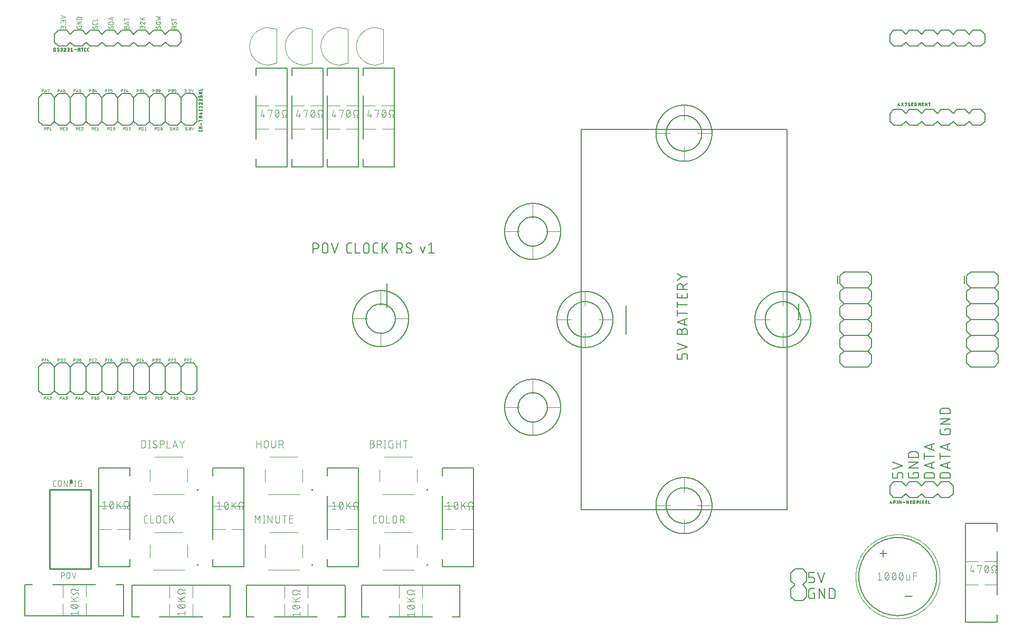
<source format=gbr>
G04 EAGLE Gerber RS-274X export*
G75*
%MOMM*%
%FSLAX34Y34*%
%LPD*%
%INSilkscreen Top*%
%IPPOS*%
%AMOC8*
5,1,8,0,0,1.08239X$1,22.5*%
G01*
%ADD10C,0.152400*%
%ADD11C,0.050800*%
%ADD12C,0.101600*%
%ADD13C,0.076200*%
%ADD14C,0.100000*%
%ADD15C,0.100000*%
%ADD16C,0.200000*%
%ADD17C,0.200000*%
%ADD18C,0.050000*%
%ADD19C,0.203200*%
%ADD20C,0.010000*%
%ADD21C,0.254000*%
%ADD22C,0.127000*%


D10*
X596900Y520700D02*
X596900Y558800D01*
X1257300Y527050D02*
X1257300Y501650D01*
D11*
X81026Y967994D02*
X81026Y969970D01*
X81024Y970057D01*
X81018Y970145D01*
X81009Y970232D01*
X80995Y970318D01*
X80978Y970404D01*
X80957Y970488D01*
X80932Y970572D01*
X80903Y970655D01*
X80871Y970736D01*
X80836Y970816D01*
X80797Y970894D01*
X80754Y970971D01*
X80708Y971045D01*
X80659Y971117D01*
X80607Y971187D01*
X80551Y971255D01*
X80493Y971320D01*
X80432Y971383D01*
X80368Y971442D01*
X80301Y971499D01*
X80233Y971553D01*
X80161Y971604D01*
X80088Y971651D01*
X80013Y971696D01*
X79935Y971737D01*
X79856Y971774D01*
X79776Y971808D01*
X79694Y971838D01*
X79611Y971865D01*
X79526Y971888D01*
X79441Y971907D01*
X79355Y971922D01*
X79268Y971934D01*
X79181Y971942D01*
X79094Y971946D01*
X79006Y971946D01*
X78919Y971942D01*
X78832Y971934D01*
X78745Y971922D01*
X78659Y971907D01*
X78574Y971888D01*
X78489Y971865D01*
X78406Y971838D01*
X78324Y971808D01*
X78244Y971774D01*
X78165Y971737D01*
X78087Y971696D01*
X78012Y971651D01*
X77939Y971604D01*
X77867Y971553D01*
X77799Y971499D01*
X77732Y971442D01*
X77668Y971383D01*
X77607Y971320D01*
X77549Y971255D01*
X77493Y971187D01*
X77441Y971117D01*
X77392Y971045D01*
X77346Y970971D01*
X77303Y970894D01*
X77264Y970816D01*
X77229Y970736D01*
X77197Y970655D01*
X77168Y970572D01*
X77143Y970488D01*
X77122Y970404D01*
X77105Y970318D01*
X77091Y970232D01*
X77082Y970145D01*
X77076Y970057D01*
X77074Y969970D01*
X73914Y970365D02*
X73914Y967994D01*
X73914Y970365D02*
X73916Y970444D01*
X73922Y970522D01*
X73932Y970600D01*
X73945Y970678D01*
X73963Y970755D01*
X73984Y970831D01*
X74009Y970905D01*
X74038Y970979D01*
X74070Y971051D01*
X74106Y971121D01*
X74146Y971189D01*
X74189Y971255D01*
X74235Y971319D01*
X74284Y971381D01*
X74336Y971440D01*
X74391Y971496D01*
X74449Y971550D01*
X74509Y971600D01*
X74572Y971648D01*
X74637Y971692D01*
X74704Y971733D01*
X74773Y971771D01*
X74844Y971805D01*
X74917Y971836D01*
X74991Y971863D01*
X75066Y971886D01*
X75142Y971905D01*
X75220Y971921D01*
X75298Y971933D01*
X75376Y971941D01*
X75455Y971945D01*
X75533Y971945D01*
X75612Y971941D01*
X75690Y971933D01*
X75768Y971921D01*
X75846Y971905D01*
X75922Y971886D01*
X75997Y971863D01*
X76071Y971836D01*
X76144Y971805D01*
X76215Y971771D01*
X76284Y971733D01*
X76351Y971692D01*
X76416Y971648D01*
X76479Y971600D01*
X76539Y971550D01*
X76597Y971496D01*
X76652Y971440D01*
X76704Y971381D01*
X76753Y971319D01*
X76799Y971255D01*
X76842Y971189D01*
X76882Y971121D01*
X76918Y971051D01*
X76950Y970979D01*
X76979Y970905D01*
X77004Y970831D01*
X77025Y970755D01*
X77043Y970678D01*
X77056Y970600D01*
X77066Y970522D01*
X77072Y970444D01*
X77074Y970365D01*
X77075Y970365D02*
X77075Y968784D01*
X80631Y974573D02*
X81026Y974573D01*
X80631Y974573D02*
X80631Y974968D01*
X81026Y974968D01*
X81026Y974573D01*
X81026Y977595D02*
X81026Y979571D01*
X81024Y979658D01*
X81018Y979746D01*
X81009Y979833D01*
X80995Y979919D01*
X80978Y980005D01*
X80957Y980089D01*
X80932Y980173D01*
X80903Y980256D01*
X80871Y980337D01*
X80836Y980417D01*
X80797Y980495D01*
X80754Y980572D01*
X80708Y980646D01*
X80659Y980718D01*
X80607Y980788D01*
X80551Y980856D01*
X80493Y980921D01*
X80432Y980984D01*
X80368Y981043D01*
X80301Y981100D01*
X80233Y981154D01*
X80161Y981205D01*
X80088Y981252D01*
X80013Y981297D01*
X79935Y981338D01*
X79856Y981375D01*
X79776Y981409D01*
X79694Y981439D01*
X79611Y981466D01*
X79526Y981489D01*
X79441Y981508D01*
X79355Y981523D01*
X79268Y981535D01*
X79181Y981543D01*
X79094Y981547D01*
X79006Y981547D01*
X78919Y981543D01*
X78832Y981535D01*
X78745Y981523D01*
X78659Y981508D01*
X78574Y981489D01*
X78489Y981466D01*
X78406Y981439D01*
X78324Y981409D01*
X78244Y981375D01*
X78165Y981338D01*
X78087Y981297D01*
X78012Y981252D01*
X77939Y981205D01*
X77867Y981154D01*
X77799Y981100D01*
X77732Y981043D01*
X77668Y980984D01*
X77607Y980921D01*
X77549Y980856D01*
X77493Y980788D01*
X77441Y980718D01*
X77392Y980646D01*
X77346Y980572D01*
X77303Y980495D01*
X77264Y980417D01*
X77229Y980337D01*
X77197Y980256D01*
X77168Y980173D01*
X77143Y980089D01*
X77122Y980005D01*
X77105Y979919D01*
X77091Y979833D01*
X77082Y979746D01*
X77076Y979658D01*
X77074Y979571D01*
X73914Y979966D02*
X73914Y977595D01*
X73914Y979966D02*
X73916Y980045D01*
X73922Y980123D01*
X73932Y980201D01*
X73945Y980279D01*
X73963Y980356D01*
X73984Y980432D01*
X74009Y980506D01*
X74038Y980580D01*
X74070Y980652D01*
X74106Y980722D01*
X74146Y980790D01*
X74189Y980856D01*
X74235Y980920D01*
X74284Y980982D01*
X74336Y981041D01*
X74391Y981097D01*
X74449Y981151D01*
X74509Y981201D01*
X74572Y981249D01*
X74637Y981293D01*
X74704Y981334D01*
X74773Y981372D01*
X74844Y981406D01*
X74917Y981437D01*
X74991Y981464D01*
X75066Y981487D01*
X75142Y981506D01*
X75220Y981522D01*
X75298Y981534D01*
X75376Y981542D01*
X75455Y981546D01*
X75533Y981546D01*
X75612Y981542D01*
X75690Y981534D01*
X75768Y981522D01*
X75846Y981506D01*
X75922Y981487D01*
X75997Y981464D01*
X76071Y981437D01*
X76144Y981406D01*
X76215Y981372D01*
X76284Y981334D01*
X76351Y981293D01*
X76416Y981249D01*
X76479Y981201D01*
X76539Y981151D01*
X76597Y981097D01*
X76652Y981041D01*
X76704Y980982D01*
X76753Y980920D01*
X76799Y980856D01*
X76842Y980790D01*
X76882Y980722D01*
X76918Y980652D01*
X76950Y980580D01*
X76979Y980506D01*
X77004Y980432D01*
X77025Y980356D01*
X77043Y980279D01*
X77056Y980201D01*
X77066Y980123D01*
X77072Y980045D01*
X77074Y979966D01*
X77075Y979966D02*
X77075Y978385D01*
X73914Y984058D02*
X81026Y986429D01*
X73914Y988799D01*
D10*
X1484122Y247142D02*
X1500378Y247142D01*
X1484122Y247142D02*
X1484122Y251658D01*
X1484124Y251789D01*
X1484130Y251921D01*
X1484139Y252052D01*
X1484153Y252182D01*
X1484170Y252313D01*
X1484191Y252442D01*
X1484215Y252571D01*
X1484244Y252699D01*
X1484276Y252827D01*
X1484312Y252953D01*
X1484351Y253078D01*
X1484394Y253203D01*
X1484441Y253325D01*
X1484491Y253447D01*
X1484545Y253567D01*
X1484602Y253685D01*
X1484663Y253801D01*
X1484727Y253916D01*
X1484794Y254029D01*
X1484865Y254140D01*
X1484939Y254248D01*
X1485016Y254355D01*
X1485096Y254459D01*
X1485179Y254561D01*
X1485264Y254660D01*
X1485353Y254757D01*
X1485445Y254851D01*
X1485539Y254943D01*
X1485636Y255032D01*
X1485735Y255117D01*
X1485837Y255200D01*
X1485941Y255280D01*
X1486048Y255357D01*
X1486156Y255431D01*
X1486267Y255502D01*
X1486380Y255569D01*
X1486495Y255633D01*
X1486611Y255694D01*
X1486729Y255751D01*
X1486849Y255805D01*
X1486971Y255855D01*
X1487093Y255902D01*
X1487218Y255945D01*
X1487343Y255984D01*
X1487469Y256020D01*
X1487597Y256052D01*
X1487725Y256081D01*
X1487854Y256105D01*
X1487983Y256126D01*
X1488114Y256143D01*
X1488244Y256157D01*
X1488375Y256166D01*
X1488507Y256172D01*
X1488638Y256174D01*
X1488638Y256173D02*
X1495862Y256173D01*
X1495862Y256174D02*
X1495993Y256172D01*
X1496125Y256166D01*
X1496256Y256157D01*
X1496386Y256143D01*
X1496517Y256126D01*
X1496646Y256105D01*
X1496775Y256081D01*
X1496903Y256052D01*
X1497031Y256020D01*
X1497157Y255984D01*
X1497282Y255945D01*
X1497407Y255902D01*
X1497529Y255855D01*
X1497651Y255805D01*
X1497771Y255751D01*
X1497889Y255694D01*
X1498005Y255633D01*
X1498120Y255569D01*
X1498233Y255502D01*
X1498344Y255431D01*
X1498452Y255357D01*
X1498559Y255280D01*
X1498663Y255200D01*
X1498765Y255117D01*
X1498864Y255032D01*
X1498961Y254943D01*
X1499055Y254851D01*
X1499147Y254757D01*
X1499236Y254660D01*
X1499321Y254561D01*
X1499404Y254459D01*
X1499484Y254355D01*
X1499561Y254248D01*
X1499635Y254140D01*
X1499706Y254029D01*
X1499773Y253916D01*
X1499837Y253801D01*
X1499898Y253685D01*
X1499955Y253567D01*
X1500009Y253447D01*
X1500059Y253325D01*
X1500106Y253203D01*
X1500149Y253078D01*
X1500188Y252953D01*
X1500224Y252827D01*
X1500256Y252699D01*
X1500285Y252571D01*
X1500309Y252442D01*
X1500330Y252312D01*
X1500347Y252182D01*
X1500361Y252052D01*
X1500370Y251921D01*
X1500376Y251789D01*
X1500378Y251658D01*
X1500378Y247142D01*
X1500378Y262391D02*
X1484122Y267810D01*
X1500378Y273229D01*
X1496314Y271874D02*
X1496314Y263746D01*
X1500378Y282399D02*
X1484122Y282399D01*
X1484122Y277883D02*
X1484122Y286915D01*
X1484122Y296988D02*
X1500378Y291570D01*
X1500378Y302407D02*
X1484122Y296988D01*
X1496314Y301052D02*
X1496314Y292924D01*
X1491347Y323283D02*
X1491347Y325993D01*
X1500378Y325993D01*
X1500378Y320574D01*
X1500376Y320456D01*
X1500370Y320338D01*
X1500361Y320220D01*
X1500347Y320103D01*
X1500330Y319986D01*
X1500309Y319869D01*
X1500284Y319754D01*
X1500255Y319639D01*
X1500222Y319525D01*
X1500186Y319413D01*
X1500146Y319302D01*
X1500103Y319192D01*
X1500056Y319083D01*
X1500006Y318976D01*
X1499951Y318871D01*
X1499894Y318768D01*
X1499833Y318667D01*
X1499769Y318567D01*
X1499702Y318470D01*
X1499632Y318375D01*
X1499558Y318283D01*
X1499482Y318192D01*
X1499402Y318105D01*
X1499320Y318020D01*
X1499235Y317938D01*
X1499148Y317858D01*
X1499057Y317782D01*
X1498965Y317708D01*
X1498870Y317638D01*
X1498773Y317571D01*
X1498673Y317507D01*
X1498572Y317446D01*
X1498469Y317389D01*
X1498364Y317334D01*
X1498257Y317284D01*
X1498148Y317237D01*
X1498038Y317194D01*
X1497927Y317154D01*
X1497815Y317118D01*
X1497701Y317085D01*
X1497586Y317056D01*
X1497471Y317031D01*
X1497354Y317010D01*
X1497237Y316993D01*
X1497120Y316979D01*
X1497002Y316970D01*
X1496884Y316964D01*
X1496766Y316962D01*
X1487734Y316962D01*
X1487734Y316961D02*
X1487616Y316963D01*
X1487498Y316969D01*
X1487380Y316978D01*
X1487262Y316992D01*
X1487145Y317009D01*
X1487029Y317030D01*
X1486914Y317055D01*
X1486799Y317084D01*
X1486685Y317117D01*
X1486573Y317153D01*
X1486461Y317193D01*
X1486351Y317236D01*
X1486243Y317283D01*
X1486136Y317334D01*
X1486031Y317388D01*
X1485928Y317445D01*
X1485826Y317506D01*
X1485727Y317570D01*
X1485630Y317637D01*
X1485535Y317708D01*
X1485442Y317781D01*
X1485352Y317858D01*
X1485264Y317937D01*
X1485179Y318019D01*
X1485097Y318104D01*
X1485018Y318192D01*
X1484941Y318282D01*
X1484868Y318375D01*
X1484797Y318469D01*
X1484730Y318567D01*
X1484666Y318666D01*
X1484605Y318767D01*
X1484548Y318871D01*
X1484494Y318976D01*
X1484443Y319083D01*
X1484396Y319191D01*
X1484353Y319301D01*
X1484313Y319413D01*
X1484277Y319525D01*
X1484244Y319639D01*
X1484215Y319754D01*
X1484190Y319869D01*
X1484169Y319985D01*
X1484152Y320102D01*
X1484138Y320220D01*
X1484129Y320338D01*
X1484123Y320456D01*
X1484121Y320574D01*
X1484122Y320574D02*
X1484122Y325993D01*
X1484122Y333635D02*
X1500378Y333635D01*
X1500378Y342666D02*
X1484122Y333635D01*
X1484122Y342666D02*
X1500378Y342666D01*
X1500378Y350308D02*
X1484122Y350308D01*
X1484122Y354824D01*
X1484124Y354955D01*
X1484130Y355087D01*
X1484139Y355218D01*
X1484153Y355348D01*
X1484170Y355479D01*
X1484191Y355608D01*
X1484215Y355737D01*
X1484244Y355865D01*
X1484276Y355993D01*
X1484312Y356119D01*
X1484351Y356244D01*
X1484394Y356369D01*
X1484441Y356491D01*
X1484491Y356613D01*
X1484545Y356733D01*
X1484602Y356851D01*
X1484663Y356967D01*
X1484727Y357082D01*
X1484794Y357195D01*
X1484865Y357306D01*
X1484939Y357414D01*
X1485016Y357521D01*
X1485096Y357625D01*
X1485179Y357727D01*
X1485264Y357826D01*
X1485353Y357923D01*
X1485445Y358017D01*
X1485539Y358109D01*
X1485636Y358198D01*
X1485735Y358283D01*
X1485837Y358366D01*
X1485941Y358446D01*
X1486048Y358523D01*
X1486156Y358597D01*
X1486267Y358668D01*
X1486380Y358735D01*
X1486495Y358799D01*
X1486611Y358860D01*
X1486729Y358917D01*
X1486849Y358971D01*
X1486971Y359021D01*
X1487093Y359068D01*
X1487218Y359111D01*
X1487343Y359150D01*
X1487469Y359186D01*
X1487597Y359218D01*
X1487725Y359247D01*
X1487854Y359271D01*
X1487983Y359292D01*
X1488114Y359309D01*
X1488244Y359323D01*
X1488375Y359332D01*
X1488507Y359338D01*
X1488638Y359340D01*
X1488638Y359339D02*
X1495862Y359339D01*
X1495862Y359340D02*
X1495993Y359338D01*
X1496125Y359332D01*
X1496256Y359323D01*
X1496386Y359309D01*
X1496517Y359292D01*
X1496646Y359271D01*
X1496775Y359247D01*
X1496903Y359218D01*
X1497031Y359186D01*
X1497157Y359150D01*
X1497282Y359111D01*
X1497407Y359068D01*
X1497529Y359021D01*
X1497651Y358971D01*
X1497771Y358917D01*
X1497889Y358860D01*
X1498005Y358799D01*
X1498120Y358735D01*
X1498233Y358668D01*
X1498344Y358597D01*
X1498452Y358523D01*
X1498559Y358446D01*
X1498663Y358366D01*
X1498765Y358283D01*
X1498864Y358198D01*
X1498961Y358109D01*
X1499055Y358017D01*
X1499147Y357923D01*
X1499236Y357826D01*
X1499321Y357727D01*
X1499404Y357625D01*
X1499484Y357521D01*
X1499561Y357414D01*
X1499635Y357306D01*
X1499706Y357195D01*
X1499773Y357082D01*
X1499837Y356967D01*
X1499898Y356851D01*
X1499955Y356733D01*
X1500009Y356613D01*
X1500059Y356491D01*
X1500106Y356369D01*
X1500149Y356244D01*
X1500188Y356119D01*
X1500224Y355993D01*
X1500256Y355865D01*
X1500285Y355737D01*
X1500309Y355608D01*
X1500330Y355478D01*
X1500347Y355348D01*
X1500361Y355218D01*
X1500370Y355087D01*
X1500376Y354955D01*
X1500378Y354824D01*
X1500378Y350308D01*
X1474978Y247142D02*
X1458722Y247142D01*
X1458722Y251658D01*
X1458724Y251789D01*
X1458730Y251921D01*
X1458739Y252052D01*
X1458753Y252182D01*
X1458770Y252313D01*
X1458791Y252442D01*
X1458815Y252571D01*
X1458844Y252699D01*
X1458876Y252827D01*
X1458912Y252953D01*
X1458951Y253078D01*
X1458994Y253203D01*
X1459041Y253325D01*
X1459091Y253447D01*
X1459145Y253567D01*
X1459202Y253685D01*
X1459263Y253801D01*
X1459327Y253916D01*
X1459394Y254029D01*
X1459465Y254140D01*
X1459539Y254248D01*
X1459616Y254355D01*
X1459696Y254459D01*
X1459779Y254561D01*
X1459864Y254660D01*
X1459953Y254757D01*
X1460045Y254851D01*
X1460139Y254943D01*
X1460236Y255032D01*
X1460335Y255117D01*
X1460437Y255200D01*
X1460541Y255280D01*
X1460648Y255357D01*
X1460756Y255431D01*
X1460867Y255502D01*
X1460980Y255569D01*
X1461095Y255633D01*
X1461211Y255694D01*
X1461329Y255751D01*
X1461449Y255805D01*
X1461571Y255855D01*
X1461693Y255902D01*
X1461818Y255945D01*
X1461943Y255984D01*
X1462069Y256020D01*
X1462197Y256052D01*
X1462325Y256081D01*
X1462454Y256105D01*
X1462583Y256126D01*
X1462714Y256143D01*
X1462844Y256157D01*
X1462975Y256166D01*
X1463107Y256172D01*
X1463238Y256174D01*
X1463238Y256173D02*
X1470462Y256173D01*
X1470462Y256174D02*
X1470593Y256172D01*
X1470725Y256166D01*
X1470856Y256157D01*
X1470986Y256143D01*
X1471117Y256126D01*
X1471246Y256105D01*
X1471375Y256081D01*
X1471503Y256052D01*
X1471631Y256020D01*
X1471757Y255984D01*
X1471882Y255945D01*
X1472007Y255902D01*
X1472129Y255855D01*
X1472251Y255805D01*
X1472371Y255751D01*
X1472489Y255694D01*
X1472605Y255633D01*
X1472720Y255569D01*
X1472833Y255502D01*
X1472944Y255431D01*
X1473052Y255357D01*
X1473159Y255280D01*
X1473263Y255200D01*
X1473365Y255117D01*
X1473464Y255032D01*
X1473561Y254943D01*
X1473655Y254851D01*
X1473747Y254757D01*
X1473836Y254660D01*
X1473921Y254561D01*
X1474004Y254459D01*
X1474084Y254355D01*
X1474161Y254248D01*
X1474235Y254140D01*
X1474306Y254029D01*
X1474373Y253916D01*
X1474437Y253801D01*
X1474498Y253685D01*
X1474555Y253567D01*
X1474609Y253447D01*
X1474659Y253325D01*
X1474706Y253203D01*
X1474749Y253078D01*
X1474788Y252953D01*
X1474824Y252827D01*
X1474856Y252699D01*
X1474885Y252571D01*
X1474909Y252442D01*
X1474930Y252312D01*
X1474947Y252182D01*
X1474961Y252052D01*
X1474970Y251921D01*
X1474976Y251789D01*
X1474978Y251658D01*
X1474978Y247142D01*
X1474978Y262391D02*
X1458722Y267810D01*
X1474978Y273229D01*
X1470914Y271874D02*
X1470914Y263746D01*
X1474978Y282399D02*
X1458722Y282399D01*
X1458722Y277883D02*
X1458722Y286915D01*
X1458722Y296988D02*
X1474978Y291570D01*
X1474978Y302407D02*
X1458722Y296988D01*
X1470914Y301052D02*
X1470914Y292924D01*
X1440547Y256173D02*
X1440547Y253464D01*
X1440547Y256173D02*
X1449578Y256173D01*
X1449578Y250754D01*
X1449576Y250636D01*
X1449570Y250518D01*
X1449561Y250400D01*
X1449547Y250283D01*
X1449530Y250166D01*
X1449509Y250049D01*
X1449484Y249934D01*
X1449455Y249819D01*
X1449422Y249705D01*
X1449386Y249593D01*
X1449346Y249482D01*
X1449303Y249372D01*
X1449256Y249263D01*
X1449206Y249156D01*
X1449151Y249051D01*
X1449094Y248948D01*
X1449033Y248847D01*
X1448969Y248747D01*
X1448902Y248650D01*
X1448832Y248555D01*
X1448758Y248463D01*
X1448682Y248372D01*
X1448602Y248285D01*
X1448520Y248200D01*
X1448435Y248118D01*
X1448348Y248038D01*
X1448257Y247962D01*
X1448165Y247888D01*
X1448070Y247818D01*
X1447973Y247751D01*
X1447873Y247687D01*
X1447772Y247626D01*
X1447669Y247569D01*
X1447564Y247514D01*
X1447457Y247464D01*
X1447348Y247417D01*
X1447238Y247374D01*
X1447127Y247334D01*
X1447015Y247298D01*
X1446901Y247265D01*
X1446786Y247236D01*
X1446671Y247211D01*
X1446554Y247190D01*
X1446437Y247173D01*
X1446320Y247159D01*
X1446202Y247150D01*
X1446084Y247144D01*
X1445966Y247142D01*
X1436934Y247142D01*
X1436816Y247144D01*
X1436698Y247150D01*
X1436580Y247159D01*
X1436462Y247173D01*
X1436345Y247190D01*
X1436229Y247211D01*
X1436114Y247236D01*
X1435999Y247265D01*
X1435885Y247298D01*
X1435773Y247334D01*
X1435661Y247374D01*
X1435551Y247417D01*
X1435443Y247464D01*
X1435336Y247515D01*
X1435231Y247569D01*
X1435128Y247626D01*
X1435026Y247687D01*
X1434927Y247751D01*
X1434830Y247818D01*
X1434735Y247889D01*
X1434642Y247962D01*
X1434552Y248039D01*
X1434464Y248118D01*
X1434379Y248200D01*
X1434297Y248285D01*
X1434218Y248373D01*
X1434141Y248463D01*
X1434068Y248556D01*
X1433997Y248650D01*
X1433930Y248748D01*
X1433866Y248847D01*
X1433805Y248948D01*
X1433748Y249052D01*
X1433694Y249157D01*
X1433643Y249264D01*
X1433596Y249372D01*
X1433553Y249482D01*
X1433513Y249594D01*
X1433477Y249706D01*
X1433444Y249820D01*
X1433415Y249935D01*
X1433390Y250050D01*
X1433369Y250166D01*
X1433352Y250283D01*
X1433338Y250401D01*
X1433329Y250519D01*
X1433323Y250637D01*
X1433321Y250755D01*
X1433322Y250754D02*
X1433322Y256173D01*
X1433322Y263815D02*
X1449578Y263815D01*
X1449578Y272846D02*
X1433322Y263815D01*
X1433322Y272846D02*
X1449578Y272846D01*
X1449578Y280489D02*
X1433322Y280489D01*
X1433322Y285004D01*
X1433324Y285135D01*
X1433330Y285267D01*
X1433339Y285398D01*
X1433353Y285528D01*
X1433370Y285659D01*
X1433391Y285788D01*
X1433415Y285917D01*
X1433444Y286045D01*
X1433476Y286173D01*
X1433512Y286299D01*
X1433551Y286424D01*
X1433594Y286549D01*
X1433641Y286671D01*
X1433691Y286793D01*
X1433745Y286913D01*
X1433802Y287031D01*
X1433863Y287147D01*
X1433927Y287262D01*
X1433994Y287375D01*
X1434065Y287486D01*
X1434139Y287594D01*
X1434216Y287701D01*
X1434296Y287805D01*
X1434379Y287907D01*
X1434464Y288006D01*
X1434553Y288103D01*
X1434645Y288197D01*
X1434739Y288289D01*
X1434836Y288378D01*
X1434935Y288463D01*
X1435037Y288546D01*
X1435141Y288626D01*
X1435248Y288703D01*
X1435356Y288777D01*
X1435467Y288848D01*
X1435580Y288915D01*
X1435695Y288979D01*
X1435811Y289040D01*
X1435929Y289097D01*
X1436049Y289151D01*
X1436171Y289201D01*
X1436293Y289248D01*
X1436418Y289291D01*
X1436543Y289330D01*
X1436669Y289366D01*
X1436797Y289398D01*
X1436925Y289427D01*
X1437054Y289451D01*
X1437183Y289472D01*
X1437314Y289489D01*
X1437444Y289503D01*
X1437575Y289512D01*
X1437707Y289518D01*
X1437838Y289520D01*
X1445062Y289520D01*
X1445193Y289518D01*
X1445325Y289512D01*
X1445456Y289503D01*
X1445586Y289489D01*
X1445717Y289472D01*
X1445846Y289451D01*
X1445975Y289427D01*
X1446103Y289398D01*
X1446231Y289366D01*
X1446357Y289330D01*
X1446482Y289291D01*
X1446607Y289248D01*
X1446729Y289201D01*
X1446851Y289151D01*
X1446971Y289097D01*
X1447089Y289040D01*
X1447205Y288979D01*
X1447320Y288915D01*
X1447433Y288848D01*
X1447544Y288777D01*
X1447652Y288703D01*
X1447759Y288626D01*
X1447863Y288546D01*
X1447965Y288463D01*
X1448064Y288378D01*
X1448161Y288289D01*
X1448255Y288197D01*
X1448347Y288103D01*
X1448436Y288006D01*
X1448521Y287907D01*
X1448604Y287805D01*
X1448684Y287701D01*
X1448761Y287594D01*
X1448835Y287486D01*
X1448906Y287375D01*
X1448973Y287262D01*
X1449037Y287147D01*
X1449098Y287031D01*
X1449155Y286913D01*
X1449209Y286793D01*
X1449259Y286671D01*
X1449306Y286549D01*
X1449349Y286424D01*
X1449388Y286299D01*
X1449424Y286173D01*
X1449456Y286045D01*
X1449485Y285917D01*
X1449509Y285788D01*
X1449530Y285658D01*
X1449547Y285528D01*
X1449561Y285398D01*
X1449570Y285267D01*
X1449576Y285135D01*
X1449578Y285004D01*
X1449578Y280489D01*
X1424178Y252561D02*
X1424178Y247142D01*
X1424178Y252561D02*
X1424176Y252679D01*
X1424170Y252797D01*
X1424161Y252915D01*
X1424147Y253032D01*
X1424130Y253149D01*
X1424109Y253266D01*
X1424084Y253381D01*
X1424055Y253496D01*
X1424022Y253610D01*
X1423986Y253722D01*
X1423946Y253833D01*
X1423903Y253943D01*
X1423856Y254052D01*
X1423806Y254159D01*
X1423751Y254264D01*
X1423694Y254367D01*
X1423633Y254468D01*
X1423569Y254568D01*
X1423502Y254665D01*
X1423432Y254760D01*
X1423358Y254852D01*
X1423282Y254943D01*
X1423202Y255030D01*
X1423120Y255115D01*
X1423035Y255197D01*
X1422948Y255277D01*
X1422857Y255353D01*
X1422765Y255427D01*
X1422670Y255497D01*
X1422573Y255564D01*
X1422473Y255628D01*
X1422372Y255689D01*
X1422269Y255746D01*
X1422164Y255801D01*
X1422057Y255851D01*
X1421948Y255898D01*
X1421838Y255941D01*
X1421727Y255981D01*
X1421615Y256017D01*
X1421501Y256050D01*
X1421386Y256079D01*
X1421271Y256104D01*
X1421154Y256125D01*
X1421037Y256142D01*
X1420920Y256156D01*
X1420802Y256165D01*
X1420684Y256171D01*
X1420566Y256173D01*
X1418759Y256173D01*
X1418641Y256171D01*
X1418523Y256165D01*
X1418405Y256156D01*
X1418288Y256142D01*
X1418171Y256125D01*
X1418054Y256104D01*
X1417939Y256079D01*
X1417824Y256050D01*
X1417710Y256017D01*
X1417598Y255981D01*
X1417487Y255941D01*
X1417377Y255898D01*
X1417268Y255851D01*
X1417161Y255801D01*
X1417056Y255746D01*
X1416953Y255689D01*
X1416852Y255628D01*
X1416752Y255564D01*
X1416655Y255497D01*
X1416560Y255427D01*
X1416468Y255353D01*
X1416377Y255277D01*
X1416290Y255197D01*
X1416205Y255115D01*
X1416123Y255030D01*
X1416043Y254943D01*
X1415967Y254852D01*
X1415893Y254760D01*
X1415823Y254665D01*
X1415756Y254568D01*
X1415692Y254468D01*
X1415631Y254367D01*
X1415574Y254264D01*
X1415519Y254159D01*
X1415469Y254052D01*
X1415422Y253943D01*
X1415379Y253833D01*
X1415339Y253722D01*
X1415303Y253610D01*
X1415270Y253496D01*
X1415241Y253381D01*
X1415216Y253266D01*
X1415195Y253149D01*
X1415178Y253032D01*
X1415164Y252915D01*
X1415155Y252797D01*
X1415149Y252679D01*
X1415147Y252561D01*
X1415147Y247142D01*
X1407922Y247142D01*
X1407922Y256173D01*
X1407922Y261870D02*
X1424178Y267289D01*
X1407922Y272707D01*
X1278721Y79502D02*
X1273302Y79502D01*
X1278721Y79502D02*
X1278839Y79504D01*
X1278957Y79510D01*
X1279075Y79519D01*
X1279192Y79533D01*
X1279309Y79550D01*
X1279426Y79571D01*
X1279541Y79596D01*
X1279656Y79625D01*
X1279770Y79658D01*
X1279882Y79694D01*
X1279993Y79734D01*
X1280103Y79777D01*
X1280212Y79824D01*
X1280319Y79874D01*
X1280424Y79929D01*
X1280527Y79986D01*
X1280628Y80047D01*
X1280728Y80111D01*
X1280825Y80178D01*
X1280920Y80248D01*
X1281012Y80322D01*
X1281103Y80398D01*
X1281190Y80478D01*
X1281275Y80560D01*
X1281357Y80645D01*
X1281437Y80732D01*
X1281513Y80823D01*
X1281587Y80915D01*
X1281657Y81010D01*
X1281724Y81107D01*
X1281788Y81207D01*
X1281849Y81308D01*
X1281906Y81411D01*
X1281961Y81516D01*
X1282011Y81623D01*
X1282058Y81732D01*
X1282101Y81842D01*
X1282141Y81953D01*
X1282177Y82065D01*
X1282210Y82179D01*
X1282239Y82294D01*
X1282264Y82409D01*
X1282285Y82526D01*
X1282302Y82643D01*
X1282316Y82760D01*
X1282325Y82878D01*
X1282331Y82996D01*
X1282333Y83114D01*
X1282333Y84921D01*
X1282331Y85039D01*
X1282325Y85157D01*
X1282316Y85275D01*
X1282302Y85392D01*
X1282285Y85509D01*
X1282264Y85626D01*
X1282239Y85741D01*
X1282210Y85856D01*
X1282177Y85970D01*
X1282141Y86082D01*
X1282101Y86193D01*
X1282058Y86303D01*
X1282011Y86412D01*
X1281961Y86519D01*
X1281906Y86624D01*
X1281849Y86727D01*
X1281788Y86828D01*
X1281724Y86928D01*
X1281657Y87025D01*
X1281587Y87120D01*
X1281513Y87212D01*
X1281437Y87303D01*
X1281357Y87390D01*
X1281275Y87475D01*
X1281190Y87557D01*
X1281103Y87637D01*
X1281012Y87713D01*
X1280920Y87787D01*
X1280825Y87857D01*
X1280728Y87924D01*
X1280628Y87988D01*
X1280527Y88049D01*
X1280424Y88106D01*
X1280319Y88161D01*
X1280212Y88211D01*
X1280103Y88258D01*
X1279993Y88301D01*
X1279882Y88341D01*
X1279770Y88377D01*
X1279656Y88410D01*
X1279541Y88439D01*
X1279426Y88464D01*
X1279309Y88485D01*
X1279192Y88502D01*
X1279075Y88516D01*
X1278957Y88525D01*
X1278839Y88531D01*
X1278721Y88533D01*
X1273302Y88533D01*
X1273302Y95758D01*
X1282333Y95758D01*
X1288030Y95758D02*
X1293449Y79502D01*
X1298867Y95758D01*
X1282333Y63133D02*
X1279624Y63133D01*
X1282333Y63133D02*
X1282333Y54102D01*
X1276914Y54102D01*
X1276796Y54104D01*
X1276678Y54110D01*
X1276560Y54119D01*
X1276443Y54133D01*
X1276326Y54150D01*
X1276209Y54171D01*
X1276094Y54196D01*
X1275979Y54225D01*
X1275865Y54258D01*
X1275753Y54294D01*
X1275642Y54334D01*
X1275532Y54377D01*
X1275423Y54424D01*
X1275316Y54474D01*
X1275211Y54529D01*
X1275108Y54586D01*
X1275007Y54647D01*
X1274907Y54711D01*
X1274810Y54778D01*
X1274715Y54848D01*
X1274623Y54922D01*
X1274532Y54998D01*
X1274445Y55078D01*
X1274360Y55160D01*
X1274278Y55245D01*
X1274198Y55332D01*
X1274122Y55423D01*
X1274048Y55515D01*
X1273978Y55610D01*
X1273911Y55707D01*
X1273847Y55807D01*
X1273786Y55908D01*
X1273729Y56011D01*
X1273674Y56116D01*
X1273624Y56223D01*
X1273577Y56332D01*
X1273534Y56442D01*
X1273494Y56553D01*
X1273458Y56665D01*
X1273425Y56779D01*
X1273396Y56894D01*
X1273371Y57009D01*
X1273350Y57126D01*
X1273333Y57243D01*
X1273319Y57360D01*
X1273310Y57478D01*
X1273304Y57596D01*
X1273302Y57714D01*
X1273302Y66746D01*
X1273304Y66864D01*
X1273310Y66982D01*
X1273319Y67100D01*
X1273333Y67217D01*
X1273350Y67334D01*
X1273371Y67451D01*
X1273396Y67566D01*
X1273425Y67681D01*
X1273458Y67795D01*
X1273494Y67907D01*
X1273534Y68018D01*
X1273577Y68128D01*
X1273624Y68237D01*
X1273674Y68344D01*
X1273728Y68449D01*
X1273786Y68552D01*
X1273847Y68653D01*
X1273911Y68753D01*
X1273978Y68850D01*
X1274048Y68945D01*
X1274122Y69037D01*
X1274198Y69128D01*
X1274278Y69215D01*
X1274360Y69300D01*
X1274445Y69382D01*
X1274532Y69462D01*
X1274623Y69538D01*
X1274715Y69612D01*
X1274810Y69682D01*
X1274907Y69749D01*
X1275007Y69813D01*
X1275108Y69874D01*
X1275211Y69931D01*
X1275316Y69985D01*
X1275423Y70036D01*
X1275532Y70083D01*
X1275642Y70126D01*
X1275753Y70166D01*
X1275865Y70202D01*
X1275979Y70235D01*
X1276094Y70264D01*
X1276209Y70289D01*
X1276326Y70310D01*
X1276443Y70327D01*
X1276560Y70341D01*
X1276678Y70350D01*
X1276796Y70356D01*
X1276914Y70358D01*
X1282333Y70358D01*
X1289975Y70358D02*
X1289975Y54102D01*
X1299006Y54102D02*
X1289975Y70358D01*
X1299006Y70358D02*
X1299006Y54102D01*
X1306649Y54102D02*
X1306649Y70358D01*
X1311164Y70358D01*
X1311295Y70356D01*
X1311427Y70350D01*
X1311558Y70341D01*
X1311688Y70327D01*
X1311819Y70310D01*
X1311948Y70289D01*
X1312077Y70265D01*
X1312205Y70236D01*
X1312333Y70204D01*
X1312459Y70168D01*
X1312584Y70129D01*
X1312709Y70086D01*
X1312831Y70039D01*
X1312953Y69989D01*
X1313073Y69935D01*
X1313191Y69878D01*
X1313307Y69817D01*
X1313422Y69753D01*
X1313535Y69686D01*
X1313646Y69615D01*
X1313754Y69541D01*
X1313861Y69464D01*
X1313965Y69384D01*
X1314067Y69301D01*
X1314166Y69216D01*
X1314263Y69127D01*
X1314357Y69035D01*
X1314449Y68941D01*
X1314538Y68844D01*
X1314623Y68745D01*
X1314706Y68643D01*
X1314786Y68539D01*
X1314863Y68432D01*
X1314937Y68324D01*
X1315008Y68213D01*
X1315075Y68100D01*
X1315139Y67985D01*
X1315200Y67869D01*
X1315257Y67751D01*
X1315311Y67631D01*
X1315361Y67509D01*
X1315408Y67387D01*
X1315451Y67262D01*
X1315490Y67137D01*
X1315526Y67011D01*
X1315558Y66883D01*
X1315587Y66755D01*
X1315611Y66626D01*
X1315632Y66497D01*
X1315649Y66366D01*
X1315663Y66236D01*
X1315672Y66105D01*
X1315678Y65973D01*
X1315680Y65842D01*
X1315680Y58618D01*
X1315678Y58487D01*
X1315672Y58355D01*
X1315663Y58224D01*
X1315649Y58094D01*
X1315632Y57963D01*
X1315611Y57834D01*
X1315587Y57705D01*
X1315558Y57577D01*
X1315526Y57449D01*
X1315490Y57323D01*
X1315451Y57198D01*
X1315408Y57073D01*
X1315361Y56951D01*
X1315311Y56829D01*
X1315257Y56709D01*
X1315200Y56591D01*
X1315139Y56475D01*
X1315075Y56360D01*
X1315008Y56247D01*
X1314937Y56136D01*
X1314863Y56028D01*
X1314786Y55921D01*
X1314706Y55817D01*
X1314623Y55715D01*
X1314538Y55616D01*
X1314449Y55519D01*
X1314357Y55425D01*
X1314263Y55333D01*
X1314166Y55244D01*
X1314067Y55159D01*
X1313965Y55076D01*
X1313861Y54996D01*
X1313754Y54919D01*
X1313646Y54845D01*
X1313535Y54774D01*
X1313422Y54707D01*
X1313307Y54643D01*
X1313191Y54582D01*
X1313073Y54525D01*
X1312953Y54471D01*
X1312831Y54421D01*
X1312709Y54374D01*
X1312584Y54331D01*
X1312459Y54292D01*
X1312333Y54256D01*
X1312205Y54224D01*
X1312077Y54195D01*
X1311948Y54171D01*
X1311818Y54150D01*
X1311688Y54133D01*
X1311558Y54119D01*
X1311427Y54110D01*
X1311295Y54104D01*
X1311164Y54102D01*
X1306649Y54102D01*
X1387602Y126464D02*
X1398439Y126464D01*
X1393021Y121045D02*
X1393021Y131882D01*
X1428242Y57884D02*
X1439079Y57884D01*
D12*
X143454Y210312D02*
X140208Y207716D01*
X143454Y210312D02*
X143454Y198628D01*
X146699Y198628D02*
X140208Y198628D01*
X151638Y204470D02*
X151641Y204700D01*
X151649Y204930D01*
X151663Y205159D01*
X151682Y205388D01*
X151707Y205617D01*
X151737Y205844D01*
X151772Y206072D01*
X151813Y206298D01*
X151859Y206523D01*
X151911Y206747D01*
X151968Y206969D01*
X152030Y207191D01*
X152098Y207410D01*
X152171Y207628D01*
X152249Y207845D01*
X152332Y208059D01*
X152420Y208271D01*
X152513Y208481D01*
X152612Y208689D01*
X152645Y208779D01*
X152681Y208868D01*
X152721Y208956D01*
X152765Y209041D01*
X152812Y209125D01*
X152862Y209207D01*
X152916Y209287D01*
X152972Y209364D01*
X153032Y209440D01*
X153095Y209513D01*
X153160Y209583D01*
X153229Y209651D01*
X153300Y209715D01*
X153373Y209777D01*
X153449Y209836D01*
X153527Y209892D01*
X153608Y209945D01*
X153690Y209994D01*
X153774Y210040D01*
X153861Y210083D01*
X153948Y210122D01*
X154038Y210158D01*
X154128Y210190D01*
X154220Y210218D01*
X154313Y210243D01*
X154407Y210264D01*
X154501Y210281D01*
X154596Y210295D01*
X154692Y210304D01*
X154788Y210310D01*
X154884Y210312D01*
X154980Y210310D01*
X155076Y210304D01*
X155172Y210295D01*
X155267Y210281D01*
X155361Y210264D01*
X155455Y210243D01*
X155548Y210218D01*
X155640Y210190D01*
X155730Y210158D01*
X155820Y210122D01*
X155907Y210083D01*
X155994Y210040D01*
X156078Y209994D01*
X156160Y209945D01*
X156241Y209892D01*
X156319Y209836D01*
X156395Y209777D01*
X156468Y209715D01*
X156539Y209651D01*
X156608Y209583D01*
X156673Y209513D01*
X156736Y209440D01*
X156796Y209364D01*
X156852Y209287D01*
X156906Y209207D01*
X156956Y209125D01*
X157003Y209041D01*
X157047Y208956D01*
X157087Y208868D01*
X157123Y208779D01*
X157156Y208689D01*
X157255Y208482D01*
X157348Y208272D01*
X157436Y208059D01*
X157519Y207845D01*
X157597Y207629D01*
X157670Y207411D01*
X157738Y207191D01*
X157800Y206970D01*
X157857Y206747D01*
X157909Y206523D01*
X157955Y206298D01*
X157996Y206072D01*
X158031Y205845D01*
X158061Y205617D01*
X158086Y205388D01*
X158105Y205159D01*
X158119Y204930D01*
X158127Y204700D01*
X158130Y204470D01*
X151638Y204470D02*
X151641Y204240D01*
X151649Y204010D01*
X151663Y203781D01*
X151682Y203552D01*
X151707Y203323D01*
X151737Y203095D01*
X151772Y202868D01*
X151813Y202642D01*
X151859Y202417D01*
X151911Y202193D01*
X151968Y201970D01*
X152030Y201749D01*
X152098Y201529D01*
X152171Y201311D01*
X152249Y201095D01*
X152332Y200881D01*
X152420Y200669D01*
X152513Y200458D01*
X152612Y200251D01*
X152645Y200161D01*
X152681Y200072D01*
X152722Y199984D01*
X152765Y199899D01*
X152812Y199815D01*
X152862Y199733D01*
X152916Y199653D01*
X152972Y199576D01*
X153032Y199500D01*
X153095Y199427D01*
X153160Y199357D01*
X153229Y199289D01*
X153300Y199225D01*
X153373Y199163D01*
X153449Y199104D01*
X153527Y199048D01*
X153608Y198995D01*
X153690Y198946D01*
X153774Y198900D01*
X153861Y198857D01*
X153948Y198818D01*
X154038Y198782D01*
X154128Y198750D01*
X154220Y198722D01*
X154313Y198697D01*
X154407Y198676D01*
X154501Y198659D01*
X154596Y198645D01*
X154692Y198636D01*
X154788Y198630D01*
X154884Y198628D01*
X157155Y200251D02*
X157254Y200458D01*
X157347Y200669D01*
X157435Y200881D01*
X157518Y201095D01*
X157596Y201311D01*
X157669Y201529D01*
X157737Y201749D01*
X157799Y201970D01*
X157856Y202193D01*
X157908Y202417D01*
X157954Y202642D01*
X157995Y202868D01*
X158030Y203095D01*
X158060Y203323D01*
X158085Y203552D01*
X158104Y203781D01*
X158118Y204010D01*
X158126Y204240D01*
X158129Y204470D01*
X157156Y200251D02*
X157123Y200161D01*
X157087Y200072D01*
X157047Y199984D01*
X157003Y199899D01*
X156956Y199815D01*
X156906Y199733D01*
X156852Y199653D01*
X156796Y199576D01*
X156736Y199500D01*
X156673Y199427D01*
X156608Y199357D01*
X156539Y199289D01*
X156468Y199225D01*
X156395Y199163D01*
X156319Y199104D01*
X156241Y199048D01*
X156160Y198995D01*
X156078Y198946D01*
X155994Y198900D01*
X155907Y198857D01*
X155820Y198818D01*
X155730Y198782D01*
X155640Y198750D01*
X155548Y198722D01*
X155455Y198697D01*
X155361Y198676D01*
X155267Y198659D01*
X155172Y198645D01*
X155076Y198636D01*
X154980Y198630D01*
X154884Y198628D01*
X152287Y201224D02*
X157480Y207716D01*
X163618Y210312D02*
X163618Y198628D01*
X163618Y203172D02*
X170109Y210312D01*
X166215Y205768D02*
X170109Y198628D01*
X174610Y206417D02*
X174612Y206539D01*
X174618Y206662D01*
X174627Y206784D01*
X174641Y206905D01*
X174658Y207026D01*
X174679Y207147D01*
X174704Y207267D01*
X174732Y207386D01*
X174765Y207504D01*
X174801Y207621D01*
X174840Y207736D01*
X174884Y207851D01*
X174930Y207964D01*
X174981Y208075D01*
X175035Y208185D01*
X175092Y208293D01*
X175152Y208400D01*
X175216Y208504D01*
X175284Y208606D01*
X175354Y208706D01*
X175427Y208804D01*
X175504Y208900D01*
X175583Y208993D01*
X175666Y209083D01*
X175751Y209171D01*
X175839Y209256D01*
X175929Y209339D01*
X176022Y209418D01*
X176118Y209495D01*
X176216Y209568D01*
X176316Y209638D01*
X176418Y209706D01*
X176522Y209770D01*
X176629Y209830D01*
X176737Y209887D01*
X176847Y209941D01*
X176958Y209992D01*
X177071Y210038D01*
X177186Y210082D01*
X177301Y210121D01*
X177418Y210157D01*
X177536Y210190D01*
X177655Y210218D01*
X177775Y210243D01*
X177896Y210264D01*
X178017Y210281D01*
X178138Y210295D01*
X178260Y210304D01*
X178383Y210310D01*
X178505Y210312D01*
X174611Y206417D02*
X174611Y205119D01*
X174613Y204999D01*
X174619Y204878D01*
X174629Y204758D01*
X174643Y204639D01*
X174660Y204519D01*
X174682Y204401D01*
X174707Y204283D01*
X174737Y204166D01*
X174770Y204050D01*
X174807Y203936D01*
X174847Y203822D01*
X174891Y203710D01*
X174939Y203600D01*
X174991Y203491D01*
X175046Y203384D01*
X175105Y203279D01*
X175167Y203175D01*
X175232Y203074D01*
X175300Y202975D01*
X175372Y202878D01*
X175447Y202784D01*
X175525Y202692D01*
X175606Y202603D01*
X175690Y202517D01*
X175777Y202433D01*
X175866Y202352D01*
X175958Y202274D01*
X176052Y202199D01*
X176149Y202128D01*
X176248Y202059D01*
X176349Y201994D01*
X176453Y201932D01*
X176558Y201874D01*
X176558Y198628D01*
X174611Y198628D01*
X182400Y206417D02*
X182398Y206539D01*
X182392Y206662D01*
X182383Y206784D01*
X182369Y206905D01*
X182352Y207026D01*
X182331Y207147D01*
X182306Y207267D01*
X182278Y207386D01*
X182245Y207504D01*
X182209Y207621D01*
X182170Y207736D01*
X182126Y207851D01*
X182080Y207964D01*
X182029Y208075D01*
X181975Y208185D01*
X181918Y208293D01*
X181858Y208400D01*
X181794Y208504D01*
X181726Y208606D01*
X181656Y208706D01*
X181583Y208804D01*
X181506Y208900D01*
X181427Y208993D01*
X181344Y209083D01*
X181259Y209171D01*
X181171Y209256D01*
X181081Y209339D01*
X180988Y209418D01*
X180892Y209495D01*
X180794Y209568D01*
X180694Y209638D01*
X180592Y209706D01*
X180488Y209770D01*
X180381Y209830D01*
X180273Y209887D01*
X180163Y209941D01*
X180052Y209992D01*
X179939Y210038D01*
X179824Y210082D01*
X179709Y210121D01*
X179592Y210157D01*
X179474Y210190D01*
X179355Y210218D01*
X179235Y210243D01*
X179114Y210264D01*
X178993Y210281D01*
X178872Y210295D01*
X178750Y210304D01*
X178627Y210310D01*
X178505Y210312D01*
X182400Y206417D02*
X182400Y205119D01*
X182398Y204999D01*
X182392Y204878D01*
X182382Y204758D01*
X182368Y204639D01*
X182351Y204519D01*
X182329Y204401D01*
X182304Y204283D01*
X182274Y204166D01*
X182241Y204050D01*
X182204Y203936D01*
X182164Y203822D01*
X182120Y203710D01*
X182072Y203600D01*
X182020Y203491D01*
X181965Y203384D01*
X181906Y203279D01*
X181844Y203175D01*
X181779Y203074D01*
X181711Y202975D01*
X181639Y202878D01*
X181564Y202784D01*
X181486Y202692D01*
X181405Y202603D01*
X181321Y202517D01*
X181234Y202433D01*
X181145Y202352D01*
X181053Y202274D01*
X180959Y202199D01*
X180862Y202128D01*
X180763Y202059D01*
X180662Y201994D01*
X180558Y201932D01*
X180453Y201874D01*
X180453Y198628D01*
X182400Y198628D01*
D11*
X131826Y970365D02*
X131824Y970443D01*
X131818Y970520D01*
X131809Y970597D01*
X131796Y970673D01*
X131779Y970749D01*
X131758Y970824D01*
X131734Y970897D01*
X131706Y970970D01*
X131674Y971041D01*
X131639Y971110D01*
X131601Y971177D01*
X131560Y971243D01*
X131515Y971306D01*
X131467Y971367D01*
X131417Y971426D01*
X131363Y971482D01*
X131307Y971536D01*
X131248Y971586D01*
X131187Y971634D01*
X131124Y971679D01*
X131058Y971720D01*
X130991Y971758D01*
X130922Y971793D01*
X130851Y971825D01*
X130778Y971853D01*
X130705Y971877D01*
X130630Y971898D01*
X130554Y971915D01*
X130478Y971928D01*
X130401Y971937D01*
X130324Y971943D01*
X130246Y971945D01*
X131826Y970365D02*
X131824Y970250D01*
X131818Y970136D01*
X131808Y970022D01*
X131795Y969908D01*
X131777Y969795D01*
X131755Y969682D01*
X131730Y969570D01*
X131701Y969460D01*
X131668Y969350D01*
X131631Y969241D01*
X131591Y969134D01*
X131547Y969028D01*
X131499Y968924D01*
X131448Y968821D01*
X131393Y968721D01*
X131335Y968622D01*
X131273Y968525D01*
X131209Y968431D01*
X131141Y968338D01*
X131069Y968248D01*
X130995Y968161D01*
X130918Y968076D01*
X130838Y967994D01*
X126294Y968192D02*
X126216Y968194D01*
X126139Y968200D01*
X126062Y968209D01*
X125986Y968222D01*
X125910Y968239D01*
X125835Y968260D01*
X125762Y968284D01*
X125689Y968312D01*
X125618Y968344D01*
X125549Y968379D01*
X125482Y968417D01*
X125416Y968458D01*
X125353Y968503D01*
X125292Y968551D01*
X125233Y968601D01*
X125177Y968655D01*
X125123Y968711D01*
X125073Y968770D01*
X125025Y968831D01*
X124980Y968894D01*
X124939Y968960D01*
X124901Y969027D01*
X124866Y969096D01*
X124834Y969167D01*
X124806Y969240D01*
X124782Y969313D01*
X124761Y969388D01*
X124744Y969464D01*
X124731Y969540D01*
X124722Y969617D01*
X124716Y969694D01*
X124714Y969772D01*
X124716Y969878D01*
X124722Y969984D01*
X124731Y970089D01*
X124744Y970194D01*
X124761Y970299D01*
X124782Y970403D01*
X124806Y970506D01*
X124834Y970608D01*
X124866Y970709D01*
X124901Y970809D01*
X124940Y970907D01*
X124983Y971005D01*
X125028Y971100D01*
X125077Y971194D01*
X125130Y971286D01*
X125186Y971376D01*
X125245Y971464D01*
X125307Y971550D01*
X127677Y968982D02*
X127635Y968915D01*
X127590Y968850D01*
X127541Y968787D01*
X127490Y968726D01*
X127435Y968669D01*
X127378Y968614D01*
X127318Y968561D01*
X127256Y968512D01*
X127191Y968466D01*
X127125Y968424D01*
X127056Y968384D01*
X126985Y968348D01*
X126912Y968316D01*
X126838Y968287D01*
X126763Y968262D01*
X126687Y968241D01*
X126609Y968223D01*
X126531Y968210D01*
X126452Y968200D01*
X126373Y968194D01*
X126294Y968192D01*
X128863Y971155D02*
X128905Y971222D01*
X128950Y971287D01*
X128999Y971350D01*
X129050Y971411D01*
X129105Y971468D01*
X129162Y971523D01*
X129222Y971576D01*
X129284Y971625D01*
X129349Y971671D01*
X129415Y971713D01*
X129484Y971753D01*
X129555Y971789D01*
X129628Y971821D01*
X129702Y971850D01*
X129777Y971875D01*
X129853Y971896D01*
X129931Y971914D01*
X130009Y971927D01*
X130088Y971937D01*
X130167Y971943D01*
X130246Y971945D01*
X128863Y971155D02*
X127677Y968982D01*
X131826Y976186D02*
X131826Y977766D01*
X131826Y976186D02*
X131824Y976108D01*
X131818Y976031D01*
X131809Y975954D01*
X131796Y975878D01*
X131779Y975802D01*
X131758Y975727D01*
X131734Y975654D01*
X131706Y975581D01*
X131674Y975510D01*
X131639Y975441D01*
X131601Y975374D01*
X131560Y975308D01*
X131515Y975245D01*
X131467Y975184D01*
X131417Y975125D01*
X131363Y975069D01*
X131307Y975015D01*
X131248Y974965D01*
X131187Y974917D01*
X131124Y974872D01*
X131058Y974831D01*
X130991Y974793D01*
X130922Y974758D01*
X130851Y974726D01*
X130778Y974698D01*
X130705Y974674D01*
X130630Y974653D01*
X130554Y974636D01*
X130478Y974623D01*
X130401Y974614D01*
X130324Y974608D01*
X130246Y974606D01*
X130246Y974605D02*
X126294Y974605D01*
X126216Y974607D01*
X126139Y974613D01*
X126062Y974622D01*
X125986Y974635D01*
X125910Y974652D01*
X125835Y974673D01*
X125761Y974697D01*
X125689Y974725D01*
X125618Y974757D01*
X125549Y974792D01*
X125481Y974830D01*
X125416Y974871D01*
X125352Y974916D01*
X125291Y974964D01*
X125232Y975015D01*
X125176Y975068D01*
X125123Y975124D01*
X125072Y975183D01*
X125024Y975244D01*
X124979Y975308D01*
X124938Y975373D01*
X124900Y975441D01*
X124865Y975510D01*
X124833Y975581D01*
X124805Y975653D01*
X124781Y975727D01*
X124760Y975802D01*
X124743Y975878D01*
X124730Y975954D01*
X124721Y976031D01*
X124715Y976108D01*
X124713Y976186D01*
X124714Y976186D02*
X124714Y977766D01*
X124714Y980579D02*
X131826Y980579D01*
X131826Y983740D01*
X155646Y971945D02*
X155724Y971943D01*
X155801Y971937D01*
X155878Y971928D01*
X155954Y971915D01*
X156030Y971898D01*
X156105Y971877D01*
X156178Y971853D01*
X156251Y971825D01*
X156322Y971793D01*
X156391Y971758D01*
X156458Y971720D01*
X156524Y971679D01*
X156587Y971634D01*
X156648Y971586D01*
X156707Y971536D01*
X156763Y971482D01*
X156817Y971426D01*
X156867Y971367D01*
X156915Y971306D01*
X156960Y971243D01*
X157001Y971177D01*
X157039Y971110D01*
X157074Y971041D01*
X157106Y970970D01*
X157134Y970897D01*
X157158Y970824D01*
X157179Y970749D01*
X157196Y970673D01*
X157209Y970597D01*
X157218Y970520D01*
X157224Y970443D01*
X157226Y970365D01*
X157224Y970250D01*
X157218Y970136D01*
X157208Y970022D01*
X157195Y969908D01*
X157177Y969795D01*
X157155Y969682D01*
X157130Y969570D01*
X157101Y969460D01*
X157068Y969350D01*
X157031Y969241D01*
X156991Y969134D01*
X156947Y969028D01*
X156899Y968924D01*
X156848Y968821D01*
X156793Y968721D01*
X156735Y968622D01*
X156673Y968525D01*
X156609Y968431D01*
X156541Y968338D01*
X156469Y968248D01*
X156395Y968161D01*
X156318Y968076D01*
X156238Y967994D01*
X151694Y968192D02*
X151616Y968194D01*
X151539Y968200D01*
X151462Y968209D01*
X151386Y968222D01*
X151310Y968239D01*
X151235Y968260D01*
X151162Y968284D01*
X151089Y968312D01*
X151018Y968344D01*
X150949Y968379D01*
X150882Y968417D01*
X150816Y968458D01*
X150753Y968503D01*
X150692Y968551D01*
X150633Y968601D01*
X150577Y968655D01*
X150523Y968711D01*
X150473Y968770D01*
X150425Y968831D01*
X150380Y968894D01*
X150339Y968960D01*
X150301Y969027D01*
X150266Y969096D01*
X150234Y969167D01*
X150206Y969240D01*
X150182Y969313D01*
X150161Y969388D01*
X150144Y969464D01*
X150131Y969540D01*
X150122Y969617D01*
X150116Y969694D01*
X150114Y969772D01*
X150116Y969878D01*
X150122Y969984D01*
X150131Y970089D01*
X150144Y970194D01*
X150161Y970299D01*
X150182Y970403D01*
X150206Y970506D01*
X150234Y970608D01*
X150266Y970709D01*
X150301Y970809D01*
X150340Y970907D01*
X150383Y971005D01*
X150428Y971100D01*
X150477Y971194D01*
X150530Y971286D01*
X150586Y971376D01*
X150645Y971464D01*
X150707Y971550D01*
X153077Y968982D02*
X153035Y968915D01*
X152990Y968850D01*
X152941Y968787D01*
X152890Y968726D01*
X152835Y968669D01*
X152778Y968614D01*
X152718Y968561D01*
X152656Y968512D01*
X152591Y968466D01*
X152525Y968424D01*
X152456Y968384D01*
X152385Y968348D01*
X152312Y968316D01*
X152238Y968287D01*
X152163Y968262D01*
X152087Y968241D01*
X152009Y968223D01*
X151931Y968210D01*
X151852Y968200D01*
X151773Y968194D01*
X151694Y968192D01*
X154263Y971155D02*
X154305Y971222D01*
X154350Y971287D01*
X154399Y971350D01*
X154450Y971411D01*
X154505Y971468D01*
X154562Y971523D01*
X154622Y971576D01*
X154684Y971625D01*
X154749Y971671D01*
X154815Y971713D01*
X154884Y971753D01*
X154955Y971789D01*
X155028Y971821D01*
X155102Y971850D01*
X155177Y971875D01*
X155253Y971896D01*
X155331Y971914D01*
X155409Y971927D01*
X155488Y971937D01*
X155567Y971943D01*
X155646Y971945D01*
X154263Y971155D02*
X153077Y968982D01*
X150114Y974852D02*
X157226Y974852D01*
X150114Y974852D02*
X150114Y976828D01*
X150116Y976914D01*
X150122Y977000D01*
X150131Y977086D01*
X150144Y977171D01*
X150161Y977256D01*
X150181Y977339D01*
X150205Y977422D01*
X150233Y977504D01*
X150264Y977584D01*
X150299Y977663D01*
X150337Y977740D01*
X150379Y977816D01*
X150423Y977890D01*
X150471Y977961D01*
X150522Y978031D01*
X150576Y978098D01*
X150633Y978163D01*
X150693Y978225D01*
X150755Y978285D01*
X150820Y978342D01*
X150887Y978396D01*
X150957Y978447D01*
X151028Y978495D01*
X151102Y978539D01*
X151178Y978581D01*
X151255Y978619D01*
X151334Y978654D01*
X151414Y978685D01*
X151496Y978713D01*
X151579Y978737D01*
X151662Y978757D01*
X151747Y978774D01*
X151832Y978787D01*
X151918Y978796D01*
X152004Y978802D01*
X152090Y978804D01*
X152090Y978803D02*
X155250Y978803D01*
X155250Y978804D02*
X155336Y978802D01*
X155422Y978796D01*
X155508Y978787D01*
X155593Y978774D01*
X155678Y978757D01*
X155761Y978737D01*
X155844Y978713D01*
X155926Y978685D01*
X156006Y978654D01*
X156085Y978619D01*
X156162Y978581D01*
X156238Y978539D01*
X156312Y978495D01*
X156383Y978447D01*
X156453Y978396D01*
X156520Y978342D01*
X156585Y978285D01*
X156647Y978225D01*
X156707Y978163D01*
X156764Y978098D01*
X156818Y978031D01*
X156869Y977961D01*
X156917Y977890D01*
X156961Y977816D01*
X157003Y977740D01*
X157041Y977663D01*
X157076Y977584D01*
X157107Y977504D01*
X157135Y977422D01*
X157159Y977339D01*
X157179Y977256D01*
X157196Y977171D01*
X157209Y977086D01*
X157218Y977000D01*
X157224Y976914D01*
X157226Y976828D01*
X157226Y974852D01*
X157226Y981543D02*
X150114Y983914D01*
X157226Y986285D01*
X155448Y985692D02*
X155448Y982136D01*
X178675Y969970D02*
X178675Y967994D01*
X178674Y969970D02*
X178676Y970057D01*
X178682Y970145D01*
X178691Y970232D01*
X178705Y970318D01*
X178722Y970404D01*
X178743Y970488D01*
X178768Y970572D01*
X178797Y970655D01*
X178829Y970736D01*
X178864Y970816D01*
X178903Y970894D01*
X178946Y970971D01*
X178992Y971045D01*
X179041Y971117D01*
X179093Y971187D01*
X179149Y971255D01*
X179207Y971320D01*
X179268Y971383D01*
X179332Y971442D01*
X179399Y971499D01*
X179467Y971553D01*
X179539Y971604D01*
X179612Y971651D01*
X179687Y971696D01*
X179765Y971737D01*
X179844Y971774D01*
X179924Y971808D01*
X180006Y971838D01*
X180089Y971865D01*
X180174Y971888D01*
X180259Y971907D01*
X180345Y971922D01*
X180432Y971934D01*
X180519Y971942D01*
X180606Y971946D01*
X180694Y971946D01*
X180781Y971942D01*
X180868Y971934D01*
X180955Y971922D01*
X181041Y971907D01*
X181126Y971888D01*
X181211Y971865D01*
X181294Y971838D01*
X181376Y971808D01*
X181456Y971774D01*
X181535Y971737D01*
X181613Y971696D01*
X181688Y971651D01*
X181761Y971604D01*
X181833Y971553D01*
X181901Y971499D01*
X181968Y971442D01*
X182032Y971383D01*
X182093Y971320D01*
X182151Y971255D01*
X182207Y971187D01*
X182259Y971117D01*
X182308Y971045D01*
X182354Y970971D01*
X182397Y970894D01*
X182436Y970816D01*
X182471Y970736D01*
X182503Y970655D01*
X182532Y970572D01*
X182557Y970488D01*
X182578Y970404D01*
X182595Y970318D01*
X182609Y970232D01*
X182618Y970145D01*
X182624Y970057D01*
X182626Y969970D01*
X182626Y967994D01*
X175514Y967994D01*
X175514Y969970D01*
X175516Y970049D01*
X175522Y970127D01*
X175532Y970205D01*
X175545Y970283D01*
X175563Y970360D01*
X175584Y970436D01*
X175609Y970510D01*
X175638Y970584D01*
X175670Y970656D01*
X175706Y970726D01*
X175746Y970794D01*
X175789Y970860D01*
X175835Y970924D01*
X175884Y970986D01*
X175936Y971045D01*
X175991Y971101D01*
X176049Y971155D01*
X176109Y971205D01*
X176172Y971253D01*
X176237Y971297D01*
X176304Y971338D01*
X176373Y971376D01*
X176444Y971410D01*
X176517Y971441D01*
X176591Y971468D01*
X176666Y971491D01*
X176742Y971510D01*
X176820Y971526D01*
X176898Y971538D01*
X176976Y971546D01*
X177055Y971550D01*
X177133Y971550D01*
X177212Y971546D01*
X177290Y971538D01*
X177368Y971526D01*
X177446Y971510D01*
X177522Y971491D01*
X177597Y971468D01*
X177671Y971441D01*
X177744Y971410D01*
X177815Y971376D01*
X177884Y971338D01*
X177951Y971297D01*
X178016Y971253D01*
X178079Y971205D01*
X178139Y971155D01*
X178197Y971101D01*
X178252Y971045D01*
X178304Y970986D01*
X178353Y970924D01*
X178399Y970860D01*
X178442Y970794D01*
X178482Y970726D01*
X178518Y970656D01*
X178550Y970584D01*
X178579Y970510D01*
X178604Y970436D01*
X178625Y970360D01*
X178643Y970283D01*
X178656Y970205D01*
X178666Y970127D01*
X178672Y970049D01*
X178674Y969970D01*
X182626Y974135D02*
X175514Y976506D01*
X182626Y978876D01*
X180848Y978284D02*
X180848Y974728D01*
X182626Y982907D02*
X175514Y982907D01*
X175514Y984882D02*
X175514Y980931D01*
X208026Y969970D02*
X208026Y967994D01*
X208026Y969970D02*
X208024Y970057D01*
X208018Y970145D01*
X208009Y970232D01*
X207995Y970318D01*
X207978Y970404D01*
X207957Y970488D01*
X207932Y970572D01*
X207903Y970655D01*
X207871Y970736D01*
X207836Y970816D01*
X207797Y970894D01*
X207754Y970971D01*
X207708Y971045D01*
X207659Y971117D01*
X207607Y971187D01*
X207551Y971255D01*
X207493Y971320D01*
X207432Y971383D01*
X207368Y971442D01*
X207301Y971499D01*
X207233Y971553D01*
X207161Y971604D01*
X207088Y971651D01*
X207013Y971696D01*
X206935Y971737D01*
X206856Y971774D01*
X206776Y971808D01*
X206694Y971838D01*
X206611Y971865D01*
X206526Y971888D01*
X206441Y971907D01*
X206355Y971922D01*
X206268Y971934D01*
X206181Y971942D01*
X206094Y971946D01*
X206006Y971946D01*
X205919Y971942D01*
X205832Y971934D01*
X205745Y971922D01*
X205659Y971907D01*
X205574Y971888D01*
X205489Y971865D01*
X205406Y971838D01*
X205324Y971808D01*
X205244Y971774D01*
X205165Y971737D01*
X205087Y971696D01*
X205012Y971651D01*
X204939Y971604D01*
X204867Y971553D01*
X204799Y971499D01*
X204732Y971442D01*
X204668Y971383D01*
X204607Y971320D01*
X204549Y971255D01*
X204493Y971187D01*
X204441Y971117D01*
X204392Y971045D01*
X204346Y970971D01*
X204303Y970894D01*
X204264Y970816D01*
X204229Y970736D01*
X204197Y970655D01*
X204168Y970572D01*
X204143Y970488D01*
X204122Y970404D01*
X204105Y970318D01*
X204091Y970232D01*
X204082Y970145D01*
X204076Y970057D01*
X204074Y969970D01*
X200914Y970365D02*
X200914Y967994D01*
X200914Y970365D02*
X200916Y970444D01*
X200922Y970522D01*
X200932Y970600D01*
X200945Y970678D01*
X200963Y970755D01*
X200984Y970831D01*
X201009Y970905D01*
X201038Y970979D01*
X201070Y971051D01*
X201106Y971121D01*
X201146Y971189D01*
X201189Y971255D01*
X201235Y971319D01*
X201284Y971381D01*
X201336Y971440D01*
X201391Y971496D01*
X201449Y971550D01*
X201509Y971600D01*
X201572Y971648D01*
X201637Y971692D01*
X201704Y971733D01*
X201773Y971771D01*
X201844Y971805D01*
X201917Y971836D01*
X201991Y971863D01*
X202066Y971886D01*
X202142Y971905D01*
X202220Y971921D01*
X202298Y971933D01*
X202376Y971941D01*
X202455Y971945D01*
X202533Y971945D01*
X202612Y971941D01*
X202690Y971933D01*
X202768Y971921D01*
X202846Y971905D01*
X202922Y971886D01*
X202997Y971863D01*
X203071Y971836D01*
X203144Y971805D01*
X203215Y971771D01*
X203284Y971733D01*
X203351Y971692D01*
X203416Y971648D01*
X203479Y971600D01*
X203539Y971550D01*
X203597Y971496D01*
X203652Y971440D01*
X203704Y971381D01*
X203753Y971319D01*
X203799Y971255D01*
X203842Y971189D01*
X203882Y971121D01*
X203918Y971051D01*
X203950Y970979D01*
X203979Y970905D01*
X204004Y970831D01*
X204025Y970755D01*
X204043Y970678D01*
X204056Y970600D01*
X204066Y970522D01*
X204072Y970444D01*
X204074Y970365D01*
X204075Y970365D02*
X204075Y968784D01*
X200914Y977025D02*
X200916Y977107D01*
X200922Y977189D01*
X200931Y977271D01*
X200944Y977352D01*
X200961Y977432D01*
X200982Y977512D01*
X201006Y977590D01*
X201034Y977667D01*
X201065Y977743D01*
X201100Y977818D01*
X201139Y977890D01*
X201180Y977961D01*
X201225Y978030D01*
X201273Y978096D01*
X201324Y978161D01*
X201378Y978223D01*
X201435Y978282D01*
X201494Y978339D01*
X201556Y978393D01*
X201621Y978444D01*
X201687Y978492D01*
X201756Y978537D01*
X201827Y978578D01*
X201899Y978617D01*
X201974Y978652D01*
X202050Y978683D01*
X202127Y978711D01*
X202205Y978735D01*
X202285Y978756D01*
X202365Y978773D01*
X202446Y978786D01*
X202528Y978795D01*
X202610Y978801D01*
X202692Y978803D01*
X200914Y977025D02*
X200916Y976932D01*
X200922Y976840D01*
X200931Y976748D01*
X200944Y976656D01*
X200961Y976565D01*
X200981Y976475D01*
X201005Y976385D01*
X201033Y976297D01*
X201065Y976209D01*
X201099Y976124D01*
X201138Y976039D01*
X201179Y975957D01*
X201224Y975876D01*
X201273Y975796D01*
X201324Y975719D01*
X201378Y975644D01*
X201436Y975572D01*
X201496Y975501D01*
X201560Y975434D01*
X201625Y975369D01*
X201694Y975306D01*
X201765Y975247D01*
X201838Y975190D01*
X201914Y975136D01*
X201991Y975086D01*
X202071Y975038D01*
X202153Y974994D01*
X202236Y974954D01*
X202321Y974916D01*
X202407Y974882D01*
X202494Y974852D01*
X204075Y978210D02*
X204014Y978271D01*
X203951Y978329D01*
X203885Y978384D01*
X203817Y978437D01*
X203746Y978486D01*
X203674Y978531D01*
X203599Y978574D01*
X203523Y978613D01*
X203444Y978649D01*
X203365Y978681D01*
X203284Y978709D01*
X203201Y978734D01*
X203118Y978755D01*
X203034Y978772D01*
X202949Y978786D01*
X202864Y978795D01*
X202778Y978801D01*
X202692Y978803D01*
X204075Y978210D02*
X208026Y974852D01*
X208026Y978803D01*
X208026Y982032D02*
X200914Y982032D01*
X200914Y985983D02*
X205260Y982032D01*
X203680Y983612D02*
X208026Y985983D01*
X231846Y971945D02*
X231924Y971943D01*
X232001Y971937D01*
X232078Y971928D01*
X232154Y971915D01*
X232230Y971898D01*
X232305Y971877D01*
X232378Y971853D01*
X232451Y971825D01*
X232522Y971793D01*
X232591Y971758D01*
X232658Y971720D01*
X232724Y971679D01*
X232787Y971634D01*
X232848Y971586D01*
X232907Y971536D01*
X232963Y971482D01*
X233017Y971426D01*
X233067Y971367D01*
X233115Y971306D01*
X233160Y971243D01*
X233201Y971177D01*
X233239Y971110D01*
X233274Y971041D01*
X233306Y970970D01*
X233334Y970897D01*
X233358Y970824D01*
X233379Y970749D01*
X233396Y970673D01*
X233409Y970597D01*
X233418Y970520D01*
X233424Y970443D01*
X233426Y970365D01*
X233424Y970250D01*
X233418Y970136D01*
X233408Y970022D01*
X233395Y969908D01*
X233377Y969795D01*
X233355Y969682D01*
X233330Y969570D01*
X233301Y969460D01*
X233268Y969350D01*
X233231Y969241D01*
X233191Y969134D01*
X233147Y969028D01*
X233099Y968924D01*
X233048Y968821D01*
X232993Y968721D01*
X232935Y968622D01*
X232873Y968525D01*
X232809Y968431D01*
X232741Y968338D01*
X232669Y968248D01*
X232595Y968161D01*
X232518Y968076D01*
X232438Y967994D01*
X227894Y968192D02*
X227816Y968194D01*
X227739Y968200D01*
X227662Y968209D01*
X227586Y968222D01*
X227510Y968239D01*
X227435Y968260D01*
X227362Y968284D01*
X227289Y968312D01*
X227218Y968344D01*
X227149Y968379D01*
X227082Y968417D01*
X227016Y968458D01*
X226953Y968503D01*
X226892Y968551D01*
X226833Y968601D01*
X226777Y968655D01*
X226723Y968711D01*
X226673Y968770D01*
X226625Y968831D01*
X226580Y968894D01*
X226539Y968960D01*
X226501Y969027D01*
X226466Y969096D01*
X226434Y969167D01*
X226406Y969240D01*
X226382Y969313D01*
X226361Y969388D01*
X226344Y969464D01*
X226331Y969540D01*
X226322Y969617D01*
X226316Y969694D01*
X226314Y969772D01*
X226316Y969878D01*
X226322Y969984D01*
X226331Y970089D01*
X226344Y970194D01*
X226361Y970299D01*
X226382Y970403D01*
X226406Y970506D01*
X226434Y970608D01*
X226466Y970709D01*
X226501Y970809D01*
X226540Y970907D01*
X226583Y971005D01*
X226628Y971100D01*
X226677Y971194D01*
X226730Y971286D01*
X226786Y971376D01*
X226845Y971464D01*
X226907Y971550D01*
X229277Y968982D02*
X229235Y968915D01*
X229190Y968850D01*
X229141Y968787D01*
X229090Y968726D01*
X229035Y968669D01*
X228978Y968614D01*
X228918Y968561D01*
X228856Y968512D01*
X228791Y968466D01*
X228725Y968424D01*
X228656Y968384D01*
X228585Y968348D01*
X228512Y968316D01*
X228438Y968287D01*
X228363Y968262D01*
X228287Y968241D01*
X228209Y968223D01*
X228131Y968210D01*
X228052Y968200D01*
X227973Y968194D01*
X227894Y968192D01*
X230463Y971155D02*
X230505Y971222D01*
X230550Y971287D01*
X230599Y971350D01*
X230650Y971411D01*
X230705Y971468D01*
X230762Y971523D01*
X230822Y971576D01*
X230884Y971625D01*
X230949Y971671D01*
X231015Y971713D01*
X231084Y971753D01*
X231155Y971789D01*
X231228Y971821D01*
X231302Y971850D01*
X231377Y971875D01*
X231453Y971896D01*
X231531Y971914D01*
X231609Y971927D01*
X231688Y971937D01*
X231767Y971943D01*
X231846Y971945D01*
X230463Y971155D02*
X229277Y968982D01*
X228290Y974990D02*
X231450Y974990D01*
X228290Y974990D02*
X228203Y974992D01*
X228115Y974998D01*
X228028Y975007D01*
X227942Y975021D01*
X227856Y975038D01*
X227772Y975059D01*
X227688Y975084D01*
X227605Y975113D01*
X227524Y975145D01*
X227444Y975180D01*
X227366Y975219D01*
X227289Y975262D01*
X227215Y975308D01*
X227143Y975357D01*
X227073Y975409D01*
X227005Y975465D01*
X226940Y975523D01*
X226877Y975584D01*
X226818Y975648D01*
X226761Y975715D01*
X226707Y975783D01*
X226656Y975855D01*
X226609Y975928D01*
X226564Y976003D01*
X226523Y976081D01*
X226486Y976160D01*
X226452Y976240D01*
X226422Y976322D01*
X226395Y976405D01*
X226372Y976490D01*
X226353Y976575D01*
X226338Y976661D01*
X226326Y976748D01*
X226318Y976835D01*
X226314Y976922D01*
X226314Y977010D01*
X226318Y977097D01*
X226326Y977184D01*
X226338Y977271D01*
X226353Y977357D01*
X226372Y977442D01*
X226395Y977527D01*
X226422Y977610D01*
X226452Y977692D01*
X226486Y977772D01*
X226523Y977851D01*
X226564Y977929D01*
X226609Y978004D01*
X226656Y978077D01*
X226707Y978149D01*
X226761Y978217D01*
X226818Y978284D01*
X226877Y978348D01*
X226940Y978409D01*
X227005Y978467D01*
X227073Y978523D01*
X227143Y978575D01*
X227215Y978624D01*
X227289Y978670D01*
X227366Y978713D01*
X227444Y978752D01*
X227524Y978787D01*
X227605Y978819D01*
X227688Y978848D01*
X227772Y978873D01*
X227856Y978894D01*
X227942Y978911D01*
X228028Y978925D01*
X228115Y978934D01*
X228203Y978940D01*
X228290Y978942D01*
X228290Y978941D02*
X231450Y978941D01*
X231450Y978942D02*
X231537Y978940D01*
X231625Y978934D01*
X231712Y978925D01*
X231798Y978911D01*
X231884Y978894D01*
X231968Y978873D01*
X232052Y978848D01*
X232135Y978819D01*
X232216Y978787D01*
X232296Y978752D01*
X232374Y978713D01*
X232451Y978670D01*
X232525Y978624D01*
X232597Y978575D01*
X232667Y978523D01*
X232735Y978467D01*
X232800Y978409D01*
X232863Y978348D01*
X232922Y978284D01*
X232979Y978217D01*
X233033Y978149D01*
X233084Y978077D01*
X233131Y978004D01*
X233176Y977929D01*
X233217Y977851D01*
X233254Y977772D01*
X233288Y977692D01*
X233318Y977610D01*
X233345Y977527D01*
X233368Y977442D01*
X233387Y977357D01*
X233402Y977271D01*
X233414Y977184D01*
X233422Y977097D01*
X233426Y977010D01*
X233426Y976922D01*
X233422Y976835D01*
X233414Y976748D01*
X233402Y976661D01*
X233387Y976575D01*
X233368Y976490D01*
X233345Y976405D01*
X233318Y976322D01*
X233288Y976240D01*
X233254Y976160D01*
X233217Y976081D01*
X233176Y976003D01*
X233131Y975928D01*
X233084Y975855D01*
X233033Y975783D01*
X232979Y975715D01*
X232922Y975648D01*
X232863Y975584D01*
X232800Y975523D01*
X232735Y975465D01*
X232667Y975409D01*
X232597Y975357D01*
X232525Y975308D01*
X232451Y975262D01*
X232374Y975219D01*
X232296Y975180D01*
X232216Y975145D01*
X232135Y975113D01*
X232052Y975084D01*
X231968Y975059D01*
X231884Y975038D01*
X231798Y975021D01*
X231712Y975007D01*
X231625Y974998D01*
X231537Y974992D01*
X231450Y974990D01*
X231846Y978151D02*
X233426Y979732D01*
X233426Y983019D02*
X226314Y981439D01*
X228685Y984600D02*
X233426Y983019D01*
X233426Y986180D02*
X228685Y984600D01*
X226314Y987761D02*
X233426Y986180D01*
X251714Y967994D02*
X258826Y967994D01*
X251714Y967994D02*
X251714Y969970D01*
X251716Y970057D01*
X251722Y970145D01*
X251731Y970232D01*
X251745Y970318D01*
X251762Y970404D01*
X251783Y970488D01*
X251808Y970572D01*
X251837Y970655D01*
X251869Y970736D01*
X251904Y970816D01*
X251943Y970894D01*
X251986Y970971D01*
X252032Y971045D01*
X252081Y971117D01*
X252133Y971187D01*
X252189Y971255D01*
X252247Y971320D01*
X252308Y971383D01*
X252372Y971442D01*
X252439Y971499D01*
X252507Y971553D01*
X252579Y971604D01*
X252652Y971651D01*
X252727Y971696D01*
X252805Y971737D01*
X252884Y971774D01*
X252964Y971808D01*
X253046Y971838D01*
X253129Y971865D01*
X253214Y971888D01*
X253299Y971907D01*
X253385Y971922D01*
X253472Y971934D01*
X253559Y971942D01*
X253646Y971946D01*
X253734Y971946D01*
X253821Y971942D01*
X253908Y971934D01*
X253995Y971922D01*
X254081Y971907D01*
X254166Y971888D01*
X254251Y971865D01*
X254334Y971838D01*
X254416Y971808D01*
X254496Y971774D01*
X254575Y971737D01*
X254653Y971696D01*
X254728Y971651D01*
X254801Y971604D01*
X254873Y971553D01*
X254941Y971499D01*
X255008Y971442D01*
X255072Y971383D01*
X255133Y971320D01*
X255191Y971255D01*
X255247Y971187D01*
X255299Y971117D01*
X255348Y971045D01*
X255394Y970971D01*
X255437Y970894D01*
X255476Y970816D01*
X255511Y970736D01*
X255543Y970655D01*
X255572Y970572D01*
X255597Y970488D01*
X255618Y970404D01*
X255635Y970318D01*
X255649Y970232D01*
X255658Y970145D01*
X255664Y970057D01*
X255666Y969970D01*
X255665Y969970D02*
X255665Y967994D01*
X255665Y970365D02*
X258826Y971945D01*
X258826Y976954D02*
X258824Y977032D01*
X258818Y977109D01*
X258809Y977186D01*
X258796Y977262D01*
X258779Y977338D01*
X258758Y977413D01*
X258734Y977486D01*
X258706Y977559D01*
X258674Y977630D01*
X258639Y977699D01*
X258601Y977766D01*
X258560Y977832D01*
X258515Y977895D01*
X258467Y977956D01*
X258417Y978015D01*
X258363Y978071D01*
X258307Y978125D01*
X258248Y978175D01*
X258187Y978223D01*
X258124Y978268D01*
X258058Y978309D01*
X257991Y978347D01*
X257922Y978382D01*
X257851Y978414D01*
X257778Y978442D01*
X257705Y978466D01*
X257630Y978487D01*
X257554Y978504D01*
X257478Y978517D01*
X257401Y978526D01*
X257324Y978532D01*
X257246Y978534D01*
X258826Y976954D02*
X258824Y976839D01*
X258818Y976725D01*
X258808Y976611D01*
X258795Y976497D01*
X258777Y976384D01*
X258755Y976271D01*
X258730Y976159D01*
X258701Y976049D01*
X258668Y975939D01*
X258631Y975830D01*
X258591Y975723D01*
X258547Y975617D01*
X258499Y975513D01*
X258448Y975410D01*
X258393Y975310D01*
X258335Y975211D01*
X258273Y975114D01*
X258209Y975020D01*
X258141Y974927D01*
X258069Y974837D01*
X257995Y974750D01*
X257918Y974665D01*
X257838Y974583D01*
X253294Y974781D02*
X253216Y974783D01*
X253139Y974789D01*
X253062Y974798D01*
X252986Y974811D01*
X252910Y974828D01*
X252835Y974849D01*
X252762Y974873D01*
X252689Y974901D01*
X252618Y974933D01*
X252549Y974968D01*
X252482Y975006D01*
X252416Y975047D01*
X252353Y975092D01*
X252292Y975140D01*
X252233Y975190D01*
X252177Y975244D01*
X252123Y975300D01*
X252073Y975359D01*
X252025Y975420D01*
X251980Y975483D01*
X251939Y975549D01*
X251901Y975616D01*
X251866Y975685D01*
X251834Y975756D01*
X251806Y975829D01*
X251782Y975902D01*
X251761Y975977D01*
X251744Y976053D01*
X251731Y976129D01*
X251722Y976206D01*
X251716Y976283D01*
X251714Y976361D01*
X251716Y976467D01*
X251722Y976573D01*
X251731Y976678D01*
X251744Y976783D01*
X251761Y976888D01*
X251782Y976992D01*
X251806Y977095D01*
X251834Y977197D01*
X251866Y977298D01*
X251901Y977398D01*
X251940Y977496D01*
X251983Y977594D01*
X252028Y977689D01*
X252077Y977783D01*
X252130Y977875D01*
X252186Y977965D01*
X252245Y978053D01*
X252307Y978139D01*
X254677Y975571D02*
X254635Y975504D01*
X254590Y975439D01*
X254541Y975376D01*
X254490Y975315D01*
X254435Y975258D01*
X254378Y975203D01*
X254318Y975150D01*
X254256Y975101D01*
X254191Y975055D01*
X254125Y975013D01*
X254056Y974973D01*
X253985Y974937D01*
X253912Y974905D01*
X253838Y974876D01*
X253763Y974851D01*
X253687Y974830D01*
X253609Y974812D01*
X253531Y974799D01*
X253452Y974789D01*
X253373Y974783D01*
X253294Y974781D01*
X255863Y977744D02*
X255905Y977811D01*
X255950Y977876D01*
X255999Y977939D01*
X256050Y978000D01*
X256105Y978057D01*
X256162Y978112D01*
X256222Y978165D01*
X256284Y978214D01*
X256349Y978260D01*
X256415Y978302D01*
X256484Y978342D01*
X256555Y978378D01*
X256628Y978410D01*
X256702Y978439D01*
X256777Y978464D01*
X256853Y978485D01*
X256931Y978503D01*
X257009Y978516D01*
X257088Y978526D01*
X257167Y978532D01*
X257246Y978534D01*
X255863Y977744D02*
X254677Y975571D01*
X251714Y982731D02*
X258826Y982731D01*
X251714Y980755D02*
X251714Y984706D01*
D10*
X1078738Y443061D02*
X1078738Y437642D01*
X1078738Y443061D02*
X1078736Y443179D01*
X1078730Y443297D01*
X1078721Y443415D01*
X1078707Y443532D01*
X1078690Y443649D01*
X1078669Y443766D01*
X1078644Y443881D01*
X1078615Y443996D01*
X1078582Y444110D01*
X1078546Y444222D01*
X1078506Y444333D01*
X1078463Y444443D01*
X1078416Y444552D01*
X1078366Y444659D01*
X1078311Y444764D01*
X1078254Y444867D01*
X1078193Y444968D01*
X1078129Y445068D01*
X1078062Y445165D01*
X1077992Y445260D01*
X1077918Y445352D01*
X1077842Y445443D01*
X1077762Y445530D01*
X1077680Y445615D01*
X1077595Y445697D01*
X1077508Y445777D01*
X1077417Y445853D01*
X1077325Y445927D01*
X1077230Y445997D01*
X1077133Y446064D01*
X1077033Y446128D01*
X1076932Y446189D01*
X1076829Y446246D01*
X1076724Y446301D01*
X1076617Y446351D01*
X1076508Y446398D01*
X1076398Y446441D01*
X1076287Y446481D01*
X1076175Y446517D01*
X1076061Y446550D01*
X1075946Y446579D01*
X1075831Y446604D01*
X1075714Y446625D01*
X1075597Y446642D01*
X1075480Y446656D01*
X1075362Y446665D01*
X1075244Y446671D01*
X1075126Y446673D01*
X1073319Y446673D01*
X1073201Y446671D01*
X1073083Y446665D01*
X1072965Y446656D01*
X1072848Y446642D01*
X1072731Y446625D01*
X1072614Y446604D01*
X1072499Y446579D01*
X1072384Y446550D01*
X1072270Y446517D01*
X1072158Y446481D01*
X1072047Y446441D01*
X1071937Y446398D01*
X1071828Y446351D01*
X1071721Y446301D01*
X1071616Y446246D01*
X1071513Y446189D01*
X1071412Y446128D01*
X1071312Y446064D01*
X1071215Y445997D01*
X1071120Y445927D01*
X1071028Y445853D01*
X1070937Y445777D01*
X1070850Y445697D01*
X1070765Y445615D01*
X1070683Y445530D01*
X1070603Y445443D01*
X1070527Y445352D01*
X1070453Y445260D01*
X1070383Y445165D01*
X1070316Y445068D01*
X1070252Y444968D01*
X1070191Y444867D01*
X1070134Y444764D01*
X1070079Y444659D01*
X1070029Y444552D01*
X1069982Y444443D01*
X1069939Y444333D01*
X1069899Y444222D01*
X1069863Y444110D01*
X1069830Y443996D01*
X1069801Y443881D01*
X1069776Y443766D01*
X1069755Y443649D01*
X1069738Y443532D01*
X1069724Y443415D01*
X1069715Y443297D01*
X1069709Y443179D01*
X1069707Y443061D01*
X1069707Y437642D01*
X1062482Y437642D01*
X1062482Y446673D01*
X1062482Y452370D02*
X1078738Y457789D01*
X1062482Y463207D01*
X1069707Y477973D02*
X1069707Y482489D01*
X1069706Y482489D02*
X1069708Y482622D01*
X1069714Y482754D01*
X1069724Y482886D01*
X1069737Y483018D01*
X1069755Y483150D01*
X1069776Y483280D01*
X1069801Y483411D01*
X1069830Y483540D01*
X1069863Y483668D01*
X1069899Y483796D01*
X1069939Y483922D01*
X1069983Y484047D01*
X1070031Y484171D01*
X1070082Y484293D01*
X1070137Y484414D01*
X1070195Y484533D01*
X1070257Y484651D01*
X1070322Y484766D01*
X1070391Y484880D01*
X1070462Y484991D01*
X1070538Y485100D01*
X1070616Y485207D01*
X1070697Y485312D01*
X1070782Y485414D01*
X1070869Y485514D01*
X1070959Y485611D01*
X1071052Y485706D01*
X1071148Y485797D01*
X1071246Y485886D01*
X1071347Y485972D01*
X1071451Y486055D01*
X1071557Y486135D01*
X1071665Y486211D01*
X1071775Y486285D01*
X1071888Y486355D01*
X1072002Y486422D01*
X1072119Y486485D01*
X1072237Y486545D01*
X1072357Y486602D01*
X1072479Y486655D01*
X1072602Y486704D01*
X1072726Y486750D01*
X1072852Y486792D01*
X1072979Y486830D01*
X1073107Y486865D01*
X1073236Y486896D01*
X1073365Y486923D01*
X1073496Y486946D01*
X1073627Y486966D01*
X1073759Y486981D01*
X1073891Y486993D01*
X1074023Y487001D01*
X1074156Y487005D01*
X1074288Y487005D01*
X1074421Y487001D01*
X1074553Y486993D01*
X1074685Y486981D01*
X1074817Y486966D01*
X1074948Y486946D01*
X1075079Y486923D01*
X1075208Y486896D01*
X1075337Y486865D01*
X1075465Y486830D01*
X1075592Y486792D01*
X1075718Y486750D01*
X1075842Y486704D01*
X1075965Y486655D01*
X1076087Y486602D01*
X1076207Y486545D01*
X1076325Y486485D01*
X1076442Y486422D01*
X1076556Y486355D01*
X1076669Y486285D01*
X1076779Y486211D01*
X1076887Y486135D01*
X1076993Y486055D01*
X1077097Y485972D01*
X1077198Y485886D01*
X1077296Y485797D01*
X1077392Y485706D01*
X1077485Y485611D01*
X1077575Y485514D01*
X1077662Y485414D01*
X1077747Y485312D01*
X1077828Y485207D01*
X1077906Y485100D01*
X1077982Y484991D01*
X1078053Y484880D01*
X1078122Y484766D01*
X1078187Y484651D01*
X1078249Y484533D01*
X1078307Y484414D01*
X1078362Y484293D01*
X1078413Y484171D01*
X1078461Y484047D01*
X1078505Y483922D01*
X1078545Y483796D01*
X1078581Y483668D01*
X1078614Y483540D01*
X1078643Y483411D01*
X1078668Y483280D01*
X1078689Y483150D01*
X1078707Y483018D01*
X1078720Y482886D01*
X1078730Y482754D01*
X1078736Y482622D01*
X1078738Y482489D01*
X1078738Y477973D01*
X1062482Y477973D01*
X1062482Y482489D01*
X1062484Y482608D01*
X1062490Y482728D01*
X1062500Y482847D01*
X1062514Y482965D01*
X1062531Y483084D01*
X1062553Y483201D01*
X1062578Y483318D01*
X1062608Y483433D01*
X1062641Y483548D01*
X1062678Y483662D01*
X1062718Y483774D01*
X1062763Y483885D01*
X1062811Y483994D01*
X1062862Y484102D01*
X1062917Y484208D01*
X1062976Y484312D01*
X1063038Y484414D01*
X1063103Y484514D01*
X1063172Y484612D01*
X1063244Y484708D01*
X1063319Y484801D01*
X1063396Y484891D01*
X1063477Y484979D01*
X1063561Y485064D01*
X1063648Y485146D01*
X1063737Y485226D01*
X1063829Y485302D01*
X1063923Y485376D01*
X1064020Y485446D01*
X1064118Y485513D01*
X1064219Y485577D01*
X1064323Y485637D01*
X1064428Y485694D01*
X1064535Y485747D01*
X1064643Y485797D01*
X1064753Y485843D01*
X1064865Y485885D01*
X1064978Y485924D01*
X1065092Y485959D01*
X1065207Y485990D01*
X1065324Y486018D01*
X1065441Y486041D01*
X1065558Y486061D01*
X1065677Y486077D01*
X1065796Y486089D01*
X1065915Y486097D01*
X1066034Y486101D01*
X1066154Y486101D01*
X1066273Y486097D01*
X1066392Y486089D01*
X1066511Y486077D01*
X1066630Y486061D01*
X1066747Y486041D01*
X1066864Y486018D01*
X1066981Y485990D01*
X1067096Y485959D01*
X1067210Y485924D01*
X1067323Y485885D01*
X1067435Y485843D01*
X1067545Y485797D01*
X1067653Y485747D01*
X1067760Y485694D01*
X1067865Y485637D01*
X1067969Y485577D01*
X1068070Y485513D01*
X1068168Y485446D01*
X1068265Y485376D01*
X1068359Y485302D01*
X1068451Y485226D01*
X1068540Y485146D01*
X1068627Y485064D01*
X1068711Y484979D01*
X1068792Y484891D01*
X1068869Y484801D01*
X1068944Y484708D01*
X1069016Y484612D01*
X1069085Y484514D01*
X1069150Y484414D01*
X1069212Y484312D01*
X1069271Y484208D01*
X1069326Y484102D01*
X1069377Y483994D01*
X1069425Y483885D01*
X1069470Y483774D01*
X1069510Y483662D01*
X1069547Y483548D01*
X1069580Y483433D01*
X1069610Y483318D01*
X1069635Y483201D01*
X1069657Y483084D01*
X1069674Y482965D01*
X1069688Y482847D01*
X1069698Y482728D01*
X1069704Y482608D01*
X1069706Y482489D01*
X1078738Y491969D02*
X1062482Y497388D01*
X1078738Y502807D01*
X1074674Y501452D02*
X1074674Y493324D01*
X1078738Y511977D02*
X1062482Y511977D01*
X1062482Y507462D02*
X1062482Y516493D01*
X1062482Y525524D02*
X1078738Y525524D01*
X1062482Y521009D02*
X1062482Y530040D01*
X1078738Y536149D02*
X1078738Y543374D01*
X1078738Y536149D02*
X1062482Y536149D01*
X1062482Y543374D01*
X1069707Y541567D02*
X1069707Y536149D01*
X1062482Y549757D02*
X1078738Y549757D01*
X1062482Y549757D02*
X1062482Y554273D01*
X1062484Y554406D01*
X1062490Y554538D01*
X1062500Y554670D01*
X1062513Y554802D01*
X1062531Y554934D01*
X1062552Y555064D01*
X1062577Y555195D01*
X1062606Y555324D01*
X1062639Y555452D01*
X1062675Y555580D01*
X1062715Y555706D01*
X1062759Y555831D01*
X1062807Y555955D01*
X1062858Y556077D01*
X1062913Y556198D01*
X1062971Y556317D01*
X1063033Y556435D01*
X1063098Y556550D01*
X1063167Y556664D01*
X1063238Y556775D01*
X1063314Y556884D01*
X1063392Y556991D01*
X1063473Y557096D01*
X1063558Y557198D01*
X1063645Y557298D01*
X1063735Y557395D01*
X1063828Y557490D01*
X1063924Y557581D01*
X1064022Y557670D01*
X1064123Y557756D01*
X1064227Y557839D01*
X1064333Y557919D01*
X1064441Y557995D01*
X1064551Y558069D01*
X1064664Y558139D01*
X1064778Y558206D01*
X1064895Y558269D01*
X1065013Y558329D01*
X1065133Y558386D01*
X1065255Y558439D01*
X1065378Y558488D01*
X1065502Y558534D01*
X1065628Y558576D01*
X1065755Y558614D01*
X1065883Y558649D01*
X1066012Y558680D01*
X1066141Y558707D01*
X1066272Y558730D01*
X1066403Y558750D01*
X1066535Y558765D01*
X1066667Y558777D01*
X1066799Y558785D01*
X1066932Y558789D01*
X1067064Y558789D01*
X1067197Y558785D01*
X1067329Y558777D01*
X1067461Y558765D01*
X1067593Y558750D01*
X1067724Y558730D01*
X1067855Y558707D01*
X1067984Y558680D01*
X1068113Y558649D01*
X1068241Y558614D01*
X1068368Y558576D01*
X1068494Y558534D01*
X1068618Y558488D01*
X1068741Y558439D01*
X1068863Y558386D01*
X1068983Y558329D01*
X1069101Y558269D01*
X1069218Y558206D01*
X1069332Y558139D01*
X1069445Y558069D01*
X1069555Y557995D01*
X1069663Y557919D01*
X1069769Y557839D01*
X1069873Y557756D01*
X1069974Y557670D01*
X1070072Y557581D01*
X1070168Y557490D01*
X1070261Y557395D01*
X1070351Y557298D01*
X1070438Y557198D01*
X1070523Y557096D01*
X1070604Y556991D01*
X1070682Y556884D01*
X1070758Y556775D01*
X1070829Y556664D01*
X1070898Y556550D01*
X1070963Y556435D01*
X1071025Y556317D01*
X1071083Y556198D01*
X1071138Y556077D01*
X1071189Y555955D01*
X1071237Y555831D01*
X1071281Y555706D01*
X1071321Y555580D01*
X1071357Y555452D01*
X1071390Y555324D01*
X1071419Y555195D01*
X1071444Y555064D01*
X1071465Y554934D01*
X1071483Y554802D01*
X1071496Y554670D01*
X1071506Y554538D01*
X1071512Y554406D01*
X1071514Y554273D01*
X1071513Y554273D02*
X1071513Y549757D01*
X1071513Y555176D02*
X1078738Y558789D01*
X1070158Y569813D02*
X1062482Y564394D01*
X1070158Y569813D02*
X1062482Y575231D01*
X1070158Y569813D02*
X1078738Y569813D01*
X478282Y607822D02*
X478282Y624078D01*
X482798Y624078D01*
X482931Y624076D01*
X483063Y624070D01*
X483195Y624060D01*
X483327Y624047D01*
X483459Y624029D01*
X483589Y624008D01*
X483720Y623983D01*
X483849Y623954D01*
X483977Y623921D01*
X484105Y623885D01*
X484231Y623845D01*
X484356Y623801D01*
X484480Y623753D01*
X484602Y623702D01*
X484723Y623647D01*
X484842Y623589D01*
X484960Y623527D01*
X485075Y623462D01*
X485189Y623393D01*
X485300Y623322D01*
X485409Y623246D01*
X485516Y623168D01*
X485621Y623087D01*
X485723Y623002D01*
X485823Y622915D01*
X485920Y622825D01*
X486015Y622732D01*
X486106Y622636D01*
X486195Y622538D01*
X486281Y622437D01*
X486364Y622333D01*
X486444Y622227D01*
X486520Y622119D01*
X486594Y622009D01*
X486664Y621896D01*
X486731Y621782D01*
X486794Y621665D01*
X486854Y621547D01*
X486911Y621427D01*
X486964Y621305D01*
X487013Y621182D01*
X487059Y621058D01*
X487101Y620932D01*
X487139Y620805D01*
X487174Y620677D01*
X487205Y620548D01*
X487232Y620419D01*
X487255Y620288D01*
X487275Y620157D01*
X487290Y620025D01*
X487302Y619893D01*
X487310Y619761D01*
X487314Y619628D01*
X487314Y619496D01*
X487310Y619363D01*
X487302Y619231D01*
X487290Y619099D01*
X487275Y618967D01*
X487255Y618836D01*
X487232Y618705D01*
X487205Y618576D01*
X487174Y618447D01*
X487139Y618319D01*
X487101Y618192D01*
X487059Y618066D01*
X487013Y617942D01*
X486964Y617819D01*
X486911Y617697D01*
X486854Y617577D01*
X486794Y617459D01*
X486731Y617342D01*
X486664Y617228D01*
X486594Y617115D01*
X486520Y617005D01*
X486444Y616897D01*
X486364Y616791D01*
X486281Y616687D01*
X486195Y616586D01*
X486106Y616488D01*
X486015Y616392D01*
X485920Y616299D01*
X485823Y616209D01*
X485723Y616122D01*
X485621Y616037D01*
X485516Y615956D01*
X485409Y615878D01*
X485300Y615802D01*
X485189Y615731D01*
X485075Y615662D01*
X484960Y615597D01*
X484842Y615535D01*
X484723Y615477D01*
X484602Y615422D01*
X484480Y615371D01*
X484356Y615323D01*
X484231Y615279D01*
X484105Y615239D01*
X483977Y615203D01*
X483849Y615170D01*
X483720Y615141D01*
X483589Y615116D01*
X483459Y615095D01*
X483327Y615077D01*
X483195Y615064D01*
X483063Y615054D01*
X482931Y615048D01*
X482798Y615046D01*
X482798Y615047D02*
X478282Y615047D01*
X493181Y612338D02*
X493181Y619562D01*
X493183Y619695D01*
X493189Y619827D01*
X493199Y619959D01*
X493212Y620091D01*
X493230Y620223D01*
X493251Y620353D01*
X493276Y620484D01*
X493305Y620613D01*
X493338Y620741D01*
X493374Y620869D01*
X493414Y620995D01*
X493458Y621120D01*
X493506Y621244D01*
X493557Y621366D01*
X493612Y621487D01*
X493670Y621606D01*
X493732Y621724D01*
X493797Y621839D01*
X493866Y621953D01*
X493937Y622064D01*
X494013Y622173D01*
X494091Y622280D01*
X494172Y622385D01*
X494257Y622487D01*
X494344Y622587D01*
X494434Y622684D01*
X494527Y622779D01*
X494623Y622870D01*
X494721Y622959D01*
X494822Y623045D01*
X494926Y623128D01*
X495032Y623208D01*
X495140Y623284D01*
X495250Y623358D01*
X495363Y623428D01*
X495477Y623495D01*
X495594Y623558D01*
X495712Y623618D01*
X495832Y623675D01*
X495954Y623728D01*
X496077Y623777D01*
X496201Y623823D01*
X496327Y623865D01*
X496454Y623903D01*
X496582Y623938D01*
X496711Y623969D01*
X496840Y623996D01*
X496971Y624019D01*
X497102Y624039D01*
X497234Y624054D01*
X497366Y624066D01*
X497498Y624074D01*
X497631Y624078D01*
X497763Y624078D01*
X497896Y624074D01*
X498028Y624066D01*
X498160Y624054D01*
X498292Y624039D01*
X498423Y624019D01*
X498554Y623996D01*
X498683Y623969D01*
X498812Y623938D01*
X498940Y623903D01*
X499067Y623865D01*
X499193Y623823D01*
X499317Y623777D01*
X499440Y623728D01*
X499562Y623675D01*
X499682Y623618D01*
X499800Y623558D01*
X499917Y623495D01*
X500031Y623428D01*
X500144Y623358D01*
X500254Y623284D01*
X500362Y623208D01*
X500468Y623128D01*
X500572Y623045D01*
X500673Y622959D01*
X500771Y622870D01*
X500867Y622779D01*
X500960Y622684D01*
X501050Y622587D01*
X501137Y622487D01*
X501222Y622385D01*
X501303Y622280D01*
X501381Y622173D01*
X501457Y622064D01*
X501528Y621953D01*
X501597Y621839D01*
X501662Y621724D01*
X501724Y621606D01*
X501782Y621487D01*
X501837Y621366D01*
X501888Y621244D01*
X501936Y621120D01*
X501980Y620995D01*
X502020Y620869D01*
X502056Y620741D01*
X502089Y620613D01*
X502118Y620484D01*
X502143Y620353D01*
X502164Y620223D01*
X502182Y620091D01*
X502195Y619959D01*
X502205Y619827D01*
X502211Y619695D01*
X502213Y619562D01*
X502212Y619562D02*
X502212Y612338D01*
X502213Y612338D02*
X502211Y612205D01*
X502205Y612073D01*
X502195Y611941D01*
X502182Y611809D01*
X502164Y611677D01*
X502143Y611547D01*
X502118Y611416D01*
X502089Y611287D01*
X502056Y611159D01*
X502020Y611031D01*
X501980Y610905D01*
X501936Y610780D01*
X501888Y610656D01*
X501837Y610534D01*
X501782Y610413D01*
X501724Y610294D01*
X501662Y610176D01*
X501597Y610061D01*
X501528Y609947D01*
X501457Y609836D01*
X501381Y609727D01*
X501303Y609620D01*
X501222Y609515D01*
X501137Y609413D01*
X501050Y609313D01*
X500960Y609216D01*
X500867Y609121D01*
X500771Y609030D01*
X500673Y608941D01*
X500572Y608855D01*
X500468Y608772D01*
X500362Y608692D01*
X500254Y608616D01*
X500144Y608542D01*
X500031Y608472D01*
X499917Y608405D01*
X499800Y608342D01*
X499682Y608282D01*
X499562Y608225D01*
X499440Y608172D01*
X499317Y608123D01*
X499193Y608077D01*
X499067Y608035D01*
X498940Y607997D01*
X498812Y607962D01*
X498683Y607931D01*
X498554Y607904D01*
X498423Y607881D01*
X498292Y607861D01*
X498160Y607846D01*
X498028Y607834D01*
X497896Y607826D01*
X497763Y607822D01*
X497631Y607822D01*
X497498Y607826D01*
X497366Y607834D01*
X497234Y607846D01*
X497102Y607861D01*
X496971Y607881D01*
X496840Y607904D01*
X496711Y607931D01*
X496582Y607962D01*
X496454Y607997D01*
X496327Y608035D01*
X496201Y608077D01*
X496077Y608123D01*
X495954Y608172D01*
X495832Y608225D01*
X495712Y608282D01*
X495594Y608342D01*
X495477Y608405D01*
X495363Y608472D01*
X495250Y608542D01*
X495140Y608616D01*
X495032Y608692D01*
X494926Y608772D01*
X494822Y608855D01*
X494721Y608941D01*
X494623Y609030D01*
X494527Y609121D01*
X494434Y609216D01*
X494344Y609313D01*
X494257Y609413D01*
X494172Y609515D01*
X494091Y609620D01*
X494013Y609727D01*
X493937Y609836D01*
X493866Y609947D01*
X493797Y610061D01*
X493732Y610176D01*
X493670Y610294D01*
X493612Y610413D01*
X493557Y610534D01*
X493506Y610656D01*
X493458Y610780D01*
X493414Y610905D01*
X493374Y611031D01*
X493338Y611159D01*
X493305Y611287D01*
X493276Y611416D01*
X493251Y611547D01*
X493230Y611677D01*
X493212Y611809D01*
X493199Y611941D01*
X493189Y612073D01*
X493183Y612205D01*
X493181Y612338D01*
X507909Y624078D02*
X513328Y607822D01*
X518747Y624078D01*
X536353Y607822D02*
X539966Y607822D01*
X536353Y607822D02*
X536235Y607824D01*
X536117Y607830D01*
X535999Y607839D01*
X535882Y607853D01*
X535765Y607870D01*
X535648Y607891D01*
X535533Y607916D01*
X535418Y607945D01*
X535304Y607978D01*
X535192Y608014D01*
X535081Y608054D01*
X534971Y608097D01*
X534862Y608144D01*
X534755Y608194D01*
X534650Y608249D01*
X534547Y608306D01*
X534446Y608367D01*
X534346Y608431D01*
X534249Y608498D01*
X534154Y608568D01*
X534062Y608642D01*
X533971Y608718D01*
X533884Y608798D01*
X533799Y608880D01*
X533717Y608965D01*
X533637Y609052D01*
X533561Y609143D01*
X533487Y609235D01*
X533417Y609330D01*
X533350Y609427D01*
X533286Y609527D01*
X533225Y609628D01*
X533168Y609731D01*
X533113Y609836D01*
X533063Y609943D01*
X533016Y610052D01*
X532973Y610162D01*
X532933Y610273D01*
X532897Y610385D01*
X532864Y610499D01*
X532835Y610614D01*
X532810Y610729D01*
X532789Y610846D01*
X532772Y610963D01*
X532758Y611080D01*
X532749Y611198D01*
X532743Y611316D01*
X532741Y611434D01*
X532741Y620466D01*
X532743Y620584D01*
X532749Y620702D01*
X532758Y620820D01*
X532772Y620937D01*
X532789Y621054D01*
X532810Y621171D01*
X532835Y621286D01*
X532864Y621401D01*
X532897Y621515D01*
X532933Y621627D01*
X532973Y621738D01*
X533016Y621848D01*
X533063Y621957D01*
X533113Y622064D01*
X533167Y622169D01*
X533225Y622272D01*
X533286Y622373D01*
X533350Y622473D01*
X533417Y622570D01*
X533487Y622665D01*
X533561Y622757D01*
X533637Y622848D01*
X533717Y622935D01*
X533799Y623020D01*
X533884Y623102D01*
X533971Y623182D01*
X534062Y623258D01*
X534154Y623332D01*
X534249Y623402D01*
X534346Y623469D01*
X534446Y623533D01*
X534547Y623594D01*
X534650Y623651D01*
X534755Y623705D01*
X534862Y623756D01*
X534971Y623803D01*
X535081Y623846D01*
X535192Y623886D01*
X535304Y623922D01*
X535418Y623955D01*
X535533Y623984D01*
X535648Y624009D01*
X535765Y624030D01*
X535882Y624047D01*
X535999Y624061D01*
X536117Y624070D01*
X536235Y624076D01*
X536353Y624078D01*
X539966Y624078D01*
X546357Y624078D02*
X546357Y607822D01*
X553582Y607822D01*
X559353Y612338D02*
X559353Y619562D01*
X559355Y619695D01*
X559361Y619827D01*
X559371Y619959D01*
X559384Y620091D01*
X559402Y620223D01*
X559423Y620353D01*
X559448Y620484D01*
X559477Y620613D01*
X559510Y620741D01*
X559546Y620869D01*
X559586Y620995D01*
X559630Y621120D01*
X559678Y621244D01*
X559729Y621366D01*
X559784Y621487D01*
X559842Y621606D01*
X559904Y621724D01*
X559969Y621839D01*
X560038Y621953D01*
X560109Y622064D01*
X560185Y622173D01*
X560263Y622280D01*
X560344Y622385D01*
X560429Y622487D01*
X560516Y622587D01*
X560606Y622684D01*
X560699Y622779D01*
X560795Y622870D01*
X560893Y622959D01*
X560994Y623045D01*
X561098Y623128D01*
X561204Y623208D01*
X561312Y623284D01*
X561422Y623358D01*
X561535Y623428D01*
X561649Y623495D01*
X561766Y623558D01*
X561884Y623618D01*
X562004Y623675D01*
X562126Y623728D01*
X562249Y623777D01*
X562373Y623823D01*
X562499Y623865D01*
X562626Y623903D01*
X562754Y623938D01*
X562883Y623969D01*
X563012Y623996D01*
X563143Y624019D01*
X563274Y624039D01*
X563406Y624054D01*
X563538Y624066D01*
X563670Y624074D01*
X563803Y624078D01*
X563935Y624078D01*
X564068Y624074D01*
X564200Y624066D01*
X564332Y624054D01*
X564464Y624039D01*
X564595Y624019D01*
X564726Y623996D01*
X564855Y623969D01*
X564984Y623938D01*
X565112Y623903D01*
X565239Y623865D01*
X565365Y623823D01*
X565489Y623777D01*
X565612Y623728D01*
X565734Y623675D01*
X565854Y623618D01*
X565972Y623558D01*
X566089Y623495D01*
X566203Y623428D01*
X566316Y623358D01*
X566426Y623284D01*
X566534Y623208D01*
X566640Y623128D01*
X566744Y623045D01*
X566845Y622959D01*
X566943Y622870D01*
X567039Y622779D01*
X567132Y622684D01*
X567222Y622587D01*
X567309Y622487D01*
X567394Y622385D01*
X567475Y622280D01*
X567553Y622173D01*
X567629Y622064D01*
X567700Y621953D01*
X567769Y621839D01*
X567834Y621724D01*
X567896Y621606D01*
X567954Y621487D01*
X568009Y621366D01*
X568060Y621244D01*
X568108Y621120D01*
X568152Y620995D01*
X568192Y620869D01*
X568228Y620741D01*
X568261Y620613D01*
X568290Y620484D01*
X568315Y620353D01*
X568336Y620223D01*
X568354Y620091D01*
X568367Y619959D01*
X568377Y619827D01*
X568383Y619695D01*
X568385Y619562D01*
X568384Y619562D02*
X568384Y612338D01*
X568385Y612338D02*
X568383Y612205D01*
X568377Y612073D01*
X568367Y611941D01*
X568354Y611809D01*
X568336Y611677D01*
X568315Y611547D01*
X568290Y611416D01*
X568261Y611287D01*
X568228Y611159D01*
X568192Y611031D01*
X568152Y610905D01*
X568108Y610780D01*
X568060Y610656D01*
X568009Y610534D01*
X567954Y610413D01*
X567896Y610294D01*
X567834Y610176D01*
X567769Y610061D01*
X567700Y609947D01*
X567629Y609836D01*
X567553Y609727D01*
X567475Y609620D01*
X567394Y609515D01*
X567309Y609413D01*
X567222Y609313D01*
X567132Y609216D01*
X567039Y609121D01*
X566943Y609030D01*
X566845Y608941D01*
X566744Y608855D01*
X566640Y608772D01*
X566534Y608692D01*
X566426Y608616D01*
X566316Y608542D01*
X566203Y608472D01*
X566089Y608405D01*
X565972Y608342D01*
X565854Y608282D01*
X565734Y608225D01*
X565612Y608172D01*
X565489Y608123D01*
X565365Y608077D01*
X565239Y608035D01*
X565112Y607997D01*
X564984Y607962D01*
X564855Y607931D01*
X564726Y607904D01*
X564595Y607881D01*
X564464Y607861D01*
X564332Y607846D01*
X564200Y607834D01*
X564068Y607826D01*
X563935Y607822D01*
X563803Y607822D01*
X563670Y607826D01*
X563538Y607834D01*
X563406Y607846D01*
X563274Y607861D01*
X563143Y607881D01*
X563012Y607904D01*
X562883Y607931D01*
X562754Y607962D01*
X562626Y607997D01*
X562499Y608035D01*
X562373Y608077D01*
X562249Y608123D01*
X562126Y608172D01*
X562004Y608225D01*
X561884Y608282D01*
X561766Y608342D01*
X561649Y608405D01*
X561535Y608472D01*
X561422Y608542D01*
X561312Y608616D01*
X561204Y608692D01*
X561098Y608772D01*
X560994Y608855D01*
X560893Y608941D01*
X560795Y609030D01*
X560699Y609121D01*
X560606Y609216D01*
X560516Y609313D01*
X560429Y609413D01*
X560344Y609515D01*
X560263Y609620D01*
X560185Y609727D01*
X560109Y609836D01*
X560038Y609947D01*
X559969Y610061D01*
X559904Y610176D01*
X559842Y610294D01*
X559784Y610413D01*
X559729Y610534D01*
X559678Y610656D01*
X559630Y610780D01*
X559586Y610905D01*
X559546Y611031D01*
X559510Y611159D01*
X559477Y611287D01*
X559448Y611416D01*
X559423Y611547D01*
X559402Y611677D01*
X559384Y611809D01*
X559371Y611941D01*
X559361Y612073D01*
X559355Y612205D01*
X559353Y612338D01*
X578558Y607822D02*
X582170Y607822D01*
X578558Y607822D02*
X578440Y607824D01*
X578322Y607830D01*
X578204Y607839D01*
X578087Y607853D01*
X577970Y607870D01*
X577853Y607891D01*
X577738Y607916D01*
X577623Y607945D01*
X577509Y607978D01*
X577397Y608014D01*
X577286Y608054D01*
X577176Y608097D01*
X577067Y608144D01*
X576960Y608194D01*
X576855Y608249D01*
X576752Y608306D01*
X576651Y608367D01*
X576551Y608431D01*
X576454Y608498D01*
X576359Y608568D01*
X576267Y608642D01*
X576176Y608718D01*
X576089Y608798D01*
X576004Y608880D01*
X575922Y608965D01*
X575842Y609052D01*
X575766Y609143D01*
X575692Y609235D01*
X575622Y609330D01*
X575555Y609427D01*
X575491Y609527D01*
X575430Y609628D01*
X575373Y609731D01*
X575318Y609836D01*
X575268Y609943D01*
X575221Y610052D01*
X575178Y610162D01*
X575138Y610273D01*
X575102Y610385D01*
X575069Y610499D01*
X575040Y610614D01*
X575015Y610729D01*
X574994Y610846D01*
X574977Y610963D01*
X574963Y611080D01*
X574954Y611198D01*
X574948Y611316D01*
X574946Y611434D01*
X574945Y611434D02*
X574945Y620466D01*
X574946Y620466D02*
X574948Y620584D01*
X574954Y620702D01*
X574963Y620820D01*
X574977Y620937D01*
X574994Y621054D01*
X575015Y621171D01*
X575040Y621286D01*
X575069Y621401D01*
X575102Y621515D01*
X575138Y621627D01*
X575178Y621738D01*
X575221Y621848D01*
X575268Y621957D01*
X575318Y622064D01*
X575372Y622169D01*
X575430Y622272D01*
X575491Y622373D01*
X575555Y622473D01*
X575622Y622570D01*
X575692Y622665D01*
X575766Y622757D01*
X575842Y622848D01*
X575922Y622935D01*
X576004Y623020D01*
X576089Y623102D01*
X576176Y623182D01*
X576267Y623258D01*
X576359Y623332D01*
X576454Y623402D01*
X576551Y623469D01*
X576651Y623533D01*
X576752Y623594D01*
X576855Y623651D01*
X576960Y623705D01*
X577067Y623756D01*
X577176Y623803D01*
X577286Y623846D01*
X577397Y623886D01*
X577509Y623922D01*
X577623Y623955D01*
X577738Y623984D01*
X577853Y624009D01*
X577970Y624030D01*
X578087Y624047D01*
X578204Y624061D01*
X578322Y624070D01*
X578440Y624076D01*
X578558Y624078D01*
X582170Y624078D01*
X588743Y624078D02*
X588743Y607822D01*
X588743Y614144D02*
X597774Y624078D01*
X592355Y617756D02*
X597774Y607822D01*
X612591Y607822D02*
X612591Y624078D01*
X617107Y624078D01*
X617240Y624076D01*
X617372Y624070D01*
X617504Y624060D01*
X617636Y624047D01*
X617768Y624029D01*
X617898Y624008D01*
X618029Y623983D01*
X618158Y623954D01*
X618286Y623921D01*
X618414Y623885D01*
X618540Y623845D01*
X618665Y623801D01*
X618789Y623753D01*
X618911Y623702D01*
X619032Y623647D01*
X619151Y623589D01*
X619269Y623527D01*
X619384Y623462D01*
X619498Y623393D01*
X619609Y623322D01*
X619718Y623246D01*
X619825Y623168D01*
X619930Y623087D01*
X620032Y623002D01*
X620132Y622915D01*
X620229Y622825D01*
X620324Y622732D01*
X620415Y622636D01*
X620504Y622538D01*
X620590Y622437D01*
X620673Y622333D01*
X620753Y622227D01*
X620829Y622119D01*
X620903Y622009D01*
X620973Y621896D01*
X621040Y621782D01*
X621103Y621665D01*
X621163Y621547D01*
X621220Y621427D01*
X621273Y621305D01*
X621322Y621182D01*
X621368Y621058D01*
X621410Y620932D01*
X621448Y620805D01*
X621483Y620677D01*
X621514Y620548D01*
X621541Y620419D01*
X621564Y620288D01*
X621584Y620157D01*
X621599Y620025D01*
X621611Y619893D01*
X621619Y619761D01*
X621623Y619628D01*
X621623Y619496D01*
X621619Y619363D01*
X621611Y619231D01*
X621599Y619099D01*
X621584Y618967D01*
X621564Y618836D01*
X621541Y618705D01*
X621514Y618576D01*
X621483Y618447D01*
X621448Y618319D01*
X621410Y618192D01*
X621368Y618066D01*
X621322Y617942D01*
X621273Y617819D01*
X621220Y617697D01*
X621163Y617577D01*
X621103Y617459D01*
X621040Y617342D01*
X620973Y617228D01*
X620903Y617115D01*
X620829Y617005D01*
X620753Y616897D01*
X620673Y616791D01*
X620590Y616687D01*
X620504Y616586D01*
X620415Y616488D01*
X620324Y616392D01*
X620229Y616299D01*
X620132Y616209D01*
X620032Y616122D01*
X619930Y616037D01*
X619825Y615956D01*
X619718Y615878D01*
X619609Y615802D01*
X619498Y615731D01*
X619384Y615662D01*
X619269Y615597D01*
X619151Y615535D01*
X619032Y615477D01*
X618911Y615422D01*
X618789Y615371D01*
X618665Y615323D01*
X618540Y615279D01*
X618414Y615239D01*
X618286Y615203D01*
X618158Y615170D01*
X618029Y615141D01*
X617898Y615116D01*
X617768Y615095D01*
X617636Y615077D01*
X617504Y615064D01*
X617372Y615054D01*
X617240Y615048D01*
X617107Y615046D01*
X617107Y615047D02*
X612591Y615047D01*
X618010Y615047D02*
X621622Y607822D01*
X633028Y607822D02*
X633146Y607824D01*
X633264Y607830D01*
X633382Y607839D01*
X633499Y607853D01*
X633616Y607870D01*
X633733Y607891D01*
X633848Y607916D01*
X633963Y607945D01*
X634077Y607978D01*
X634189Y608014D01*
X634300Y608054D01*
X634410Y608097D01*
X634519Y608144D01*
X634626Y608194D01*
X634731Y608249D01*
X634834Y608306D01*
X634935Y608367D01*
X635035Y608431D01*
X635132Y608498D01*
X635227Y608568D01*
X635319Y608642D01*
X635410Y608718D01*
X635497Y608798D01*
X635582Y608880D01*
X635664Y608965D01*
X635744Y609052D01*
X635820Y609143D01*
X635894Y609235D01*
X635964Y609330D01*
X636031Y609427D01*
X636095Y609527D01*
X636156Y609628D01*
X636213Y609731D01*
X636268Y609836D01*
X636318Y609943D01*
X636365Y610052D01*
X636408Y610162D01*
X636448Y610273D01*
X636484Y610385D01*
X636517Y610499D01*
X636546Y610614D01*
X636571Y610729D01*
X636592Y610846D01*
X636609Y610963D01*
X636623Y611080D01*
X636632Y611198D01*
X636638Y611316D01*
X636640Y611434D01*
X633028Y607822D02*
X632845Y607824D01*
X632663Y607831D01*
X632481Y607842D01*
X632299Y607857D01*
X632117Y607877D01*
X631936Y607900D01*
X631756Y607929D01*
X631576Y607961D01*
X631397Y607998D01*
X631220Y608039D01*
X631043Y608085D01*
X630867Y608134D01*
X630693Y608188D01*
X630519Y608246D01*
X630348Y608308D01*
X630178Y608374D01*
X630009Y608445D01*
X629842Y608519D01*
X629677Y608597D01*
X629514Y608679D01*
X629353Y608765D01*
X629194Y608855D01*
X629037Y608949D01*
X628883Y609046D01*
X628731Y609147D01*
X628581Y609252D01*
X628434Y609360D01*
X628290Y609471D01*
X628148Y609586D01*
X628009Y609705D01*
X627873Y609827D01*
X627740Y609952D01*
X627610Y610080D01*
X628062Y620466D02*
X628064Y620584D01*
X628070Y620702D01*
X628079Y620820D01*
X628093Y620937D01*
X628110Y621054D01*
X628131Y621171D01*
X628156Y621286D01*
X628185Y621401D01*
X628218Y621515D01*
X628254Y621627D01*
X628294Y621738D01*
X628337Y621848D01*
X628384Y621957D01*
X628434Y622064D01*
X628489Y622169D01*
X628546Y622272D01*
X628607Y622373D01*
X628671Y622473D01*
X628738Y622570D01*
X628808Y622665D01*
X628882Y622757D01*
X628958Y622848D01*
X629038Y622935D01*
X629120Y623020D01*
X629205Y623102D01*
X629292Y623182D01*
X629383Y623258D01*
X629475Y623332D01*
X629570Y623402D01*
X629667Y623469D01*
X629767Y623533D01*
X629868Y623594D01*
X629971Y623652D01*
X630076Y623706D01*
X630183Y623756D01*
X630292Y623803D01*
X630402Y623847D01*
X630513Y623886D01*
X630626Y623922D01*
X630739Y623955D01*
X630854Y623984D01*
X630969Y624009D01*
X631086Y624030D01*
X631203Y624047D01*
X631320Y624061D01*
X631438Y624070D01*
X631556Y624076D01*
X631674Y624078D01*
X631835Y624076D01*
X631997Y624070D01*
X632158Y624061D01*
X632319Y624047D01*
X632479Y624030D01*
X632639Y624009D01*
X632799Y623984D01*
X632958Y623955D01*
X633116Y623923D01*
X633273Y623887D01*
X633429Y623847D01*
X633585Y623803D01*
X633739Y623755D01*
X633892Y623704D01*
X634044Y623650D01*
X634195Y623591D01*
X634344Y623530D01*
X634491Y623464D01*
X634637Y623395D01*
X634782Y623323D01*
X634924Y623247D01*
X635065Y623168D01*
X635204Y623086D01*
X635340Y623000D01*
X635475Y622911D01*
X635608Y622819D01*
X635738Y622723D01*
X629867Y617305D02*
X629766Y617367D01*
X629666Y617432D01*
X629569Y617501D01*
X629474Y617573D01*
X629381Y617647D01*
X629291Y617725D01*
X629203Y617806D01*
X629118Y617889D01*
X629036Y617975D01*
X628957Y618064D01*
X628880Y618155D01*
X628807Y618249D01*
X628736Y618345D01*
X628669Y618443D01*
X628605Y618543D01*
X628544Y618646D01*
X628487Y618750D01*
X628433Y618856D01*
X628383Y618964D01*
X628336Y619073D01*
X628292Y619184D01*
X628252Y619296D01*
X628216Y619410D01*
X628184Y619524D01*
X628155Y619640D01*
X628130Y619756D01*
X628109Y619873D01*
X628092Y619991D01*
X628078Y620109D01*
X628069Y620228D01*
X628063Y620347D01*
X628061Y620466D01*
X634835Y614595D02*
X634936Y614533D01*
X635036Y614468D01*
X635133Y614399D01*
X635228Y614327D01*
X635321Y614253D01*
X635411Y614175D01*
X635499Y614094D01*
X635584Y614011D01*
X635666Y613925D01*
X635745Y613836D01*
X635822Y613745D01*
X635895Y613651D01*
X635966Y613555D01*
X636033Y613457D01*
X636097Y613357D01*
X636158Y613254D01*
X636215Y613150D01*
X636269Y613044D01*
X636319Y612936D01*
X636366Y612827D01*
X636410Y612716D01*
X636450Y612604D01*
X636486Y612490D01*
X636518Y612376D01*
X636547Y612260D01*
X636572Y612144D01*
X636593Y612027D01*
X636610Y611909D01*
X636624Y611791D01*
X636633Y611672D01*
X636639Y611553D01*
X636641Y611434D01*
X634835Y614595D02*
X629867Y617305D01*
X650397Y618659D02*
X654009Y607822D01*
X657621Y618659D01*
X663561Y620466D02*
X668077Y624078D01*
X668077Y607822D01*
X663561Y607822D02*
X672593Y607822D01*
D11*
X102475Y970760D02*
X102475Y971945D01*
X106426Y971945D01*
X106426Y969574D01*
X106424Y969496D01*
X106418Y969419D01*
X106409Y969342D01*
X106396Y969266D01*
X106379Y969190D01*
X106358Y969115D01*
X106334Y969042D01*
X106306Y968969D01*
X106274Y968898D01*
X106239Y968829D01*
X106201Y968762D01*
X106160Y968696D01*
X106115Y968633D01*
X106067Y968572D01*
X106017Y968513D01*
X105963Y968457D01*
X105907Y968403D01*
X105848Y968353D01*
X105787Y968305D01*
X105724Y968260D01*
X105658Y968219D01*
X105591Y968181D01*
X105522Y968146D01*
X105451Y968114D01*
X105378Y968086D01*
X105305Y968062D01*
X105230Y968041D01*
X105154Y968024D01*
X105078Y968011D01*
X105001Y968002D01*
X104924Y967996D01*
X104846Y967994D01*
X100894Y967994D01*
X100816Y967996D01*
X100739Y968002D01*
X100662Y968011D01*
X100586Y968024D01*
X100510Y968041D01*
X100435Y968062D01*
X100361Y968086D01*
X100289Y968114D01*
X100218Y968146D01*
X100149Y968181D01*
X100081Y968219D01*
X100016Y968260D01*
X99952Y968305D01*
X99891Y968353D01*
X99832Y968404D01*
X99776Y968457D01*
X99723Y968513D01*
X99672Y968572D01*
X99624Y968633D01*
X99579Y968697D01*
X99538Y968762D01*
X99500Y968830D01*
X99465Y968899D01*
X99433Y968970D01*
X99405Y969042D01*
X99381Y969116D01*
X99360Y969191D01*
X99343Y969267D01*
X99330Y969343D01*
X99321Y969420D01*
X99315Y969497D01*
X99313Y969575D01*
X99314Y969574D02*
X99314Y971945D01*
X99314Y975309D02*
X106426Y975309D01*
X106426Y979260D02*
X99314Y975309D01*
X99314Y979260D02*
X106426Y979260D01*
X106426Y982624D02*
X99314Y982624D01*
X99314Y984600D01*
X99316Y984686D01*
X99322Y984772D01*
X99331Y984858D01*
X99344Y984943D01*
X99361Y985028D01*
X99381Y985111D01*
X99405Y985194D01*
X99433Y985276D01*
X99464Y985356D01*
X99499Y985435D01*
X99537Y985512D01*
X99579Y985588D01*
X99623Y985662D01*
X99671Y985733D01*
X99722Y985803D01*
X99776Y985870D01*
X99833Y985935D01*
X99893Y985997D01*
X99955Y986057D01*
X100020Y986114D01*
X100087Y986168D01*
X100157Y986219D01*
X100228Y986267D01*
X100302Y986311D01*
X100378Y986353D01*
X100455Y986391D01*
X100534Y986426D01*
X100614Y986457D01*
X100696Y986485D01*
X100779Y986509D01*
X100862Y986529D01*
X100947Y986546D01*
X101032Y986559D01*
X101118Y986568D01*
X101204Y986574D01*
X101290Y986576D01*
X101290Y986575D02*
X104450Y986575D01*
X104450Y986576D02*
X104536Y986574D01*
X104622Y986568D01*
X104708Y986559D01*
X104793Y986546D01*
X104878Y986529D01*
X104961Y986509D01*
X105044Y986485D01*
X105126Y986457D01*
X105206Y986426D01*
X105285Y986391D01*
X105362Y986353D01*
X105438Y986311D01*
X105512Y986267D01*
X105583Y986219D01*
X105653Y986168D01*
X105720Y986114D01*
X105785Y986057D01*
X105847Y985997D01*
X105907Y985935D01*
X105964Y985870D01*
X106018Y985803D01*
X106069Y985733D01*
X106117Y985662D01*
X106161Y985588D01*
X106203Y985512D01*
X106241Y985435D01*
X106276Y985356D01*
X106307Y985276D01*
X106335Y985194D01*
X106359Y985111D01*
X106379Y985028D01*
X106396Y984943D01*
X106409Y984858D01*
X106418Y984772D01*
X106424Y984686D01*
X106426Y984600D01*
X106426Y982624D01*
D13*
X65518Y234061D02*
X63429Y234061D01*
X63340Y234063D01*
X63252Y234069D01*
X63164Y234078D01*
X63076Y234091D01*
X62989Y234108D01*
X62903Y234128D01*
X62818Y234153D01*
X62733Y234180D01*
X62650Y234212D01*
X62569Y234246D01*
X62489Y234285D01*
X62411Y234326D01*
X62334Y234371D01*
X62260Y234419D01*
X62187Y234470D01*
X62117Y234524D01*
X62050Y234582D01*
X61984Y234642D01*
X61922Y234704D01*
X61862Y234770D01*
X61804Y234837D01*
X61750Y234907D01*
X61699Y234980D01*
X61651Y235054D01*
X61606Y235131D01*
X61565Y235209D01*
X61526Y235289D01*
X61492Y235370D01*
X61460Y235453D01*
X61433Y235538D01*
X61408Y235623D01*
X61388Y235709D01*
X61371Y235796D01*
X61358Y235884D01*
X61349Y235972D01*
X61343Y236060D01*
X61341Y236149D01*
X61341Y241371D01*
X61343Y241462D01*
X61349Y241553D01*
X61359Y241644D01*
X61373Y241734D01*
X61390Y241823D01*
X61412Y241911D01*
X61438Y241999D01*
X61467Y242085D01*
X61500Y242170D01*
X61537Y242253D01*
X61577Y242335D01*
X61621Y242415D01*
X61668Y242493D01*
X61719Y242569D01*
X61772Y242642D01*
X61829Y242713D01*
X61890Y242782D01*
X61953Y242847D01*
X62018Y242910D01*
X62087Y242970D01*
X62158Y243028D01*
X62231Y243081D01*
X62307Y243132D01*
X62385Y243179D01*
X62465Y243223D01*
X62547Y243263D01*
X62630Y243300D01*
X62715Y243333D01*
X62801Y243362D01*
X62889Y243388D01*
X62977Y243410D01*
X63066Y243427D01*
X63156Y243441D01*
X63247Y243451D01*
X63338Y243457D01*
X63429Y243459D01*
X65518Y243459D01*
X68987Y240848D02*
X68987Y236672D01*
X68986Y240848D02*
X68988Y240949D01*
X68994Y241050D01*
X69004Y241151D01*
X69017Y241251D01*
X69035Y241351D01*
X69056Y241450D01*
X69082Y241548D01*
X69111Y241645D01*
X69143Y241741D01*
X69180Y241835D01*
X69220Y241928D01*
X69264Y242020D01*
X69311Y242109D01*
X69362Y242197D01*
X69416Y242283D01*
X69473Y242366D01*
X69533Y242448D01*
X69597Y242526D01*
X69663Y242603D01*
X69733Y242676D01*
X69805Y242747D01*
X69880Y242815D01*
X69958Y242880D01*
X70038Y242942D01*
X70120Y243001D01*
X70205Y243057D01*
X70292Y243109D01*
X70380Y243158D01*
X70471Y243204D01*
X70563Y243245D01*
X70657Y243284D01*
X70752Y243318D01*
X70848Y243349D01*
X70946Y243376D01*
X71044Y243400D01*
X71144Y243419D01*
X71244Y243435D01*
X71344Y243447D01*
X71445Y243455D01*
X71546Y243459D01*
X71648Y243459D01*
X71749Y243455D01*
X71850Y243447D01*
X71950Y243435D01*
X72050Y243419D01*
X72150Y243400D01*
X72248Y243376D01*
X72346Y243349D01*
X72442Y243318D01*
X72537Y243284D01*
X72631Y243245D01*
X72723Y243204D01*
X72814Y243158D01*
X72903Y243109D01*
X72989Y243057D01*
X73074Y243001D01*
X73156Y242942D01*
X73236Y242880D01*
X73314Y242815D01*
X73389Y242747D01*
X73461Y242676D01*
X73531Y242603D01*
X73597Y242526D01*
X73661Y242448D01*
X73721Y242366D01*
X73778Y242283D01*
X73832Y242197D01*
X73883Y242109D01*
X73930Y242020D01*
X73974Y241928D01*
X74014Y241835D01*
X74051Y241741D01*
X74083Y241645D01*
X74112Y241548D01*
X74138Y241450D01*
X74159Y241351D01*
X74177Y241251D01*
X74190Y241151D01*
X74200Y241050D01*
X74206Y240949D01*
X74208Y240848D01*
X74208Y236672D01*
X74206Y236571D01*
X74200Y236470D01*
X74190Y236369D01*
X74177Y236269D01*
X74159Y236169D01*
X74138Y236070D01*
X74112Y235972D01*
X74083Y235875D01*
X74051Y235779D01*
X74014Y235685D01*
X73974Y235592D01*
X73930Y235500D01*
X73883Y235411D01*
X73832Y235323D01*
X73778Y235237D01*
X73721Y235154D01*
X73661Y235072D01*
X73597Y234994D01*
X73531Y234917D01*
X73461Y234844D01*
X73389Y234773D01*
X73314Y234705D01*
X73236Y234640D01*
X73156Y234578D01*
X73074Y234519D01*
X72989Y234463D01*
X72902Y234411D01*
X72814Y234362D01*
X72723Y234316D01*
X72631Y234275D01*
X72537Y234236D01*
X72442Y234202D01*
X72346Y234171D01*
X72248Y234144D01*
X72150Y234120D01*
X72050Y234101D01*
X71950Y234085D01*
X71850Y234073D01*
X71749Y234065D01*
X71648Y234061D01*
X71546Y234061D01*
X71445Y234065D01*
X71344Y234073D01*
X71244Y234085D01*
X71144Y234101D01*
X71044Y234120D01*
X70946Y234144D01*
X70848Y234171D01*
X70752Y234202D01*
X70657Y234236D01*
X70563Y234275D01*
X70471Y234316D01*
X70380Y234362D01*
X70292Y234411D01*
X70205Y234463D01*
X70120Y234519D01*
X70038Y234578D01*
X69958Y234640D01*
X69880Y234705D01*
X69805Y234773D01*
X69733Y234844D01*
X69663Y234917D01*
X69597Y234994D01*
X69533Y235072D01*
X69473Y235154D01*
X69416Y235237D01*
X69362Y235323D01*
X69311Y235411D01*
X69264Y235500D01*
X69220Y235592D01*
X69180Y235685D01*
X69143Y235779D01*
X69111Y235875D01*
X69082Y235972D01*
X69056Y236070D01*
X69035Y236169D01*
X69017Y236269D01*
X69004Y236369D01*
X68994Y236470D01*
X68988Y236571D01*
X68986Y236672D01*
X78435Y234061D02*
X78435Y243459D01*
X83657Y234061D01*
X83657Y243459D01*
X88207Y243459D02*
X88207Y234061D01*
X88207Y243459D02*
X92383Y243459D01*
X92383Y239282D02*
X88207Y239282D01*
X96591Y243459D02*
X96591Y234061D01*
X95547Y234061D02*
X97635Y234061D01*
X97635Y243459D02*
X95547Y243459D01*
X105255Y239282D02*
X106821Y239282D01*
X106821Y234061D01*
X103689Y234061D01*
X103600Y234063D01*
X103512Y234069D01*
X103424Y234078D01*
X103336Y234091D01*
X103249Y234108D01*
X103163Y234128D01*
X103078Y234153D01*
X102993Y234180D01*
X102910Y234212D01*
X102829Y234246D01*
X102749Y234285D01*
X102671Y234326D01*
X102594Y234371D01*
X102520Y234419D01*
X102447Y234470D01*
X102377Y234524D01*
X102310Y234582D01*
X102244Y234642D01*
X102182Y234704D01*
X102122Y234770D01*
X102064Y234837D01*
X102010Y234907D01*
X101959Y234980D01*
X101911Y235054D01*
X101866Y235131D01*
X101825Y235209D01*
X101786Y235289D01*
X101752Y235370D01*
X101720Y235453D01*
X101693Y235538D01*
X101668Y235623D01*
X101648Y235709D01*
X101631Y235796D01*
X101618Y235884D01*
X101609Y235972D01*
X101603Y236060D01*
X101601Y236149D01*
X101600Y236149D02*
X101600Y241371D01*
X101601Y241371D02*
X101603Y241462D01*
X101609Y241553D01*
X101619Y241644D01*
X101633Y241734D01*
X101650Y241823D01*
X101672Y241911D01*
X101698Y241999D01*
X101727Y242085D01*
X101760Y242170D01*
X101797Y242253D01*
X101837Y242335D01*
X101881Y242415D01*
X101928Y242493D01*
X101979Y242569D01*
X102032Y242642D01*
X102089Y242713D01*
X102150Y242782D01*
X102213Y242847D01*
X102278Y242910D01*
X102347Y242970D01*
X102418Y243028D01*
X102491Y243081D01*
X102567Y243132D01*
X102645Y243179D01*
X102725Y243223D01*
X102807Y243263D01*
X102890Y243300D01*
X102975Y243333D01*
X103061Y243362D01*
X103149Y243388D01*
X103237Y243410D01*
X103326Y243427D01*
X103416Y243441D01*
X103507Y243451D01*
X103598Y243457D01*
X103689Y243459D01*
X106821Y243459D01*
X74041Y96139D02*
X74041Y86741D01*
X74041Y96139D02*
X76652Y96139D01*
X76753Y96137D01*
X76854Y96131D01*
X76955Y96121D01*
X77055Y96108D01*
X77155Y96090D01*
X77254Y96069D01*
X77352Y96043D01*
X77449Y96014D01*
X77545Y95982D01*
X77639Y95945D01*
X77732Y95905D01*
X77824Y95861D01*
X77913Y95814D01*
X78001Y95763D01*
X78087Y95709D01*
X78170Y95652D01*
X78252Y95592D01*
X78330Y95528D01*
X78407Y95462D01*
X78480Y95392D01*
X78551Y95320D01*
X78619Y95245D01*
X78684Y95167D01*
X78746Y95087D01*
X78805Y95005D01*
X78861Y94920D01*
X78913Y94833D01*
X78962Y94745D01*
X79008Y94654D01*
X79049Y94562D01*
X79088Y94468D01*
X79122Y94373D01*
X79153Y94277D01*
X79180Y94179D01*
X79204Y94081D01*
X79223Y93981D01*
X79239Y93881D01*
X79251Y93781D01*
X79259Y93680D01*
X79263Y93579D01*
X79263Y93477D01*
X79259Y93376D01*
X79251Y93275D01*
X79239Y93175D01*
X79223Y93075D01*
X79204Y92975D01*
X79180Y92877D01*
X79153Y92779D01*
X79122Y92683D01*
X79088Y92588D01*
X79049Y92494D01*
X79008Y92402D01*
X78962Y92311D01*
X78913Y92222D01*
X78861Y92136D01*
X78805Y92051D01*
X78746Y91969D01*
X78684Y91889D01*
X78619Y91811D01*
X78551Y91736D01*
X78480Y91664D01*
X78407Y91594D01*
X78330Y91528D01*
X78252Y91464D01*
X78170Y91404D01*
X78087Y91347D01*
X78001Y91293D01*
X77913Y91242D01*
X77824Y91195D01*
X77732Y91151D01*
X77639Y91111D01*
X77545Y91074D01*
X77449Y91042D01*
X77352Y91013D01*
X77254Y90987D01*
X77155Y90966D01*
X77055Y90948D01*
X76955Y90935D01*
X76854Y90925D01*
X76753Y90919D01*
X76652Y90917D01*
X76652Y90918D02*
X74041Y90918D01*
X82749Y89352D02*
X82749Y93528D01*
X82748Y93528D02*
X82750Y93629D01*
X82756Y93730D01*
X82766Y93831D01*
X82779Y93931D01*
X82797Y94031D01*
X82818Y94130D01*
X82844Y94228D01*
X82873Y94325D01*
X82905Y94421D01*
X82942Y94515D01*
X82982Y94608D01*
X83026Y94700D01*
X83073Y94789D01*
X83124Y94877D01*
X83178Y94963D01*
X83235Y95046D01*
X83295Y95128D01*
X83359Y95206D01*
X83425Y95283D01*
X83495Y95356D01*
X83567Y95427D01*
X83642Y95495D01*
X83720Y95560D01*
X83800Y95622D01*
X83882Y95681D01*
X83967Y95737D01*
X84054Y95789D01*
X84142Y95838D01*
X84233Y95884D01*
X84325Y95925D01*
X84419Y95964D01*
X84514Y95998D01*
X84610Y96029D01*
X84708Y96056D01*
X84806Y96080D01*
X84906Y96099D01*
X85006Y96115D01*
X85106Y96127D01*
X85207Y96135D01*
X85308Y96139D01*
X85410Y96139D01*
X85511Y96135D01*
X85612Y96127D01*
X85712Y96115D01*
X85812Y96099D01*
X85912Y96080D01*
X86010Y96056D01*
X86108Y96029D01*
X86204Y95998D01*
X86299Y95964D01*
X86393Y95925D01*
X86485Y95884D01*
X86576Y95838D01*
X86665Y95789D01*
X86751Y95737D01*
X86836Y95681D01*
X86918Y95622D01*
X86998Y95560D01*
X87076Y95495D01*
X87151Y95427D01*
X87223Y95356D01*
X87293Y95283D01*
X87359Y95206D01*
X87423Y95128D01*
X87483Y95046D01*
X87540Y94963D01*
X87594Y94877D01*
X87645Y94789D01*
X87692Y94700D01*
X87736Y94608D01*
X87776Y94515D01*
X87813Y94421D01*
X87845Y94325D01*
X87874Y94228D01*
X87900Y94130D01*
X87921Y94031D01*
X87939Y93931D01*
X87952Y93831D01*
X87962Y93730D01*
X87968Y93629D01*
X87970Y93528D01*
X87970Y89352D01*
X87968Y89251D01*
X87962Y89150D01*
X87952Y89049D01*
X87939Y88949D01*
X87921Y88849D01*
X87900Y88750D01*
X87874Y88652D01*
X87845Y88555D01*
X87813Y88459D01*
X87776Y88365D01*
X87736Y88272D01*
X87692Y88180D01*
X87645Y88091D01*
X87594Y88003D01*
X87540Y87917D01*
X87483Y87834D01*
X87423Y87752D01*
X87359Y87674D01*
X87293Y87597D01*
X87223Y87524D01*
X87151Y87453D01*
X87076Y87385D01*
X86998Y87320D01*
X86918Y87258D01*
X86836Y87199D01*
X86751Y87143D01*
X86664Y87091D01*
X86576Y87042D01*
X86485Y86996D01*
X86393Y86955D01*
X86299Y86916D01*
X86204Y86882D01*
X86108Y86851D01*
X86010Y86824D01*
X85912Y86800D01*
X85812Y86781D01*
X85712Y86765D01*
X85612Y86753D01*
X85511Y86745D01*
X85410Y86741D01*
X85308Y86741D01*
X85207Y86745D01*
X85106Y86753D01*
X85006Y86765D01*
X84906Y86781D01*
X84806Y86800D01*
X84708Y86824D01*
X84610Y86851D01*
X84514Y86882D01*
X84419Y86916D01*
X84325Y86955D01*
X84233Y86996D01*
X84142Y87042D01*
X84054Y87091D01*
X83967Y87143D01*
X83882Y87199D01*
X83800Y87258D01*
X83720Y87320D01*
X83642Y87385D01*
X83567Y87453D01*
X83495Y87524D01*
X83425Y87597D01*
X83359Y87674D01*
X83295Y87752D01*
X83235Y87834D01*
X83178Y87917D01*
X83124Y88003D01*
X83073Y88091D01*
X83026Y88180D01*
X82982Y88272D01*
X82942Y88365D01*
X82905Y88459D01*
X82873Y88555D01*
X82844Y88652D01*
X82818Y88750D01*
X82797Y88849D01*
X82779Y88949D01*
X82766Y89049D01*
X82756Y89150D01*
X82750Y89251D01*
X82748Y89352D01*
X91371Y96139D02*
X94503Y86741D01*
X97636Y96139D01*
D11*
X272034Y866394D02*
X273304Y866394D01*
X273374Y866396D01*
X273444Y866402D01*
X273513Y866411D01*
X273582Y866425D01*
X273650Y866442D01*
X273716Y866463D01*
X273782Y866487D01*
X273846Y866515D01*
X273908Y866547D01*
X273969Y866582D01*
X274028Y866620D01*
X274084Y866662D01*
X274138Y866706D01*
X274190Y866754D01*
X274238Y866804D01*
X274284Y866857D01*
X274327Y866912D01*
X274367Y866969D01*
X274404Y867029D01*
X274437Y867091D01*
X274467Y867154D01*
X274493Y867219D01*
X274516Y867285D01*
X274535Y867352D01*
X274550Y867421D01*
X274562Y867490D01*
X274570Y867559D01*
X274574Y867629D01*
X274574Y867699D01*
X274570Y867769D01*
X274562Y867838D01*
X274550Y867907D01*
X274535Y867976D01*
X274516Y868043D01*
X274493Y868109D01*
X274467Y868174D01*
X274437Y868237D01*
X274404Y868299D01*
X274367Y868359D01*
X274327Y868416D01*
X274284Y868471D01*
X274238Y868524D01*
X274190Y868574D01*
X274138Y868622D01*
X274084Y868666D01*
X274028Y868708D01*
X273969Y868746D01*
X273908Y868781D01*
X273846Y868813D01*
X273782Y868841D01*
X273716Y868865D01*
X273650Y868886D01*
X273582Y868903D01*
X273513Y868917D01*
X273444Y868926D01*
X273374Y868932D01*
X273304Y868934D01*
X273558Y870966D02*
X272034Y870966D01*
X273558Y870966D02*
X273621Y870964D01*
X273683Y870958D01*
X273745Y870949D01*
X273806Y870935D01*
X273866Y870918D01*
X273925Y870897D01*
X273983Y870873D01*
X274039Y870845D01*
X274093Y870814D01*
X274145Y870779D01*
X274195Y870742D01*
X274242Y870701D01*
X274287Y870657D01*
X274330Y870611D01*
X274369Y870562D01*
X274405Y870511D01*
X274438Y870458D01*
X274467Y870403D01*
X274494Y870346D01*
X274516Y870288D01*
X274535Y870228D01*
X274550Y870167D01*
X274562Y870106D01*
X274570Y870044D01*
X274574Y869981D01*
X274574Y869919D01*
X274570Y869856D01*
X274562Y869794D01*
X274550Y869733D01*
X274535Y869672D01*
X274516Y869612D01*
X274494Y869554D01*
X274467Y869497D01*
X274438Y869442D01*
X274405Y869389D01*
X274369Y869338D01*
X274330Y869289D01*
X274287Y869243D01*
X274242Y869199D01*
X274195Y869158D01*
X274145Y869121D01*
X274093Y869086D01*
X274039Y869055D01*
X273983Y869027D01*
X273925Y869003D01*
X273866Y868982D01*
X273806Y868965D01*
X273745Y868951D01*
X273683Y868942D01*
X273621Y868936D01*
X273558Y868934D01*
X272542Y868934D01*
X276377Y866648D02*
X276377Y866394D01*
X276377Y866648D02*
X276631Y866648D01*
X276631Y866394D01*
X276377Y866394D01*
X278435Y866394D02*
X279705Y866394D01*
X279775Y866396D01*
X279845Y866402D01*
X279914Y866411D01*
X279983Y866425D01*
X280051Y866442D01*
X280117Y866463D01*
X280183Y866487D01*
X280247Y866515D01*
X280309Y866547D01*
X280370Y866582D01*
X280429Y866620D01*
X280485Y866662D01*
X280539Y866706D01*
X280591Y866754D01*
X280639Y866804D01*
X280685Y866857D01*
X280728Y866912D01*
X280768Y866969D01*
X280805Y867029D01*
X280838Y867091D01*
X280868Y867154D01*
X280894Y867219D01*
X280917Y867285D01*
X280936Y867352D01*
X280951Y867421D01*
X280963Y867490D01*
X280971Y867559D01*
X280975Y867629D01*
X280975Y867699D01*
X280971Y867769D01*
X280963Y867838D01*
X280951Y867907D01*
X280936Y867976D01*
X280917Y868043D01*
X280894Y868109D01*
X280868Y868174D01*
X280838Y868237D01*
X280805Y868299D01*
X280768Y868359D01*
X280728Y868416D01*
X280685Y868471D01*
X280639Y868524D01*
X280591Y868574D01*
X280539Y868622D01*
X280485Y868666D01*
X280429Y868708D01*
X280370Y868746D01*
X280309Y868781D01*
X280247Y868813D01*
X280183Y868841D01*
X280117Y868865D01*
X280051Y868886D01*
X279983Y868903D01*
X279914Y868917D01*
X279845Y868926D01*
X279775Y868932D01*
X279705Y868934D01*
X279959Y870966D02*
X278435Y870966D01*
X279959Y870966D02*
X280022Y870964D01*
X280084Y870958D01*
X280146Y870949D01*
X280207Y870935D01*
X280267Y870918D01*
X280326Y870897D01*
X280384Y870873D01*
X280440Y870845D01*
X280494Y870814D01*
X280546Y870779D01*
X280596Y870742D01*
X280643Y870701D01*
X280688Y870657D01*
X280731Y870611D01*
X280770Y870562D01*
X280806Y870511D01*
X280839Y870458D01*
X280868Y870403D01*
X280895Y870346D01*
X280917Y870288D01*
X280936Y870228D01*
X280951Y870167D01*
X280963Y870106D01*
X280971Y870044D01*
X280975Y869981D01*
X280975Y869919D01*
X280971Y869856D01*
X280963Y869794D01*
X280951Y869733D01*
X280936Y869672D01*
X280917Y869612D01*
X280895Y869554D01*
X280868Y869497D01*
X280839Y869442D01*
X280806Y869389D01*
X280770Y869338D01*
X280731Y869289D01*
X280688Y869243D01*
X280643Y869199D01*
X280596Y869158D01*
X280546Y869121D01*
X280494Y869086D01*
X280440Y869055D01*
X280384Y869027D01*
X280326Y869003D01*
X280267Y868982D01*
X280207Y868965D01*
X280146Y868951D01*
X280084Y868942D01*
X280022Y868936D01*
X279959Y868934D01*
X278943Y868934D01*
X282753Y870966D02*
X284277Y866394D01*
X285801Y870966D01*
X246634Y870966D02*
X246634Y866394D01*
X246634Y870966D02*
X247904Y870966D01*
X247974Y870964D01*
X248044Y870958D01*
X248113Y870949D01*
X248182Y870935D01*
X248250Y870918D01*
X248316Y870897D01*
X248382Y870873D01*
X248446Y870845D01*
X248508Y870813D01*
X248569Y870778D01*
X248628Y870740D01*
X248684Y870698D01*
X248738Y870654D01*
X248790Y870606D01*
X248838Y870556D01*
X248884Y870503D01*
X248927Y870448D01*
X248967Y870391D01*
X249004Y870331D01*
X249037Y870269D01*
X249067Y870206D01*
X249093Y870141D01*
X249116Y870075D01*
X249135Y870008D01*
X249150Y869939D01*
X249162Y869870D01*
X249170Y869801D01*
X249174Y869731D01*
X249174Y869661D01*
X249170Y869591D01*
X249162Y869522D01*
X249150Y869453D01*
X249135Y869384D01*
X249116Y869317D01*
X249093Y869251D01*
X249067Y869186D01*
X249037Y869123D01*
X249004Y869061D01*
X248967Y869001D01*
X248927Y868944D01*
X248884Y868889D01*
X248838Y868836D01*
X248790Y868786D01*
X248738Y868738D01*
X248684Y868694D01*
X248628Y868652D01*
X248569Y868614D01*
X248508Y868579D01*
X248446Y868547D01*
X248382Y868519D01*
X248316Y868495D01*
X248250Y868474D01*
X248182Y868457D01*
X248113Y868443D01*
X248044Y868434D01*
X247974Y868428D01*
X247904Y868426D01*
X246634Y868426D01*
X251206Y868934D02*
X252476Y868934D01*
X252546Y868932D01*
X252616Y868926D01*
X252685Y868917D01*
X252754Y868903D01*
X252822Y868886D01*
X252888Y868865D01*
X252954Y868841D01*
X253018Y868813D01*
X253080Y868781D01*
X253141Y868746D01*
X253200Y868708D01*
X253256Y868666D01*
X253310Y868622D01*
X253362Y868574D01*
X253410Y868524D01*
X253456Y868471D01*
X253499Y868416D01*
X253539Y868359D01*
X253576Y868299D01*
X253609Y868237D01*
X253639Y868174D01*
X253665Y868109D01*
X253688Y868043D01*
X253707Y867976D01*
X253722Y867907D01*
X253734Y867838D01*
X253742Y867769D01*
X253746Y867699D01*
X253746Y867629D01*
X253742Y867559D01*
X253734Y867490D01*
X253722Y867421D01*
X253707Y867352D01*
X253688Y867285D01*
X253665Y867219D01*
X253639Y867154D01*
X253609Y867091D01*
X253576Y867029D01*
X253539Y866969D01*
X253499Y866912D01*
X253456Y866857D01*
X253410Y866804D01*
X253362Y866754D01*
X253310Y866706D01*
X253256Y866662D01*
X253200Y866620D01*
X253141Y866582D01*
X253080Y866547D01*
X253018Y866515D01*
X252954Y866487D01*
X252888Y866463D01*
X252822Y866442D01*
X252754Y866425D01*
X252685Y866411D01*
X252616Y866402D01*
X252546Y866396D01*
X252476Y866394D01*
X251206Y866394D01*
X251206Y870966D01*
X252476Y870966D01*
X252539Y870964D01*
X252601Y870958D01*
X252663Y870949D01*
X252724Y870935D01*
X252784Y870918D01*
X252843Y870897D01*
X252901Y870873D01*
X252957Y870845D01*
X253011Y870814D01*
X253063Y870779D01*
X253113Y870742D01*
X253160Y870701D01*
X253205Y870657D01*
X253248Y870611D01*
X253287Y870562D01*
X253323Y870511D01*
X253356Y870458D01*
X253385Y870403D01*
X253412Y870346D01*
X253434Y870288D01*
X253453Y870228D01*
X253468Y870167D01*
X253480Y870106D01*
X253488Y870044D01*
X253492Y869981D01*
X253492Y869919D01*
X253488Y869856D01*
X253480Y869794D01*
X253468Y869733D01*
X253453Y869672D01*
X253434Y869612D01*
X253412Y869554D01*
X253385Y869497D01*
X253356Y869442D01*
X253323Y869389D01*
X253287Y869338D01*
X253248Y869289D01*
X253205Y869243D01*
X253160Y869199D01*
X253113Y869158D01*
X253063Y869121D01*
X253011Y869086D01*
X252957Y869055D01*
X252901Y869027D01*
X252843Y869003D01*
X252784Y868982D01*
X252724Y868965D01*
X252663Y868951D01*
X252601Y868942D01*
X252539Y868936D01*
X252476Y868934D01*
X255549Y866394D02*
X257073Y866394D01*
X257134Y866396D01*
X257195Y866401D01*
X257256Y866411D01*
X257316Y866424D01*
X257375Y866440D01*
X257433Y866460D01*
X257490Y866484D01*
X257545Y866510D01*
X257599Y866541D01*
X257650Y866574D01*
X257700Y866610D01*
X257747Y866650D01*
X257791Y866692D01*
X257833Y866736D01*
X257873Y866783D01*
X257909Y866833D01*
X257942Y866884D01*
X257973Y866938D01*
X257999Y866993D01*
X258023Y867050D01*
X258043Y867108D01*
X258059Y867167D01*
X258072Y867227D01*
X258082Y867288D01*
X258087Y867349D01*
X258089Y867410D01*
X258089Y867918D01*
X258087Y867979D01*
X258082Y868040D01*
X258072Y868101D01*
X258059Y868161D01*
X258043Y868220D01*
X258023Y868278D01*
X257999Y868335D01*
X257973Y868390D01*
X257942Y868444D01*
X257909Y868495D01*
X257873Y868545D01*
X257833Y868592D01*
X257791Y868636D01*
X257747Y868678D01*
X257700Y868718D01*
X257650Y868754D01*
X257599Y868787D01*
X257545Y868818D01*
X257490Y868844D01*
X257433Y868868D01*
X257375Y868888D01*
X257316Y868904D01*
X257256Y868917D01*
X257195Y868927D01*
X257134Y868932D01*
X257073Y868934D01*
X255549Y868934D01*
X255549Y870966D01*
X258089Y870966D01*
X221234Y870966D02*
X221234Y866394D01*
X221234Y870966D02*
X222504Y870966D01*
X222574Y870964D01*
X222644Y870958D01*
X222713Y870949D01*
X222782Y870935D01*
X222850Y870918D01*
X222916Y870897D01*
X222982Y870873D01*
X223046Y870845D01*
X223108Y870813D01*
X223169Y870778D01*
X223228Y870740D01*
X223284Y870698D01*
X223338Y870654D01*
X223390Y870606D01*
X223438Y870556D01*
X223484Y870503D01*
X223527Y870448D01*
X223567Y870391D01*
X223604Y870331D01*
X223637Y870269D01*
X223667Y870206D01*
X223693Y870141D01*
X223716Y870075D01*
X223735Y870008D01*
X223750Y869939D01*
X223762Y869870D01*
X223770Y869801D01*
X223774Y869731D01*
X223774Y869661D01*
X223770Y869591D01*
X223762Y869522D01*
X223750Y869453D01*
X223735Y869384D01*
X223716Y869317D01*
X223693Y869251D01*
X223667Y869186D01*
X223637Y869123D01*
X223604Y869061D01*
X223567Y869001D01*
X223527Y868944D01*
X223484Y868889D01*
X223438Y868836D01*
X223390Y868786D01*
X223338Y868738D01*
X223284Y868694D01*
X223228Y868652D01*
X223169Y868614D01*
X223108Y868579D01*
X223046Y868547D01*
X222982Y868519D01*
X222916Y868495D01*
X222850Y868474D01*
X222782Y868457D01*
X222713Y868443D01*
X222644Y868434D01*
X222574Y868428D01*
X222504Y868426D01*
X221234Y868426D01*
X225806Y868934D02*
X227076Y868934D01*
X227146Y868932D01*
X227216Y868926D01*
X227285Y868917D01*
X227354Y868903D01*
X227422Y868886D01*
X227488Y868865D01*
X227554Y868841D01*
X227618Y868813D01*
X227680Y868781D01*
X227741Y868746D01*
X227800Y868708D01*
X227856Y868666D01*
X227910Y868622D01*
X227962Y868574D01*
X228010Y868524D01*
X228056Y868471D01*
X228099Y868416D01*
X228139Y868359D01*
X228176Y868299D01*
X228209Y868237D01*
X228239Y868174D01*
X228265Y868109D01*
X228288Y868043D01*
X228307Y867976D01*
X228322Y867907D01*
X228334Y867838D01*
X228342Y867769D01*
X228346Y867699D01*
X228346Y867629D01*
X228342Y867559D01*
X228334Y867490D01*
X228322Y867421D01*
X228307Y867352D01*
X228288Y867285D01*
X228265Y867219D01*
X228239Y867154D01*
X228209Y867091D01*
X228176Y867029D01*
X228139Y866969D01*
X228099Y866912D01*
X228056Y866857D01*
X228010Y866804D01*
X227962Y866754D01*
X227910Y866706D01*
X227856Y866662D01*
X227800Y866620D01*
X227741Y866582D01*
X227680Y866547D01*
X227618Y866515D01*
X227554Y866487D01*
X227488Y866463D01*
X227422Y866442D01*
X227354Y866425D01*
X227285Y866411D01*
X227216Y866402D01*
X227146Y866396D01*
X227076Y866394D01*
X225806Y866394D01*
X225806Y870966D01*
X227076Y870966D01*
X227139Y870964D01*
X227201Y870958D01*
X227263Y870949D01*
X227324Y870935D01*
X227384Y870918D01*
X227443Y870897D01*
X227501Y870873D01*
X227557Y870845D01*
X227611Y870814D01*
X227663Y870779D01*
X227713Y870742D01*
X227760Y870701D01*
X227805Y870657D01*
X227848Y870611D01*
X227887Y870562D01*
X227923Y870511D01*
X227956Y870458D01*
X227985Y870403D01*
X228012Y870346D01*
X228034Y870288D01*
X228053Y870228D01*
X228068Y870167D01*
X228080Y870106D01*
X228088Y870044D01*
X228092Y869981D01*
X228092Y869919D01*
X228088Y869856D01*
X228080Y869794D01*
X228068Y869733D01*
X228053Y869672D01*
X228034Y869612D01*
X228012Y869554D01*
X227985Y869497D01*
X227956Y869442D01*
X227923Y869389D01*
X227887Y869338D01*
X227848Y869289D01*
X227805Y869243D01*
X227760Y869199D01*
X227713Y869158D01*
X227663Y869121D01*
X227611Y869086D01*
X227557Y869055D01*
X227501Y869027D01*
X227443Y869003D01*
X227384Y868982D01*
X227324Y868965D01*
X227263Y868951D01*
X227201Y868942D01*
X227139Y868936D01*
X227076Y868934D01*
X230149Y868680D02*
X230151Y868802D01*
X230157Y868924D01*
X230167Y869046D01*
X230181Y869167D01*
X230198Y869288D01*
X230220Y869408D01*
X230245Y869527D01*
X230275Y869646D01*
X230308Y869763D01*
X230345Y869880D01*
X230386Y869995D01*
X230430Y870108D01*
X230478Y870221D01*
X230530Y870331D01*
X230550Y870385D01*
X230574Y870439D01*
X230602Y870490D01*
X230632Y870540D01*
X230665Y870588D01*
X230702Y870633D01*
X230741Y870677D01*
X230782Y870717D01*
X230826Y870756D01*
X230873Y870791D01*
X230921Y870823D01*
X230971Y870853D01*
X231024Y870879D01*
X231077Y870902D01*
X231132Y870921D01*
X231188Y870937D01*
X231245Y870950D01*
X231303Y870959D01*
X231361Y870964D01*
X231419Y870966D01*
X231477Y870964D01*
X231535Y870959D01*
X231593Y870950D01*
X231650Y870937D01*
X231706Y870921D01*
X231761Y870902D01*
X231814Y870879D01*
X231867Y870853D01*
X231917Y870823D01*
X231965Y870791D01*
X232012Y870756D01*
X232056Y870717D01*
X232097Y870677D01*
X232136Y870633D01*
X232173Y870588D01*
X232206Y870540D01*
X232236Y870490D01*
X232264Y870439D01*
X232288Y870385D01*
X232308Y870331D01*
X232309Y870331D02*
X232361Y870221D01*
X232409Y870108D01*
X232453Y869995D01*
X232494Y869880D01*
X232531Y869763D01*
X232564Y869646D01*
X232594Y869527D01*
X232619Y869408D01*
X232641Y869288D01*
X232658Y869167D01*
X232672Y869046D01*
X232682Y868924D01*
X232688Y868802D01*
X232690Y868680D01*
X230149Y868680D02*
X230151Y868558D01*
X230157Y868436D01*
X230167Y868314D01*
X230181Y868193D01*
X230198Y868072D01*
X230220Y867952D01*
X230245Y867833D01*
X230275Y867714D01*
X230308Y867597D01*
X230345Y867480D01*
X230386Y867365D01*
X230430Y867252D01*
X230478Y867139D01*
X230530Y867029D01*
X230550Y866975D01*
X230574Y866921D01*
X230602Y866870D01*
X230632Y866820D01*
X230665Y866772D01*
X230702Y866727D01*
X230741Y866683D01*
X230782Y866643D01*
X230826Y866604D01*
X230873Y866569D01*
X230921Y866537D01*
X230971Y866507D01*
X231024Y866481D01*
X231077Y866458D01*
X231132Y866439D01*
X231188Y866423D01*
X231245Y866410D01*
X231303Y866401D01*
X231361Y866396D01*
X231419Y866394D01*
X232309Y867029D02*
X232361Y867139D01*
X232409Y867252D01*
X232453Y867365D01*
X232494Y867480D01*
X232531Y867597D01*
X232564Y867714D01*
X232594Y867833D01*
X232619Y867952D01*
X232641Y868072D01*
X232658Y868193D01*
X232672Y868314D01*
X232682Y868436D01*
X232688Y868558D01*
X232690Y868680D01*
X232308Y867029D02*
X232288Y866975D01*
X232264Y866921D01*
X232236Y866870D01*
X232206Y866820D01*
X232173Y866772D01*
X232136Y866727D01*
X232097Y866683D01*
X232056Y866643D01*
X232012Y866604D01*
X231965Y866569D01*
X231917Y866537D01*
X231867Y866507D01*
X231814Y866481D01*
X231761Y866458D01*
X231706Y866439D01*
X231650Y866423D01*
X231593Y866410D01*
X231535Y866401D01*
X231477Y866396D01*
X231419Y866394D01*
X230403Y867410D02*
X232435Y869950D01*
X195834Y870966D02*
X195834Y866394D01*
X195834Y870966D02*
X197104Y870966D01*
X197174Y870964D01*
X197244Y870958D01*
X197313Y870949D01*
X197382Y870935D01*
X197450Y870918D01*
X197516Y870897D01*
X197582Y870873D01*
X197646Y870845D01*
X197708Y870813D01*
X197769Y870778D01*
X197828Y870740D01*
X197884Y870698D01*
X197938Y870654D01*
X197990Y870606D01*
X198038Y870556D01*
X198084Y870503D01*
X198127Y870448D01*
X198167Y870391D01*
X198204Y870331D01*
X198237Y870269D01*
X198267Y870206D01*
X198293Y870141D01*
X198316Y870075D01*
X198335Y870008D01*
X198350Y869939D01*
X198362Y869870D01*
X198370Y869801D01*
X198374Y869731D01*
X198374Y869661D01*
X198370Y869591D01*
X198362Y869522D01*
X198350Y869453D01*
X198335Y869384D01*
X198316Y869317D01*
X198293Y869251D01*
X198267Y869186D01*
X198237Y869123D01*
X198204Y869061D01*
X198167Y869001D01*
X198127Y868944D01*
X198084Y868889D01*
X198038Y868836D01*
X197990Y868786D01*
X197938Y868738D01*
X197884Y868694D01*
X197828Y868652D01*
X197769Y868614D01*
X197708Y868579D01*
X197646Y868547D01*
X197582Y868519D01*
X197516Y868495D01*
X197450Y868474D01*
X197382Y868457D01*
X197313Y868443D01*
X197244Y868434D01*
X197174Y868428D01*
X197104Y868426D01*
X195834Y868426D01*
X200406Y868934D02*
X201676Y868934D01*
X201746Y868932D01*
X201816Y868926D01*
X201885Y868917D01*
X201954Y868903D01*
X202022Y868886D01*
X202088Y868865D01*
X202154Y868841D01*
X202218Y868813D01*
X202280Y868781D01*
X202341Y868746D01*
X202400Y868708D01*
X202456Y868666D01*
X202510Y868622D01*
X202562Y868574D01*
X202610Y868524D01*
X202656Y868471D01*
X202699Y868416D01*
X202739Y868359D01*
X202776Y868299D01*
X202809Y868237D01*
X202839Y868174D01*
X202865Y868109D01*
X202888Y868043D01*
X202907Y867976D01*
X202922Y867907D01*
X202934Y867838D01*
X202942Y867769D01*
X202946Y867699D01*
X202946Y867629D01*
X202942Y867559D01*
X202934Y867490D01*
X202922Y867421D01*
X202907Y867352D01*
X202888Y867285D01*
X202865Y867219D01*
X202839Y867154D01*
X202809Y867091D01*
X202776Y867029D01*
X202739Y866969D01*
X202699Y866912D01*
X202656Y866857D01*
X202610Y866804D01*
X202562Y866754D01*
X202510Y866706D01*
X202456Y866662D01*
X202400Y866620D01*
X202341Y866582D01*
X202280Y866547D01*
X202218Y866515D01*
X202154Y866487D01*
X202088Y866463D01*
X202022Y866442D01*
X201954Y866425D01*
X201885Y866411D01*
X201816Y866402D01*
X201746Y866396D01*
X201676Y866394D01*
X200406Y866394D01*
X200406Y870966D01*
X201676Y870966D01*
X201739Y870964D01*
X201801Y870958D01*
X201863Y870949D01*
X201924Y870935D01*
X201984Y870918D01*
X202043Y870897D01*
X202101Y870873D01*
X202157Y870845D01*
X202211Y870814D01*
X202263Y870779D01*
X202313Y870742D01*
X202360Y870701D01*
X202405Y870657D01*
X202448Y870611D01*
X202487Y870562D01*
X202523Y870511D01*
X202556Y870458D01*
X202585Y870403D01*
X202612Y870346D01*
X202634Y870288D01*
X202653Y870228D01*
X202668Y870167D01*
X202680Y870106D01*
X202688Y870044D01*
X202692Y869981D01*
X202692Y869919D01*
X202688Y869856D01*
X202680Y869794D01*
X202668Y869733D01*
X202653Y869672D01*
X202634Y869612D01*
X202612Y869554D01*
X202585Y869497D01*
X202556Y869442D01*
X202523Y869389D01*
X202487Y869338D01*
X202448Y869289D01*
X202405Y869243D01*
X202360Y869199D01*
X202313Y869158D01*
X202263Y869121D01*
X202211Y869086D01*
X202157Y869055D01*
X202101Y869027D01*
X202043Y869003D01*
X201984Y868982D01*
X201924Y868965D01*
X201863Y868951D01*
X201801Y868942D01*
X201739Y868936D01*
X201676Y868934D01*
X204749Y869950D02*
X206019Y870966D01*
X206019Y866394D01*
X204749Y866394D02*
X207289Y866394D01*
X170434Y866394D02*
X170434Y870966D01*
X171704Y870966D01*
X171774Y870964D01*
X171844Y870958D01*
X171913Y870949D01*
X171982Y870935D01*
X172050Y870918D01*
X172116Y870897D01*
X172182Y870873D01*
X172246Y870845D01*
X172308Y870813D01*
X172369Y870778D01*
X172428Y870740D01*
X172484Y870698D01*
X172538Y870654D01*
X172590Y870606D01*
X172638Y870556D01*
X172684Y870503D01*
X172727Y870448D01*
X172767Y870391D01*
X172804Y870331D01*
X172837Y870269D01*
X172867Y870206D01*
X172893Y870141D01*
X172916Y870075D01*
X172935Y870008D01*
X172950Y869939D01*
X172962Y869870D01*
X172970Y869801D01*
X172974Y869731D01*
X172974Y869661D01*
X172970Y869591D01*
X172962Y869522D01*
X172950Y869453D01*
X172935Y869384D01*
X172916Y869317D01*
X172893Y869251D01*
X172867Y869186D01*
X172837Y869123D01*
X172804Y869061D01*
X172767Y869001D01*
X172727Y868944D01*
X172684Y868889D01*
X172638Y868836D01*
X172590Y868786D01*
X172538Y868738D01*
X172484Y868694D01*
X172428Y868652D01*
X172369Y868614D01*
X172308Y868579D01*
X172246Y868547D01*
X172182Y868519D01*
X172116Y868495D01*
X172050Y868474D01*
X171982Y868457D01*
X171913Y868443D01*
X171844Y868434D01*
X171774Y868428D01*
X171704Y868426D01*
X170434Y868426D01*
X174940Y866394D02*
X176972Y866394D01*
X174940Y866394D02*
X174940Y870966D01*
X176972Y870966D01*
X176464Y868934D02*
X174940Y868934D01*
X178740Y867410D02*
X179756Y870966D01*
X178740Y867410D02*
X181280Y867410D01*
X180518Y868426D02*
X180518Y866394D01*
X145034Y866394D02*
X145034Y870966D01*
X146304Y870966D01*
X146374Y870964D01*
X146444Y870958D01*
X146513Y870949D01*
X146582Y870935D01*
X146650Y870918D01*
X146716Y870897D01*
X146782Y870873D01*
X146846Y870845D01*
X146908Y870813D01*
X146969Y870778D01*
X147028Y870740D01*
X147084Y870698D01*
X147138Y870654D01*
X147190Y870606D01*
X147238Y870556D01*
X147284Y870503D01*
X147327Y870448D01*
X147367Y870391D01*
X147404Y870331D01*
X147437Y870269D01*
X147467Y870206D01*
X147493Y870141D01*
X147516Y870075D01*
X147535Y870008D01*
X147550Y869939D01*
X147562Y869870D01*
X147570Y869801D01*
X147574Y869731D01*
X147574Y869661D01*
X147570Y869591D01*
X147562Y869522D01*
X147550Y869453D01*
X147535Y869384D01*
X147516Y869317D01*
X147493Y869251D01*
X147467Y869186D01*
X147437Y869123D01*
X147404Y869061D01*
X147367Y869001D01*
X147327Y868944D01*
X147284Y868889D01*
X147238Y868836D01*
X147190Y868786D01*
X147138Y868738D01*
X147084Y868694D01*
X147028Y868652D01*
X146969Y868614D01*
X146908Y868579D01*
X146846Y868547D01*
X146782Y868519D01*
X146716Y868495D01*
X146650Y868474D01*
X146582Y868457D01*
X146513Y868443D01*
X146444Y868434D01*
X146374Y868428D01*
X146304Y868426D01*
X145034Y868426D01*
X149540Y866394D02*
X151572Y866394D01*
X149540Y866394D02*
X149540Y870966D01*
X151572Y870966D01*
X151064Y868934D02*
X149540Y868934D01*
X153340Y866394D02*
X154864Y866394D01*
X154925Y866396D01*
X154986Y866401D01*
X155047Y866411D01*
X155107Y866424D01*
X155166Y866440D01*
X155224Y866460D01*
X155281Y866484D01*
X155336Y866510D01*
X155390Y866541D01*
X155441Y866574D01*
X155491Y866610D01*
X155538Y866650D01*
X155582Y866692D01*
X155624Y866736D01*
X155664Y866783D01*
X155700Y866833D01*
X155733Y866884D01*
X155764Y866938D01*
X155790Y866993D01*
X155814Y867050D01*
X155834Y867108D01*
X155850Y867167D01*
X155863Y867227D01*
X155873Y867288D01*
X155878Y867349D01*
X155880Y867410D01*
X155880Y867918D01*
X155878Y867979D01*
X155873Y868040D01*
X155863Y868101D01*
X155850Y868161D01*
X155834Y868220D01*
X155814Y868278D01*
X155790Y868335D01*
X155764Y868390D01*
X155733Y868444D01*
X155700Y868495D01*
X155664Y868545D01*
X155624Y868592D01*
X155582Y868636D01*
X155538Y868678D01*
X155491Y868718D01*
X155441Y868754D01*
X155390Y868787D01*
X155336Y868818D01*
X155281Y868844D01*
X155224Y868868D01*
X155166Y868888D01*
X155107Y868904D01*
X155047Y868917D01*
X154986Y868927D01*
X154925Y868932D01*
X154864Y868934D01*
X153340Y868934D01*
X153340Y870966D01*
X155880Y870966D01*
X119634Y870966D02*
X119634Y866394D01*
X119634Y870966D02*
X120904Y870966D01*
X120974Y870964D01*
X121044Y870958D01*
X121113Y870949D01*
X121182Y870935D01*
X121250Y870918D01*
X121316Y870897D01*
X121382Y870873D01*
X121446Y870845D01*
X121508Y870813D01*
X121569Y870778D01*
X121628Y870740D01*
X121684Y870698D01*
X121738Y870654D01*
X121790Y870606D01*
X121838Y870556D01*
X121884Y870503D01*
X121927Y870448D01*
X121967Y870391D01*
X122004Y870331D01*
X122037Y870269D01*
X122067Y870206D01*
X122093Y870141D01*
X122116Y870075D01*
X122135Y870008D01*
X122150Y869939D01*
X122162Y869870D01*
X122170Y869801D01*
X122174Y869731D01*
X122174Y869661D01*
X122170Y869591D01*
X122162Y869522D01*
X122150Y869453D01*
X122135Y869384D01*
X122116Y869317D01*
X122093Y869251D01*
X122067Y869186D01*
X122037Y869123D01*
X122004Y869061D01*
X121967Y869001D01*
X121927Y868944D01*
X121884Y868889D01*
X121838Y868836D01*
X121790Y868786D01*
X121738Y868738D01*
X121684Y868694D01*
X121628Y868652D01*
X121569Y868614D01*
X121508Y868579D01*
X121446Y868547D01*
X121382Y868519D01*
X121316Y868495D01*
X121250Y868474D01*
X121182Y868457D01*
X121113Y868443D01*
X121044Y868434D01*
X120974Y868428D01*
X120904Y868426D01*
X119634Y868426D01*
X124206Y868934D02*
X125476Y868934D01*
X125546Y868932D01*
X125616Y868926D01*
X125685Y868917D01*
X125754Y868903D01*
X125822Y868886D01*
X125888Y868865D01*
X125954Y868841D01*
X126018Y868813D01*
X126080Y868781D01*
X126141Y868746D01*
X126200Y868708D01*
X126256Y868666D01*
X126310Y868622D01*
X126362Y868574D01*
X126410Y868524D01*
X126456Y868471D01*
X126499Y868416D01*
X126539Y868359D01*
X126576Y868299D01*
X126609Y868237D01*
X126639Y868174D01*
X126665Y868109D01*
X126688Y868043D01*
X126707Y867976D01*
X126722Y867907D01*
X126734Y867838D01*
X126742Y867769D01*
X126746Y867699D01*
X126746Y867629D01*
X126742Y867559D01*
X126734Y867490D01*
X126722Y867421D01*
X126707Y867352D01*
X126688Y867285D01*
X126665Y867219D01*
X126639Y867154D01*
X126609Y867091D01*
X126576Y867029D01*
X126539Y866969D01*
X126499Y866912D01*
X126456Y866857D01*
X126410Y866804D01*
X126362Y866754D01*
X126310Y866706D01*
X126256Y866662D01*
X126200Y866620D01*
X126141Y866582D01*
X126080Y866547D01*
X126018Y866515D01*
X125954Y866487D01*
X125888Y866463D01*
X125822Y866442D01*
X125754Y866425D01*
X125685Y866411D01*
X125616Y866402D01*
X125546Y866396D01*
X125476Y866394D01*
X124206Y866394D01*
X124206Y870966D01*
X125476Y870966D01*
X125539Y870964D01*
X125601Y870958D01*
X125663Y870949D01*
X125724Y870935D01*
X125784Y870918D01*
X125843Y870897D01*
X125901Y870873D01*
X125957Y870845D01*
X126011Y870814D01*
X126063Y870779D01*
X126113Y870742D01*
X126160Y870701D01*
X126205Y870657D01*
X126248Y870611D01*
X126287Y870562D01*
X126323Y870511D01*
X126356Y870458D01*
X126385Y870403D01*
X126412Y870346D01*
X126434Y870288D01*
X126453Y870228D01*
X126468Y870167D01*
X126480Y870106D01*
X126488Y870044D01*
X126492Y869981D01*
X126492Y869919D01*
X126488Y869856D01*
X126480Y869794D01*
X126468Y869733D01*
X126453Y869672D01*
X126434Y869612D01*
X126412Y869554D01*
X126385Y869497D01*
X126356Y869442D01*
X126323Y869389D01*
X126287Y869338D01*
X126248Y869289D01*
X126205Y869243D01*
X126160Y869199D01*
X126113Y869158D01*
X126063Y869121D01*
X126011Y869086D01*
X125957Y869055D01*
X125901Y869027D01*
X125843Y869003D01*
X125784Y868982D01*
X125724Y868965D01*
X125663Y868951D01*
X125601Y868942D01*
X125539Y868936D01*
X125476Y868934D01*
X128549Y867410D02*
X129565Y870966D01*
X128549Y867410D02*
X131089Y867410D01*
X130327Y868426D02*
X130327Y866394D01*
X94234Y866394D02*
X94234Y870966D01*
X95504Y870966D01*
X95574Y870964D01*
X95644Y870958D01*
X95713Y870949D01*
X95782Y870935D01*
X95850Y870918D01*
X95916Y870897D01*
X95982Y870873D01*
X96046Y870845D01*
X96108Y870813D01*
X96169Y870778D01*
X96228Y870740D01*
X96284Y870698D01*
X96338Y870654D01*
X96390Y870606D01*
X96438Y870556D01*
X96484Y870503D01*
X96527Y870448D01*
X96567Y870391D01*
X96604Y870331D01*
X96637Y870269D01*
X96667Y870206D01*
X96693Y870141D01*
X96716Y870075D01*
X96735Y870008D01*
X96750Y869939D01*
X96762Y869870D01*
X96770Y869801D01*
X96774Y869731D01*
X96774Y869661D01*
X96770Y869591D01*
X96762Y869522D01*
X96750Y869453D01*
X96735Y869384D01*
X96716Y869317D01*
X96693Y869251D01*
X96667Y869186D01*
X96637Y869123D01*
X96604Y869061D01*
X96567Y869001D01*
X96527Y868944D01*
X96484Y868889D01*
X96438Y868836D01*
X96390Y868786D01*
X96338Y868738D01*
X96284Y868694D01*
X96228Y868652D01*
X96169Y868614D01*
X96108Y868579D01*
X96046Y868547D01*
X95982Y868519D01*
X95916Y868495D01*
X95850Y868474D01*
X95782Y868457D01*
X95713Y868443D01*
X95644Y868434D01*
X95574Y868428D01*
X95504Y868426D01*
X94234Y868426D01*
X98323Y866394D02*
X99847Y870966D01*
X101371Y866394D01*
X100990Y867537D02*
X98704Y867537D01*
X103149Y866394D02*
X104673Y866394D01*
X104734Y866396D01*
X104795Y866401D01*
X104856Y866411D01*
X104916Y866424D01*
X104975Y866440D01*
X105033Y866460D01*
X105090Y866484D01*
X105145Y866510D01*
X105199Y866541D01*
X105250Y866574D01*
X105300Y866610D01*
X105347Y866650D01*
X105391Y866692D01*
X105433Y866736D01*
X105473Y866783D01*
X105509Y866833D01*
X105542Y866884D01*
X105573Y866938D01*
X105599Y866993D01*
X105623Y867050D01*
X105643Y867108D01*
X105659Y867167D01*
X105672Y867227D01*
X105682Y867288D01*
X105687Y867349D01*
X105689Y867410D01*
X105689Y867918D01*
X105687Y867979D01*
X105682Y868040D01*
X105672Y868101D01*
X105659Y868161D01*
X105643Y868220D01*
X105623Y868278D01*
X105599Y868335D01*
X105573Y868390D01*
X105542Y868444D01*
X105509Y868495D01*
X105473Y868545D01*
X105433Y868592D01*
X105391Y868636D01*
X105347Y868678D01*
X105300Y868718D01*
X105250Y868754D01*
X105199Y868787D01*
X105145Y868818D01*
X105090Y868844D01*
X105033Y868868D01*
X104975Y868888D01*
X104916Y868904D01*
X104856Y868917D01*
X104795Y868927D01*
X104734Y868932D01*
X104673Y868934D01*
X103149Y868934D01*
X103149Y870966D01*
X105689Y870966D01*
X68834Y870966D02*
X68834Y866394D01*
X68834Y870966D02*
X70104Y870966D01*
X70174Y870964D01*
X70244Y870958D01*
X70313Y870949D01*
X70382Y870935D01*
X70450Y870918D01*
X70516Y870897D01*
X70582Y870873D01*
X70646Y870845D01*
X70708Y870813D01*
X70769Y870778D01*
X70828Y870740D01*
X70884Y870698D01*
X70938Y870654D01*
X70990Y870606D01*
X71038Y870556D01*
X71084Y870503D01*
X71127Y870448D01*
X71167Y870391D01*
X71204Y870331D01*
X71237Y870269D01*
X71267Y870206D01*
X71293Y870141D01*
X71316Y870075D01*
X71335Y870008D01*
X71350Y869939D01*
X71362Y869870D01*
X71370Y869801D01*
X71374Y869731D01*
X71374Y869661D01*
X71370Y869591D01*
X71362Y869522D01*
X71350Y869453D01*
X71335Y869384D01*
X71316Y869317D01*
X71293Y869251D01*
X71267Y869186D01*
X71237Y869123D01*
X71204Y869061D01*
X71167Y869001D01*
X71127Y868944D01*
X71084Y868889D01*
X71038Y868836D01*
X70990Y868786D01*
X70938Y868738D01*
X70884Y868694D01*
X70828Y868652D01*
X70769Y868614D01*
X70708Y868579D01*
X70646Y868547D01*
X70582Y868519D01*
X70516Y868495D01*
X70450Y868474D01*
X70382Y868457D01*
X70313Y868443D01*
X70244Y868434D01*
X70174Y868428D01*
X70104Y868426D01*
X68834Y868426D01*
X72923Y866394D02*
X74447Y870966D01*
X75971Y866394D01*
X75590Y867537D02*
X73304Y867537D01*
X77749Y868934D02*
X79273Y868934D01*
X79334Y868932D01*
X79395Y868927D01*
X79456Y868917D01*
X79516Y868904D01*
X79575Y868888D01*
X79633Y868868D01*
X79690Y868844D01*
X79745Y868818D01*
X79799Y868787D01*
X79850Y868754D01*
X79900Y868718D01*
X79947Y868678D01*
X79991Y868636D01*
X80033Y868592D01*
X80073Y868545D01*
X80109Y868495D01*
X80142Y868444D01*
X80173Y868390D01*
X80199Y868335D01*
X80223Y868278D01*
X80243Y868220D01*
X80259Y868161D01*
X80272Y868101D01*
X80282Y868040D01*
X80287Y867979D01*
X80289Y867918D01*
X80289Y867664D01*
X80287Y867594D01*
X80281Y867524D01*
X80272Y867455D01*
X80258Y867386D01*
X80241Y867318D01*
X80220Y867252D01*
X80196Y867186D01*
X80168Y867122D01*
X80136Y867060D01*
X80101Y866999D01*
X80063Y866940D01*
X80021Y866884D01*
X79977Y866830D01*
X79929Y866778D01*
X79879Y866730D01*
X79826Y866684D01*
X79771Y866641D01*
X79714Y866601D01*
X79654Y866564D01*
X79592Y866531D01*
X79529Y866501D01*
X79464Y866475D01*
X79398Y866452D01*
X79331Y866433D01*
X79262Y866418D01*
X79193Y866406D01*
X79124Y866398D01*
X79054Y866394D01*
X78984Y866394D01*
X78914Y866398D01*
X78845Y866406D01*
X78776Y866418D01*
X78707Y866433D01*
X78640Y866452D01*
X78574Y866475D01*
X78509Y866501D01*
X78446Y866531D01*
X78384Y866564D01*
X78324Y866601D01*
X78267Y866641D01*
X78212Y866684D01*
X78159Y866730D01*
X78109Y866778D01*
X78061Y866830D01*
X78017Y866884D01*
X77975Y866940D01*
X77937Y866999D01*
X77902Y867060D01*
X77870Y867122D01*
X77842Y867186D01*
X77818Y867252D01*
X77797Y867318D01*
X77780Y867386D01*
X77766Y867455D01*
X77757Y867524D01*
X77751Y867594D01*
X77749Y867664D01*
X77749Y868934D01*
X77751Y869023D01*
X77757Y869111D01*
X77766Y869199D01*
X77780Y869287D01*
X77797Y869374D01*
X77818Y869460D01*
X77843Y869545D01*
X77872Y869629D01*
X77904Y869712D01*
X77939Y869793D01*
X77979Y869872D01*
X78021Y869950D01*
X78067Y870026D01*
X78116Y870100D01*
X78169Y870171D01*
X78224Y870240D01*
X78283Y870307D01*
X78344Y870371D01*
X78408Y870432D01*
X78475Y870491D01*
X78544Y870546D01*
X78615Y870599D01*
X78689Y870648D01*
X78765Y870694D01*
X78843Y870736D01*
X78922Y870776D01*
X79003Y870811D01*
X79086Y870843D01*
X79170Y870872D01*
X79255Y870897D01*
X79341Y870918D01*
X79428Y870935D01*
X79516Y870949D01*
X79604Y870958D01*
X79692Y870964D01*
X79781Y870966D01*
X43434Y870966D02*
X43434Y866394D01*
X43434Y870966D02*
X44704Y870966D01*
X44774Y870964D01*
X44844Y870958D01*
X44913Y870949D01*
X44982Y870935D01*
X45050Y870918D01*
X45116Y870897D01*
X45182Y870873D01*
X45246Y870845D01*
X45308Y870813D01*
X45369Y870778D01*
X45428Y870740D01*
X45484Y870698D01*
X45538Y870654D01*
X45590Y870606D01*
X45638Y870556D01*
X45684Y870503D01*
X45727Y870448D01*
X45767Y870391D01*
X45804Y870331D01*
X45837Y870269D01*
X45867Y870206D01*
X45893Y870141D01*
X45916Y870075D01*
X45935Y870008D01*
X45950Y869939D01*
X45962Y869870D01*
X45970Y869801D01*
X45974Y869731D01*
X45974Y869661D01*
X45970Y869591D01*
X45962Y869522D01*
X45950Y869453D01*
X45935Y869384D01*
X45916Y869317D01*
X45893Y869251D01*
X45867Y869186D01*
X45837Y869123D01*
X45804Y869061D01*
X45767Y869001D01*
X45727Y868944D01*
X45684Y868889D01*
X45638Y868836D01*
X45590Y868786D01*
X45538Y868738D01*
X45484Y868694D01*
X45428Y868652D01*
X45369Y868614D01*
X45308Y868579D01*
X45246Y868547D01*
X45182Y868519D01*
X45116Y868495D01*
X45050Y868474D01*
X44982Y868457D01*
X44913Y868443D01*
X44844Y868434D01*
X44774Y868428D01*
X44704Y868426D01*
X43434Y868426D01*
X47523Y866394D02*
X49047Y870966D01*
X50571Y866394D01*
X50190Y867537D02*
X47904Y867537D01*
X52349Y870458D02*
X52349Y870966D01*
X54889Y870966D01*
X53619Y866394D01*
X272999Y805434D02*
X274523Y805434D01*
X274584Y805436D01*
X274645Y805441D01*
X274706Y805451D01*
X274766Y805464D01*
X274825Y805480D01*
X274883Y805500D01*
X274940Y805524D01*
X274995Y805550D01*
X275049Y805581D01*
X275100Y805614D01*
X275150Y805650D01*
X275197Y805690D01*
X275241Y805732D01*
X275283Y805776D01*
X275323Y805823D01*
X275359Y805873D01*
X275392Y805924D01*
X275423Y805978D01*
X275449Y806033D01*
X275473Y806090D01*
X275493Y806148D01*
X275509Y806207D01*
X275522Y806267D01*
X275532Y806328D01*
X275537Y806389D01*
X275539Y806450D01*
X275539Y806958D01*
X275537Y807019D01*
X275532Y807080D01*
X275522Y807141D01*
X275509Y807201D01*
X275493Y807260D01*
X275473Y807318D01*
X275449Y807375D01*
X275423Y807430D01*
X275392Y807484D01*
X275359Y807535D01*
X275323Y807585D01*
X275283Y807632D01*
X275241Y807676D01*
X275197Y807718D01*
X275150Y807758D01*
X275100Y807794D01*
X275049Y807827D01*
X274995Y807858D01*
X274940Y807884D01*
X274883Y807908D01*
X274825Y807928D01*
X274766Y807944D01*
X274706Y807957D01*
X274645Y807967D01*
X274584Y807972D01*
X274523Y807974D01*
X272999Y807974D01*
X272999Y810006D01*
X275539Y810006D01*
X277343Y805688D02*
X277343Y805434D01*
X277343Y805688D02*
X277597Y805688D01*
X277597Y805434D01*
X277343Y805434D01*
X279400Y807720D02*
X279402Y807842D01*
X279408Y807964D01*
X279418Y808086D01*
X279432Y808207D01*
X279449Y808328D01*
X279471Y808448D01*
X279496Y808567D01*
X279526Y808686D01*
X279559Y808803D01*
X279596Y808920D01*
X279637Y809035D01*
X279681Y809148D01*
X279729Y809261D01*
X279781Y809371D01*
X279801Y809425D01*
X279825Y809479D01*
X279853Y809530D01*
X279883Y809580D01*
X279916Y809628D01*
X279953Y809673D01*
X279992Y809717D01*
X280033Y809757D01*
X280077Y809796D01*
X280124Y809831D01*
X280172Y809863D01*
X280222Y809893D01*
X280275Y809919D01*
X280328Y809942D01*
X280383Y809961D01*
X280439Y809977D01*
X280496Y809990D01*
X280554Y809999D01*
X280612Y810004D01*
X280670Y810006D01*
X280728Y810004D01*
X280786Y809999D01*
X280844Y809990D01*
X280901Y809977D01*
X280957Y809961D01*
X281012Y809942D01*
X281065Y809919D01*
X281118Y809893D01*
X281168Y809863D01*
X281216Y809831D01*
X281263Y809796D01*
X281307Y809757D01*
X281348Y809717D01*
X281387Y809673D01*
X281424Y809628D01*
X281457Y809580D01*
X281487Y809530D01*
X281515Y809479D01*
X281539Y809425D01*
X281559Y809371D01*
X281611Y809261D01*
X281659Y809148D01*
X281703Y809035D01*
X281744Y808920D01*
X281781Y808803D01*
X281814Y808686D01*
X281844Y808567D01*
X281869Y808448D01*
X281891Y808328D01*
X281908Y808207D01*
X281922Y808086D01*
X281932Y807964D01*
X281938Y807842D01*
X281940Y807720D01*
X279400Y807720D02*
X279402Y807598D01*
X279408Y807476D01*
X279418Y807354D01*
X279432Y807233D01*
X279449Y807112D01*
X279471Y806992D01*
X279496Y806873D01*
X279526Y806754D01*
X279559Y806637D01*
X279596Y806520D01*
X279637Y806405D01*
X279681Y806292D01*
X279729Y806179D01*
X279781Y806069D01*
X279801Y806015D01*
X279825Y805961D01*
X279853Y805910D01*
X279883Y805860D01*
X279916Y805812D01*
X279953Y805767D01*
X279992Y805723D01*
X280033Y805683D01*
X280077Y805644D01*
X280124Y805609D01*
X280172Y805577D01*
X280222Y805547D01*
X280275Y805521D01*
X280328Y805498D01*
X280383Y805479D01*
X280439Y805463D01*
X280496Y805450D01*
X280554Y805441D01*
X280612Y805436D01*
X280670Y805434D01*
X281559Y806069D02*
X281611Y806179D01*
X281659Y806292D01*
X281703Y806405D01*
X281744Y806520D01*
X281781Y806637D01*
X281814Y806754D01*
X281844Y806873D01*
X281869Y806992D01*
X281891Y807112D01*
X281908Y807233D01*
X281922Y807354D01*
X281932Y807476D01*
X281938Y807598D01*
X281940Y807720D01*
X281559Y806069D02*
X281539Y806015D01*
X281515Y805961D01*
X281487Y805910D01*
X281457Y805860D01*
X281424Y805812D01*
X281387Y805767D01*
X281348Y805723D01*
X281307Y805683D01*
X281263Y805644D01*
X281216Y805609D01*
X281168Y805577D01*
X281118Y805547D01*
X281065Y805521D01*
X281012Y805498D01*
X280957Y805479D01*
X280901Y805463D01*
X280844Y805450D01*
X280786Y805441D01*
X280728Y805436D01*
X280670Y805434D01*
X279654Y806450D02*
X281686Y808990D01*
X283718Y810006D02*
X285242Y805434D01*
X286766Y810006D01*
X251613Y807974D02*
X250851Y807974D01*
X251613Y807974D02*
X251613Y805434D01*
X250089Y805434D01*
X250028Y805436D01*
X249967Y805441D01*
X249906Y805451D01*
X249846Y805464D01*
X249787Y805480D01*
X249729Y805500D01*
X249672Y805524D01*
X249617Y805550D01*
X249563Y805581D01*
X249512Y805614D01*
X249462Y805650D01*
X249415Y805690D01*
X249371Y805732D01*
X249329Y805776D01*
X249289Y805823D01*
X249253Y805873D01*
X249220Y805924D01*
X249189Y805978D01*
X249163Y806033D01*
X249139Y806090D01*
X249119Y806148D01*
X249103Y806207D01*
X249090Y806267D01*
X249080Y806328D01*
X249075Y806389D01*
X249073Y806450D01*
X249073Y808990D01*
X249075Y809051D01*
X249080Y809112D01*
X249090Y809173D01*
X249103Y809233D01*
X249119Y809292D01*
X249139Y809350D01*
X249163Y809407D01*
X249189Y809462D01*
X249220Y809516D01*
X249253Y809567D01*
X249289Y809617D01*
X249329Y809664D01*
X249371Y809708D01*
X249415Y809750D01*
X249462Y809790D01*
X249512Y809826D01*
X249563Y809859D01*
X249617Y809890D01*
X249672Y809916D01*
X249729Y809940D01*
X249787Y809960D01*
X249846Y809976D01*
X249906Y809989D01*
X249967Y809999D01*
X250028Y810004D01*
X250089Y810006D01*
X251613Y810006D01*
X253949Y810006D02*
X253949Y805434D01*
X256489Y805434D02*
X253949Y810006D01*
X256489Y810006D02*
X256489Y805434D01*
X258826Y805434D02*
X258826Y810006D01*
X260096Y810006D01*
X260165Y810004D01*
X260233Y809999D01*
X260301Y809989D01*
X260369Y809976D01*
X260436Y809960D01*
X260502Y809940D01*
X260566Y809916D01*
X260629Y809889D01*
X260691Y809858D01*
X260751Y809824D01*
X260809Y809787D01*
X260865Y809747D01*
X260918Y809704D01*
X260969Y809658D01*
X261018Y809609D01*
X261064Y809558D01*
X261107Y809505D01*
X261147Y809449D01*
X261184Y809391D01*
X261218Y809331D01*
X261249Y809269D01*
X261276Y809206D01*
X261300Y809142D01*
X261320Y809076D01*
X261336Y809009D01*
X261349Y808941D01*
X261359Y808873D01*
X261364Y808805D01*
X261366Y808736D01*
X261366Y806704D01*
X261364Y806635D01*
X261359Y806567D01*
X261349Y806499D01*
X261336Y806431D01*
X261320Y806364D01*
X261300Y806298D01*
X261276Y806234D01*
X261249Y806171D01*
X261218Y806109D01*
X261184Y806049D01*
X261147Y805991D01*
X261107Y805935D01*
X261064Y805882D01*
X261018Y805831D01*
X260969Y805782D01*
X260918Y805736D01*
X260865Y805693D01*
X260809Y805653D01*
X260751Y805616D01*
X260691Y805582D01*
X260629Y805551D01*
X260566Y805524D01*
X260502Y805500D01*
X260436Y805480D01*
X260369Y805464D01*
X260301Y805451D01*
X260233Y805441D01*
X260165Y805436D01*
X260096Y805434D01*
X258826Y805434D01*
X224206Y805434D02*
X224206Y810006D01*
X225476Y810006D01*
X225546Y810004D01*
X225616Y809998D01*
X225685Y809989D01*
X225754Y809975D01*
X225822Y809958D01*
X225888Y809937D01*
X225954Y809913D01*
X226018Y809885D01*
X226080Y809853D01*
X226141Y809818D01*
X226200Y809780D01*
X226256Y809738D01*
X226310Y809694D01*
X226362Y809646D01*
X226410Y809596D01*
X226456Y809543D01*
X226499Y809488D01*
X226539Y809431D01*
X226576Y809371D01*
X226609Y809309D01*
X226639Y809246D01*
X226665Y809181D01*
X226688Y809115D01*
X226707Y809048D01*
X226722Y808979D01*
X226734Y808910D01*
X226742Y808841D01*
X226746Y808771D01*
X226746Y808701D01*
X226742Y808631D01*
X226734Y808562D01*
X226722Y808493D01*
X226707Y808424D01*
X226688Y808357D01*
X226665Y808291D01*
X226639Y808226D01*
X226609Y808163D01*
X226576Y808101D01*
X226539Y808041D01*
X226499Y807984D01*
X226456Y807929D01*
X226410Y807876D01*
X226362Y807826D01*
X226310Y807778D01*
X226256Y807734D01*
X226200Y807692D01*
X226141Y807654D01*
X226080Y807619D01*
X226018Y807587D01*
X225954Y807559D01*
X225888Y807535D01*
X225822Y807514D01*
X225754Y807497D01*
X225685Y807483D01*
X225616Y807474D01*
X225546Y807468D01*
X225476Y807466D01*
X224206Y807466D01*
X228702Y805434D02*
X228702Y810006D01*
X229972Y810006D01*
X230041Y810004D01*
X230109Y809999D01*
X230177Y809989D01*
X230245Y809976D01*
X230312Y809960D01*
X230378Y809940D01*
X230442Y809916D01*
X230505Y809889D01*
X230567Y809858D01*
X230627Y809824D01*
X230685Y809787D01*
X230741Y809747D01*
X230794Y809704D01*
X230845Y809658D01*
X230894Y809609D01*
X230940Y809558D01*
X230983Y809505D01*
X231023Y809449D01*
X231060Y809391D01*
X231094Y809331D01*
X231125Y809269D01*
X231152Y809206D01*
X231176Y809142D01*
X231196Y809076D01*
X231212Y809009D01*
X231225Y808941D01*
X231235Y808873D01*
X231240Y808805D01*
X231242Y808736D01*
X231242Y806704D01*
X231240Y806635D01*
X231235Y806567D01*
X231225Y806499D01*
X231212Y806431D01*
X231196Y806364D01*
X231176Y806298D01*
X231152Y806234D01*
X231125Y806171D01*
X231094Y806109D01*
X231060Y806049D01*
X231023Y805991D01*
X230983Y805935D01*
X230940Y805882D01*
X230894Y805831D01*
X230845Y805782D01*
X230794Y805736D01*
X230741Y805693D01*
X230685Y805653D01*
X230627Y805616D01*
X230567Y805582D01*
X230505Y805551D01*
X230442Y805524D01*
X230378Y805500D01*
X230312Y805480D01*
X230245Y805464D01*
X230177Y805451D01*
X230109Y805441D01*
X230041Y805436D01*
X229972Y805434D01*
X228702Y805434D01*
X233426Y807720D02*
X233428Y807842D01*
X233434Y807964D01*
X233444Y808086D01*
X233458Y808207D01*
X233475Y808328D01*
X233497Y808448D01*
X233522Y808567D01*
X233552Y808686D01*
X233585Y808803D01*
X233622Y808920D01*
X233663Y809035D01*
X233707Y809148D01*
X233755Y809261D01*
X233807Y809371D01*
X233827Y809425D01*
X233851Y809479D01*
X233879Y809530D01*
X233909Y809580D01*
X233942Y809628D01*
X233979Y809673D01*
X234018Y809717D01*
X234059Y809757D01*
X234103Y809796D01*
X234150Y809831D01*
X234198Y809863D01*
X234248Y809893D01*
X234301Y809919D01*
X234354Y809942D01*
X234409Y809961D01*
X234465Y809977D01*
X234522Y809990D01*
X234580Y809999D01*
X234638Y810004D01*
X234696Y810006D01*
X234754Y810004D01*
X234812Y809999D01*
X234870Y809990D01*
X234927Y809977D01*
X234983Y809961D01*
X235038Y809942D01*
X235091Y809919D01*
X235144Y809893D01*
X235194Y809863D01*
X235242Y809831D01*
X235289Y809796D01*
X235333Y809757D01*
X235374Y809717D01*
X235413Y809673D01*
X235450Y809628D01*
X235483Y809580D01*
X235513Y809530D01*
X235541Y809479D01*
X235565Y809425D01*
X235585Y809371D01*
X235637Y809261D01*
X235685Y809148D01*
X235729Y809035D01*
X235770Y808920D01*
X235807Y808803D01*
X235840Y808686D01*
X235870Y808567D01*
X235895Y808448D01*
X235917Y808328D01*
X235934Y808207D01*
X235948Y808086D01*
X235958Y807964D01*
X235964Y807842D01*
X235966Y807720D01*
X233426Y807720D02*
X233428Y807598D01*
X233434Y807476D01*
X233444Y807354D01*
X233458Y807233D01*
X233475Y807112D01*
X233497Y806992D01*
X233522Y806873D01*
X233552Y806754D01*
X233585Y806637D01*
X233622Y806520D01*
X233663Y806405D01*
X233707Y806292D01*
X233755Y806179D01*
X233807Y806069D01*
X233827Y806015D01*
X233851Y805961D01*
X233879Y805910D01*
X233909Y805860D01*
X233942Y805812D01*
X233979Y805767D01*
X234018Y805723D01*
X234059Y805683D01*
X234103Y805644D01*
X234150Y805609D01*
X234198Y805577D01*
X234248Y805547D01*
X234301Y805521D01*
X234354Y805498D01*
X234409Y805479D01*
X234465Y805463D01*
X234522Y805450D01*
X234580Y805441D01*
X234638Y805436D01*
X234696Y805434D01*
X235585Y806069D02*
X235637Y806179D01*
X235685Y806292D01*
X235729Y806405D01*
X235770Y806520D01*
X235807Y806637D01*
X235840Y806754D01*
X235870Y806873D01*
X235895Y806992D01*
X235917Y807112D01*
X235934Y807233D01*
X235948Y807354D01*
X235958Y807476D01*
X235964Y807598D01*
X235966Y807720D01*
X235585Y806069D02*
X235565Y806015D01*
X235541Y805961D01*
X235513Y805910D01*
X235483Y805860D01*
X235450Y805812D01*
X235413Y805767D01*
X235374Y805723D01*
X235333Y805683D01*
X235289Y805644D01*
X235242Y805609D01*
X235194Y805577D01*
X235144Y805547D01*
X235091Y805521D01*
X235038Y805498D01*
X234983Y805479D01*
X234927Y805463D01*
X234870Y805450D01*
X234812Y805441D01*
X234754Y805436D01*
X234696Y805434D01*
X233680Y806450D02*
X235712Y808990D01*
X198806Y810006D02*
X198806Y805434D01*
X198806Y810006D02*
X200076Y810006D01*
X200146Y810004D01*
X200216Y809998D01*
X200285Y809989D01*
X200354Y809975D01*
X200422Y809958D01*
X200488Y809937D01*
X200554Y809913D01*
X200618Y809885D01*
X200680Y809853D01*
X200741Y809818D01*
X200800Y809780D01*
X200856Y809738D01*
X200910Y809694D01*
X200962Y809646D01*
X201010Y809596D01*
X201056Y809543D01*
X201099Y809488D01*
X201139Y809431D01*
X201176Y809371D01*
X201209Y809309D01*
X201239Y809246D01*
X201265Y809181D01*
X201288Y809115D01*
X201307Y809048D01*
X201322Y808979D01*
X201334Y808910D01*
X201342Y808841D01*
X201346Y808771D01*
X201346Y808701D01*
X201342Y808631D01*
X201334Y808562D01*
X201322Y808493D01*
X201307Y808424D01*
X201288Y808357D01*
X201265Y808291D01*
X201239Y808226D01*
X201209Y808163D01*
X201176Y808101D01*
X201139Y808041D01*
X201099Y807984D01*
X201056Y807929D01*
X201010Y807876D01*
X200962Y807826D01*
X200910Y807778D01*
X200856Y807734D01*
X200800Y807692D01*
X200741Y807654D01*
X200680Y807619D01*
X200618Y807587D01*
X200554Y807559D01*
X200488Y807535D01*
X200422Y807514D01*
X200354Y807497D01*
X200285Y807483D01*
X200216Y807474D01*
X200146Y807468D01*
X200076Y807466D01*
X198806Y807466D01*
X203302Y805434D02*
X203302Y810006D01*
X204572Y810006D01*
X204641Y810004D01*
X204709Y809999D01*
X204777Y809989D01*
X204845Y809976D01*
X204912Y809960D01*
X204978Y809940D01*
X205042Y809916D01*
X205105Y809889D01*
X205167Y809858D01*
X205227Y809824D01*
X205285Y809787D01*
X205341Y809747D01*
X205394Y809704D01*
X205445Y809658D01*
X205494Y809609D01*
X205540Y809558D01*
X205583Y809505D01*
X205623Y809449D01*
X205660Y809391D01*
X205694Y809331D01*
X205725Y809269D01*
X205752Y809206D01*
X205776Y809142D01*
X205796Y809076D01*
X205812Y809009D01*
X205825Y808941D01*
X205835Y808873D01*
X205840Y808805D01*
X205842Y808736D01*
X205842Y806704D01*
X205840Y806635D01*
X205835Y806567D01*
X205825Y806499D01*
X205812Y806431D01*
X205796Y806364D01*
X205776Y806298D01*
X205752Y806234D01*
X205725Y806171D01*
X205694Y806109D01*
X205660Y806049D01*
X205623Y805991D01*
X205583Y805935D01*
X205540Y805882D01*
X205494Y805831D01*
X205445Y805782D01*
X205394Y805736D01*
X205341Y805693D01*
X205285Y805653D01*
X205227Y805616D01*
X205167Y805582D01*
X205105Y805551D01*
X205042Y805524D01*
X204978Y805500D01*
X204912Y805480D01*
X204845Y805464D01*
X204777Y805451D01*
X204709Y805441D01*
X204641Y805436D01*
X204572Y805434D01*
X203302Y805434D01*
X208026Y808990D02*
X209296Y810006D01*
X209296Y805434D01*
X208026Y805434D02*
X210566Y805434D01*
X173406Y805434D02*
X173406Y810006D01*
X174676Y810006D01*
X174746Y810004D01*
X174816Y809998D01*
X174885Y809989D01*
X174954Y809975D01*
X175022Y809958D01*
X175088Y809937D01*
X175154Y809913D01*
X175218Y809885D01*
X175280Y809853D01*
X175341Y809818D01*
X175400Y809780D01*
X175456Y809738D01*
X175510Y809694D01*
X175562Y809646D01*
X175610Y809596D01*
X175656Y809543D01*
X175699Y809488D01*
X175739Y809431D01*
X175776Y809371D01*
X175809Y809309D01*
X175839Y809246D01*
X175865Y809181D01*
X175888Y809115D01*
X175907Y809048D01*
X175922Y808979D01*
X175934Y808910D01*
X175942Y808841D01*
X175946Y808771D01*
X175946Y808701D01*
X175942Y808631D01*
X175934Y808562D01*
X175922Y808493D01*
X175907Y808424D01*
X175888Y808357D01*
X175865Y808291D01*
X175839Y808226D01*
X175809Y808163D01*
X175776Y808101D01*
X175739Y808041D01*
X175699Y807984D01*
X175656Y807929D01*
X175610Y807876D01*
X175562Y807826D01*
X175510Y807778D01*
X175456Y807734D01*
X175400Y807692D01*
X175341Y807654D01*
X175280Y807619D01*
X175218Y807587D01*
X175154Y807559D01*
X175088Y807535D01*
X175022Y807514D01*
X174954Y807497D01*
X174885Y807483D01*
X174816Y807474D01*
X174746Y807468D01*
X174676Y807466D01*
X173406Y807466D01*
X177902Y805434D02*
X177902Y810006D01*
X179172Y810006D01*
X179241Y810004D01*
X179309Y809999D01*
X179377Y809989D01*
X179445Y809976D01*
X179512Y809960D01*
X179578Y809940D01*
X179642Y809916D01*
X179705Y809889D01*
X179767Y809858D01*
X179827Y809824D01*
X179885Y809787D01*
X179941Y809747D01*
X179994Y809704D01*
X180045Y809658D01*
X180094Y809609D01*
X180140Y809558D01*
X180183Y809505D01*
X180223Y809449D01*
X180260Y809391D01*
X180294Y809331D01*
X180325Y809269D01*
X180352Y809206D01*
X180376Y809142D01*
X180396Y809076D01*
X180412Y809009D01*
X180425Y808941D01*
X180435Y808873D01*
X180440Y808805D01*
X180442Y808736D01*
X180442Y806704D01*
X180440Y806635D01*
X180435Y806567D01*
X180425Y806499D01*
X180412Y806431D01*
X180396Y806364D01*
X180376Y806298D01*
X180352Y806234D01*
X180325Y806171D01*
X180294Y806109D01*
X180260Y806049D01*
X180223Y805991D01*
X180183Y805935D01*
X180140Y805882D01*
X180094Y805831D01*
X180045Y805782D01*
X179994Y805736D01*
X179941Y805693D01*
X179885Y805653D01*
X179827Y805616D01*
X179767Y805582D01*
X179705Y805551D01*
X179642Y805524D01*
X179578Y805500D01*
X179512Y805480D01*
X179445Y805464D01*
X179377Y805451D01*
X179309Y805441D01*
X179241Y805436D01*
X179172Y805434D01*
X177902Y805434D01*
X184023Y810006D02*
X184089Y810004D01*
X184156Y809998D01*
X184221Y809989D01*
X184287Y809975D01*
X184351Y809958D01*
X184414Y809937D01*
X184476Y809913D01*
X184536Y809884D01*
X184595Y809853D01*
X184651Y809818D01*
X184706Y809780D01*
X184758Y809739D01*
X184807Y809694D01*
X184854Y809647D01*
X184899Y809598D01*
X184940Y809546D01*
X184978Y809491D01*
X185013Y809435D01*
X185044Y809376D01*
X185073Y809316D01*
X185097Y809254D01*
X185118Y809191D01*
X185135Y809127D01*
X185149Y809061D01*
X185158Y808996D01*
X185164Y808929D01*
X185166Y808863D01*
X184023Y810006D02*
X183949Y810004D01*
X183876Y809999D01*
X183802Y809989D01*
X183730Y809976D01*
X183658Y809960D01*
X183587Y809940D01*
X183517Y809916D01*
X183448Y809889D01*
X183381Y809858D01*
X183315Y809824D01*
X183252Y809787D01*
X183190Y809747D01*
X183130Y809703D01*
X183073Y809657D01*
X183017Y809608D01*
X182965Y809556D01*
X182915Y809501D01*
X182868Y809444D01*
X182824Y809385D01*
X182783Y809324D01*
X182745Y809260D01*
X182710Y809195D01*
X182679Y809128D01*
X182651Y809060D01*
X182626Y808990D01*
X184785Y807974D02*
X184832Y808021D01*
X184876Y808070D01*
X184917Y808122D01*
X184956Y808176D01*
X184991Y808232D01*
X185024Y808290D01*
X185053Y808349D01*
X185079Y808410D01*
X185102Y808472D01*
X185122Y808536D01*
X185137Y808600D01*
X185150Y808665D01*
X185159Y808731D01*
X185164Y808797D01*
X185166Y808863D01*
X184785Y807974D02*
X182626Y805434D01*
X185166Y805434D01*
X148006Y805434D02*
X148006Y810006D01*
X149276Y810006D01*
X149346Y810004D01*
X149416Y809998D01*
X149485Y809989D01*
X149554Y809975D01*
X149622Y809958D01*
X149688Y809937D01*
X149754Y809913D01*
X149818Y809885D01*
X149880Y809853D01*
X149941Y809818D01*
X150000Y809780D01*
X150056Y809738D01*
X150110Y809694D01*
X150162Y809646D01*
X150210Y809596D01*
X150256Y809543D01*
X150299Y809488D01*
X150339Y809431D01*
X150376Y809371D01*
X150409Y809309D01*
X150439Y809246D01*
X150465Y809181D01*
X150488Y809115D01*
X150507Y809048D01*
X150522Y808979D01*
X150534Y808910D01*
X150542Y808841D01*
X150546Y808771D01*
X150546Y808701D01*
X150542Y808631D01*
X150534Y808562D01*
X150522Y808493D01*
X150507Y808424D01*
X150488Y808357D01*
X150465Y808291D01*
X150439Y808226D01*
X150409Y808163D01*
X150376Y808101D01*
X150339Y808041D01*
X150299Y807984D01*
X150256Y807929D01*
X150210Y807876D01*
X150162Y807826D01*
X150110Y807778D01*
X150056Y807734D01*
X150000Y807692D01*
X149941Y807654D01*
X149880Y807619D01*
X149818Y807587D01*
X149754Y807559D01*
X149688Y807535D01*
X149622Y807514D01*
X149554Y807497D01*
X149485Y807483D01*
X149416Y807474D01*
X149346Y807468D01*
X149276Y807466D01*
X148006Y807466D01*
X152502Y805434D02*
X152502Y810006D01*
X153772Y810006D01*
X153841Y810004D01*
X153909Y809999D01*
X153977Y809989D01*
X154045Y809976D01*
X154112Y809960D01*
X154178Y809940D01*
X154242Y809916D01*
X154305Y809889D01*
X154367Y809858D01*
X154427Y809824D01*
X154485Y809787D01*
X154541Y809747D01*
X154594Y809704D01*
X154645Y809658D01*
X154694Y809609D01*
X154740Y809558D01*
X154783Y809505D01*
X154823Y809449D01*
X154860Y809391D01*
X154894Y809331D01*
X154925Y809269D01*
X154952Y809206D01*
X154976Y809142D01*
X154996Y809076D01*
X155012Y809009D01*
X155025Y808941D01*
X155035Y808873D01*
X155040Y808805D01*
X155042Y808736D01*
X155042Y806704D01*
X155040Y806635D01*
X155035Y806567D01*
X155025Y806499D01*
X155012Y806431D01*
X154996Y806364D01*
X154976Y806298D01*
X154952Y806234D01*
X154925Y806171D01*
X154894Y806109D01*
X154860Y806049D01*
X154823Y805991D01*
X154783Y805935D01*
X154740Y805882D01*
X154694Y805831D01*
X154645Y805782D01*
X154594Y805736D01*
X154541Y805693D01*
X154485Y805653D01*
X154427Y805616D01*
X154367Y805582D01*
X154305Y805551D01*
X154242Y805524D01*
X154178Y805500D01*
X154112Y805480D01*
X154045Y805464D01*
X153977Y805451D01*
X153909Y805441D01*
X153841Y805436D01*
X153772Y805434D01*
X152502Y805434D01*
X157226Y805434D02*
X158496Y805434D01*
X158566Y805436D01*
X158636Y805442D01*
X158705Y805451D01*
X158774Y805465D01*
X158842Y805482D01*
X158908Y805503D01*
X158974Y805527D01*
X159038Y805555D01*
X159100Y805587D01*
X159161Y805622D01*
X159220Y805660D01*
X159276Y805702D01*
X159330Y805746D01*
X159382Y805794D01*
X159430Y805844D01*
X159476Y805897D01*
X159519Y805952D01*
X159559Y806009D01*
X159596Y806069D01*
X159629Y806131D01*
X159659Y806194D01*
X159685Y806259D01*
X159708Y806325D01*
X159727Y806392D01*
X159742Y806461D01*
X159754Y806530D01*
X159762Y806599D01*
X159766Y806669D01*
X159766Y806739D01*
X159762Y806809D01*
X159754Y806878D01*
X159742Y806947D01*
X159727Y807016D01*
X159708Y807083D01*
X159685Y807149D01*
X159659Y807214D01*
X159629Y807277D01*
X159596Y807339D01*
X159559Y807399D01*
X159519Y807456D01*
X159476Y807511D01*
X159430Y807564D01*
X159382Y807614D01*
X159330Y807662D01*
X159276Y807706D01*
X159220Y807748D01*
X159161Y807786D01*
X159100Y807821D01*
X159038Y807853D01*
X158974Y807881D01*
X158908Y807905D01*
X158842Y807926D01*
X158774Y807943D01*
X158705Y807957D01*
X158636Y807966D01*
X158566Y807972D01*
X158496Y807974D01*
X158750Y810006D02*
X157226Y810006D01*
X158750Y810006D02*
X158813Y810004D01*
X158875Y809998D01*
X158937Y809989D01*
X158998Y809975D01*
X159058Y809958D01*
X159117Y809937D01*
X159175Y809913D01*
X159231Y809885D01*
X159285Y809854D01*
X159337Y809819D01*
X159387Y809782D01*
X159434Y809741D01*
X159479Y809697D01*
X159522Y809651D01*
X159561Y809602D01*
X159597Y809551D01*
X159630Y809498D01*
X159659Y809443D01*
X159686Y809386D01*
X159708Y809328D01*
X159727Y809268D01*
X159742Y809207D01*
X159754Y809146D01*
X159762Y809084D01*
X159766Y809021D01*
X159766Y808959D01*
X159762Y808896D01*
X159754Y808834D01*
X159742Y808773D01*
X159727Y808712D01*
X159708Y808652D01*
X159686Y808594D01*
X159659Y808537D01*
X159630Y808482D01*
X159597Y808429D01*
X159561Y808378D01*
X159522Y808329D01*
X159479Y808283D01*
X159434Y808239D01*
X159387Y808198D01*
X159337Y808161D01*
X159285Y808126D01*
X159231Y808095D01*
X159175Y808067D01*
X159117Y808043D01*
X159058Y808022D01*
X158998Y808005D01*
X158937Y807991D01*
X158875Y807982D01*
X158813Y807976D01*
X158750Y807974D01*
X157734Y807974D01*
X123520Y810006D02*
X123520Y805434D01*
X123520Y810006D02*
X124790Y810006D01*
X124860Y810004D01*
X124930Y809998D01*
X124999Y809989D01*
X125068Y809975D01*
X125136Y809958D01*
X125202Y809937D01*
X125268Y809913D01*
X125332Y809885D01*
X125394Y809853D01*
X125455Y809818D01*
X125514Y809780D01*
X125570Y809738D01*
X125624Y809694D01*
X125676Y809646D01*
X125724Y809596D01*
X125770Y809543D01*
X125813Y809488D01*
X125853Y809431D01*
X125890Y809371D01*
X125923Y809309D01*
X125953Y809246D01*
X125979Y809181D01*
X126002Y809115D01*
X126021Y809048D01*
X126036Y808979D01*
X126048Y808910D01*
X126056Y808841D01*
X126060Y808771D01*
X126060Y808701D01*
X126056Y808631D01*
X126048Y808562D01*
X126036Y808493D01*
X126021Y808424D01*
X126002Y808357D01*
X125979Y808291D01*
X125953Y808226D01*
X125923Y808163D01*
X125890Y808101D01*
X125853Y808041D01*
X125813Y807984D01*
X125770Y807929D01*
X125724Y807876D01*
X125676Y807826D01*
X125624Y807778D01*
X125570Y807734D01*
X125514Y807692D01*
X125455Y807654D01*
X125394Y807619D01*
X125332Y807587D01*
X125268Y807559D01*
X125202Y807535D01*
X125136Y807514D01*
X125068Y807497D01*
X124999Y807483D01*
X124930Y807474D01*
X124860Y807468D01*
X124790Y807466D01*
X123520Y807466D01*
X128026Y805434D02*
X130058Y805434D01*
X128026Y805434D02*
X128026Y810006D01*
X130058Y810006D01*
X129550Y807974D02*
X128026Y807974D01*
X131826Y808990D02*
X133096Y810006D01*
X133096Y805434D01*
X131826Y805434D02*
X134366Y805434D01*
X98120Y805434D02*
X98120Y810006D01*
X99390Y810006D01*
X99460Y810004D01*
X99530Y809998D01*
X99599Y809989D01*
X99668Y809975D01*
X99736Y809958D01*
X99802Y809937D01*
X99868Y809913D01*
X99932Y809885D01*
X99994Y809853D01*
X100055Y809818D01*
X100114Y809780D01*
X100170Y809738D01*
X100224Y809694D01*
X100276Y809646D01*
X100324Y809596D01*
X100370Y809543D01*
X100413Y809488D01*
X100453Y809431D01*
X100490Y809371D01*
X100523Y809309D01*
X100553Y809246D01*
X100579Y809181D01*
X100602Y809115D01*
X100621Y809048D01*
X100636Y808979D01*
X100648Y808910D01*
X100656Y808841D01*
X100660Y808771D01*
X100660Y808701D01*
X100656Y808631D01*
X100648Y808562D01*
X100636Y808493D01*
X100621Y808424D01*
X100602Y808357D01*
X100579Y808291D01*
X100553Y808226D01*
X100523Y808163D01*
X100490Y808101D01*
X100453Y808041D01*
X100413Y807984D01*
X100370Y807929D01*
X100324Y807876D01*
X100276Y807826D01*
X100224Y807778D01*
X100170Y807734D01*
X100114Y807692D01*
X100055Y807654D01*
X99994Y807619D01*
X99932Y807587D01*
X99868Y807559D01*
X99802Y807535D01*
X99736Y807514D01*
X99668Y807497D01*
X99599Y807483D01*
X99530Y807474D01*
X99460Y807468D01*
X99390Y807466D01*
X98120Y807466D01*
X102626Y805434D02*
X104658Y805434D01*
X102626Y805434D02*
X102626Y810006D01*
X104658Y810006D01*
X104150Y807974D02*
X102626Y807974D01*
X107823Y810006D02*
X107889Y810004D01*
X107956Y809998D01*
X108021Y809989D01*
X108087Y809975D01*
X108151Y809958D01*
X108214Y809937D01*
X108276Y809913D01*
X108336Y809884D01*
X108395Y809853D01*
X108451Y809818D01*
X108506Y809780D01*
X108558Y809739D01*
X108607Y809694D01*
X108654Y809647D01*
X108699Y809598D01*
X108740Y809546D01*
X108778Y809491D01*
X108813Y809435D01*
X108844Y809376D01*
X108873Y809316D01*
X108897Y809254D01*
X108918Y809191D01*
X108935Y809127D01*
X108949Y809061D01*
X108958Y808996D01*
X108964Y808929D01*
X108966Y808863D01*
X107823Y810006D02*
X107749Y810004D01*
X107676Y809999D01*
X107602Y809989D01*
X107530Y809976D01*
X107458Y809960D01*
X107387Y809940D01*
X107317Y809916D01*
X107248Y809889D01*
X107181Y809858D01*
X107115Y809824D01*
X107052Y809787D01*
X106990Y809747D01*
X106930Y809703D01*
X106873Y809657D01*
X106817Y809608D01*
X106765Y809556D01*
X106715Y809501D01*
X106668Y809444D01*
X106624Y809385D01*
X106583Y809324D01*
X106545Y809260D01*
X106510Y809195D01*
X106479Y809128D01*
X106451Y809060D01*
X106426Y808990D01*
X108585Y807974D02*
X108632Y808021D01*
X108676Y808070D01*
X108717Y808122D01*
X108756Y808176D01*
X108791Y808232D01*
X108824Y808290D01*
X108853Y808349D01*
X108879Y808410D01*
X108902Y808472D01*
X108922Y808536D01*
X108937Y808600D01*
X108950Y808665D01*
X108959Y808731D01*
X108964Y808797D01*
X108966Y808863D01*
X108585Y807974D02*
X106426Y805434D01*
X108966Y805434D01*
X72720Y805434D02*
X72720Y810006D01*
X73990Y810006D01*
X74060Y810004D01*
X74130Y809998D01*
X74199Y809989D01*
X74268Y809975D01*
X74336Y809958D01*
X74402Y809937D01*
X74468Y809913D01*
X74532Y809885D01*
X74594Y809853D01*
X74655Y809818D01*
X74714Y809780D01*
X74770Y809738D01*
X74824Y809694D01*
X74876Y809646D01*
X74924Y809596D01*
X74970Y809543D01*
X75013Y809488D01*
X75053Y809431D01*
X75090Y809371D01*
X75123Y809309D01*
X75153Y809246D01*
X75179Y809181D01*
X75202Y809115D01*
X75221Y809048D01*
X75236Y808979D01*
X75248Y808910D01*
X75256Y808841D01*
X75260Y808771D01*
X75260Y808701D01*
X75256Y808631D01*
X75248Y808562D01*
X75236Y808493D01*
X75221Y808424D01*
X75202Y808357D01*
X75179Y808291D01*
X75153Y808226D01*
X75123Y808163D01*
X75090Y808101D01*
X75053Y808041D01*
X75013Y807984D01*
X74970Y807929D01*
X74924Y807876D01*
X74876Y807826D01*
X74824Y807778D01*
X74770Y807734D01*
X74714Y807692D01*
X74655Y807654D01*
X74594Y807619D01*
X74532Y807587D01*
X74468Y807559D01*
X74402Y807535D01*
X74336Y807514D01*
X74268Y807497D01*
X74199Y807483D01*
X74130Y807474D01*
X74060Y807468D01*
X73990Y807466D01*
X72720Y807466D01*
X77226Y805434D02*
X79258Y805434D01*
X77226Y805434D02*
X77226Y810006D01*
X79258Y810006D01*
X78750Y807974D02*
X77226Y807974D01*
X81026Y805434D02*
X82296Y805434D01*
X82366Y805436D01*
X82436Y805442D01*
X82505Y805451D01*
X82574Y805465D01*
X82642Y805482D01*
X82708Y805503D01*
X82774Y805527D01*
X82838Y805555D01*
X82900Y805587D01*
X82961Y805622D01*
X83020Y805660D01*
X83076Y805702D01*
X83130Y805746D01*
X83182Y805794D01*
X83230Y805844D01*
X83276Y805897D01*
X83319Y805952D01*
X83359Y806009D01*
X83396Y806069D01*
X83429Y806131D01*
X83459Y806194D01*
X83485Y806259D01*
X83508Y806325D01*
X83527Y806392D01*
X83542Y806461D01*
X83554Y806530D01*
X83562Y806599D01*
X83566Y806669D01*
X83566Y806739D01*
X83562Y806809D01*
X83554Y806878D01*
X83542Y806947D01*
X83527Y807016D01*
X83508Y807083D01*
X83485Y807149D01*
X83459Y807214D01*
X83429Y807277D01*
X83396Y807339D01*
X83359Y807399D01*
X83319Y807456D01*
X83276Y807511D01*
X83230Y807564D01*
X83182Y807614D01*
X83130Y807662D01*
X83076Y807706D01*
X83020Y807748D01*
X82961Y807786D01*
X82900Y807821D01*
X82838Y807853D01*
X82774Y807881D01*
X82708Y807905D01*
X82642Y807926D01*
X82574Y807943D01*
X82505Y807957D01*
X82436Y807966D01*
X82366Y807972D01*
X82296Y807974D01*
X82550Y810006D02*
X81026Y810006D01*
X82550Y810006D02*
X82613Y810004D01*
X82675Y809998D01*
X82737Y809989D01*
X82798Y809975D01*
X82858Y809958D01*
X82917Y809937D01*
X82975Y809913D01*
X83031Y809885D01*
X83085Y809854D01*
X83137Y809819D01*
X83187Y809782D01*
X83234Y809741D01*
X83279Y809697D01*
X83322Y809651D01*
X83361Y809602D01*
X83397Y809551D01*
X83430Y809498D01*
X83459Y809443D01*
X83486Y809386D01*
X83508Y809328D01*
X83527Y809268D01*
X83542Y809207D01*
X83554Y809146D01*
X83562Y809084D01*
X83566Y809021D01*
X83566Y808959D01*
X83562Y808896D01*
X83554Y808834D01*
X83542Y808773D01*
X83527Y808712D01*
X83508Y808652D01*
X83486Y808594D01*
X83459Y808537D01*
X83430Y808482D01*
X83397Y808429D01*
X83361Y808378D01*
X83322Y808329D01*
X83279Y808283D01*
X83234Y808239D01*
X83187Y808198D01*
X83137Y808161D01*
X83085Y808126D01*
X83031Y808095D01*
X82975Y808067D01*
X82917Y808043D01*
X82858Y808022D01*
X82798Y808005D01*
X82737Y807991D01*
X82675Y807982D01*
X82613Y807976D01*
X82550Y807974D01*
X81534Y807974D01*
X47320Y810006D02*
X47320Y805434D01*
X47320Y810006D02*
X48590Y810006D01*
X48660Y810004D01*
X48730Y809998D01*
X48799Y809989D01*
X48868Y809975D01*
X48936Y809958D01*
X49002Y809937D01*
X49068Y809913D01*
X49132Y809885D01*
X49194Y809853D01*
X49255Y809818D01*
X49314Y809780D01*
X49370Y809738D01*
X49424Y809694D01*
X49476Y809646D01*
X49524Y809596D01*
X49570Y809543D01*
X49613Y809488D01*
X49653Y809431D01*
X49690Y809371D01*
X49723Y809309D01*
X49753Y809246D01*
X49779Y809181D01*
X49802Y809115D01*
X49821Y809048D01*
X49836Y808979D01*
X49848Y808910D01*
X49856Y808841D01*
X49860Y808771D01*
X49860Y808701D01*
X49856Y808631D01*
X49848Y808562D01*
X49836Y808493D01*
X49821Y808424D01*
X49802Y808357D01*
X49779Y808291D01*
X49753Y808226D01*
X49723Y808163D01*
X49690Y808101D01*
X49653Y808041D01*
X49613Y807984D01*
X49570Y807929D01*
X49524Y807876D01*
X49476Y807826D01*
X49424Y807778D01*
X49370Y807734D01*
X49314Y807692D01*
X49255Y807654D01*
X49194Y807619D01*
X49132Y807587D01*
X49068Y807559D01*
X49002Y807535D01*
X48936Y807514D01*
X48868Y807497D01*
X48799Y807483D01*
X48730Y807474D01*
X48660Y807468D01*
X48590Y807466D01*
X47320Y807466D01*
X51826Y805434D02*
X51826Y810006D01*
X53858Y810006D01*
X53858Y807974D02*
X51826Y807974D01*
X55626Y808990D02*
X56896Y810006D01*
X56896Y805434D01*
X55626Y805434D02*
X58166Y805434D01*
X276251Y376174D02*
X277013Y376174D01*
X277013Y373634D01*
X275489Y373634D01*
X275428Y373636D01*
X275367Y373641D01*
X275306Y373651D01*
X275246Y373664D01*
X275187Y373680D01*
X275129Y373700D01*
X275072Y373724D01*
X275017Y373750D01*
X274963Y373781D01*
X274912Y373814D01*
X274862Y373850D01*
X274815Y373890D01*
X274771Y373932D01*
X274729Y373976D01*
X274689Y374023D01*
X274653Y374073D01*
X274620Y374124D01*
X274589Y374178D01*
X274563Y374233D01*
X274539Y374290D01*
X274519Y374348D01*
X274503Y374407D01*
X274490Y374467D01*
X274480Y374528D01*
X274475Y374589D01*
X274473Y374650D01*
X274473Y377190D01*
X274475Y377251D01*
X274480Y377312D01*
X274490Y377373D01*
X274503Y377433D01*
X274519Y377492D01*
X274539Y377550D01*
X274563Y377607D01*
X274589Y377662D01*
X274620Y377716D01*
X274653Y377767D01*
X274689Y377817D01*
X274729Y377864D01*
X274771Y377908D01*
X274815Y377950D01*
X274862Y377990D01*
X274912Y378026D01*
X274963Y378059D01*
X275017Y378090D01*
X275072Y378116D01*
X275129Y378140D01*
X275187Y378160D01*
X275246Y378176D01*
X275306Y378189D01*
X275367Y378199D01*
X275428Y378204D01*
X275489Y378206D01*
X277013Y378206D01*
X279349Y378206D02*
X279349Y373634D01*
X281889Y373634D02*
X279349Y378206D01*
X281889Y378206D02*
X281889Y373634D01*
X284226Y373634D02*
X284226Y378206D01*
X285496Y378206D01*
X285565Y378204D01*
X285633Y378199D01*
X285701Y378189D01*
X285769Y378176D01*
X285836Y378160D01*
X285902Y378140D01*
X285966Y378116D01*
X286029Y378089D01*
X286091Y378058D01*
X286151Y378024D01*
X286209Y377987D01*
X286265Y377947D01*
X286318Y377904D01*
X286369Y377858D01*
X286418Y377809D01*
X286464Y377758D01*
X286507Y377705D01*
X286547Y377649D01*
X286584Y377591D01*
X286618Y377531D01*
X286649Y377469D01*
X286676Y377406D01*
X286700Y377342D01*
X286720Y377276D01*
X286736Y377209D01*
X286749Y377141D01*
X286759Y377073D01*
X286764Y377005D01*
X286766Y376936D01*
X286766Y374904D01*
X286764Y374835D01*
X286759Y374767D01*
X286749Y374699D01*
X286736Y374631D01*
X286720Y374564D01*
X286700Y374498D01*
X286676Y374434D01*
X286649Y374371D01*
X286618Y374309D01*
X286584Y374249D01*
X286547Y374191D01*
X286507Y374135D01*
X286464Y374082D01*
X286418Y374031D01*
X286369Y373982D01*
X286318Y373936D01*
X286265Y373893D01*
X286209Y373853D01*
X286151Y373816D01*
X286091Y373782D01*
X286029Y373751D01*
X285966Y373724D01*
X285902Y373700D01*
X285836Y373680D01*
X285769Y373664D01*
X285701Y373651D01*
X285633Y373641D01*
X285565Y373636D01*
X285496Y373634D01*
X284226Y373634D01*
X249911Y373634D02*
X249911Y378206D01*
X251181Y378206D01*
X251251Y378204D01*
X251321Y378198D01*
X251390Y378189D01*
X251459Y378175D01*
X251527Y378158D01*
X251593Y378137D01*
X251659Y378113D01*
X251723Y378085D01*
X251785Y378053D01*
X251846Y378018D01*
X251905Y377980D01*
X251961Y377938D01*
X252015Y377894D01*
X252067Y377846D01*
X252115Y377796D01*
X252161Y377743D01*
X252204Y377688D01*
X252244Y377631D01*
X252281Y377571D01*
X252314Y377509D01*
X252344Y377446D01*
X252370Y377381D01*
X252393Y377315D01*
X252412Y377248D01*
X252427Y377179D01*
X252439Y377110D01*
X252447Y377041D01*
X252451Y376971D01*
X252451Y376901D01*
X252447Y376831D01*
X252439Y376762D01*
X252427Y376693D01*
X252412Y376624D01*
X252393Y376557D01*
X252370Y376491D01*
X252344Y376426D01*
X252314Y376363D01*
X252281Y376301D01*
X252244Y376241D01*
X252204Y376184D01*
X252161Y376129D01*
X252115Y376076D01*
X252067Y376026D01*
X252015Y375978D01*
X251961Y375934D01*
X251905Y375892D01*
X251846Y375854D01*
X251785Y375819D01*
X251723Y375787D01*
X251659Y375759D01*
X251593Y375735D01*
X251527Y375714D01*
X251459Y375697D01*
X251390Y375683D01*
X251321Y375674D01*
X251251Y375668D01*
X251181Y375666D01*
X249911Y375666D01*
X254483Y376174D02*
X255753Y376174D01*
X255823Y376172D01*
X255893Y376166D01*
X255962Y376157D01*
X256031Y376143D01*
X256099Y376126D01*
X256165Y376105D01*
X256231Y376081D01*
X256295Y376053D01*
X256357Y376021D01*
X256418Y375986D01*
X256477Y375948D01*
X256533Y375906D01*
X256587Y375862D01*
X256639Y375814D01*
X256687Y375764D01*
X256733Y375711D01*
X256776Y375656D01*
X256816Y375599D01*
X256853Y375539D01*
X256886Y375477D01*
X256916Y375414D01*
X256942Y375349D01*
X256965Y375283D01*
X256984Y375216D01*
X256999Y375147D01*
X257011Y375078D01*
X257019Y375009D01*
X257023Y374939D01*
X257023Y374869D01*
X257019Y374799D01*
X257011Y374730D01*
X256999Y374661D01*
X256984Y374592D01*
X256965Y374525D01*
X256942Y374459D01*
X256916Y374394D01*
X256886Y374331D01*
X256853Y374269D01*
X256816Y374209D01*
X256776Y374152D01*
X256733Y374097D01*
X256687Y374044D01*
X256639Y373994D01*
X256587Y373946D01*
X256533Y373902D01*
X256477Y373860D01*
X256418Y373822D01*
X256357Y373787D01*
X256295Y373755D01*
X256231Y373727D01*
X256165Y373703D01*
X256099Y373682D01*
X256031Y373665D01*
X255962Y373651D01*
X255893Y373642D01*
X255823Y373636D01*
X255753Y373634D01*
X254483Y373634D01*
X254483Y378206D01*
X255753Y378206D01*
X255816Y378204D01*
X255878Y378198D01*
X255940Y378189D01*
X256001Y378175D01*
X256061Y378158D01*
X256120Y378137D01*
X256178Y378113D01*
X256234Y378085D01*
X256288Y378054D01*
X256340Y378019D01*
X256390Y377982D01*
X256437Y377941D01*
X256482Y377897D01*
X256525Y377851D01*
X256564Y377802D01*
X256600Y377751D01*
X256633Y377698D01*
X256662Y377643D01*
X256689Y377586D01*
X256711Y377528D01*
X256730Y377468D01*
X256745Y377407D01*
X256757Y377346D01*
X256765Y377284D01*
X256769Y377221D01*
X256769Y377159D01*
X256765Y377096D01*
X256757Y377034D01*
X256745Y376973D01*
X256730Y376912D01*
X256711Y376852D01*
X256689Y376794D01*
X256662Y376737D01*
X256633Y376682D01*
X256600Y376629D01*
X256564Y376578D01*
X256525Y376529D01*
X256482Y376483D01*
X256437Y376439D01*
X256390Y376398D01*
X256340Y376361D01*
X256288Y376326D01*
X256234Y376295D01*
X256178Y376267D01*
X256120Y376243D01*
X256061Y376222D01*
X256001Y376205D01*
X255940Y376191D01*
X255878Y376182D01*
X255816Y376176D01*
X255753Y376174D01*
X260223Y378206D02*
X260289Y378204D01*
X260356Y378198D01*
X260421Y378189D01*
X260487Y378175D01*
X260551Y378158D01*
X260614Y378137D01*
X260676Y378113D01*
X260736Y378084D01*
X260795Y378053D01*
X260851Y378018D01*
X260906Y377980D01*
X260958Y377939D01*
X261007Y377894D01*
X261054Y377847D01*
X261099Y377798D01*
X261140Y377746D01*
X261178Y377691D01*
X261213Y377635D01*
X261244Y377576D01*
X261273Y377516D01*
X261297Y377454D01*
X261318Y377391D01*
X261335Y377327D01*
X261349Y377261D01*
X261358Y377196D01*
X261364Y377129D01*
X261366Y377063D01*
X260223Y378206D02*
X260149Y378204D01*
X260076Y378199D01*
X260002Y378189D01*
X259930Y378176D01*
X259858Y378160D01*
X259787Y378140D01*
X259717Y378116D01*
X259648Y378089D01*
X259581Y378058D01*
X259515Y378024D01*
X259452Y377987D01*
X259390Y377947D01*
X259330Y377903D01*
X259273Y377857D01*
X259217Y377808D01*
X259165Y377756D01*
X259115Y377701D01*
X259068Y377644D01*
X259024Y377585D01*
X258983Y377524D01*
X258945Y377460D01*
X258910Y377395D01*
X258879Y377328D01*
X258851Y377260D01*
X258826Y377190D01*
X260985Y376174D02*
X261032Y376221D01*
X261076Y376270D01*
X261117Y376322D01*
X261156Y376376D01*
X261191Y376432D01*
X261224Y376490D01*
X261253Y376549D01*
X261279Y376610D01*
X261302Y376672D01*
X261322Y376736D01*
X261337Y376800D01*
X261350Y376865D01*
X261359Y376931D01*
X261364Y376997D01*
X261366Y377063D01*
X260985Y376174D02*
X258826Y373634D01*
X261366Y373634D01*
X225120Y373634D02*
X225120Y378206D01*
X226390Y378206D01*
X226460Y378204D01*
X226530Y378198D01*
X226599Y378189D01*
X226668Y378175D01*
X226736Y378158D01*
X226802Y378137D01*
X226868Y378113D01*
X226932Y378085D01*
X226994Y378053D01*
X227055Y378018D01*
X227114Y377980D01*
X227170Y377938D01*
X227224Y377894D01*
X227276Y377846D01*
X227324Y377796D01*
X227370Y377743D01*
X227413Y377688D01*
X227453Y377631D01*
X227490Y377571D01*
X227523Y377509D01*
X227553Y377446D01*
X227579Y377381D01*
X227602Y377315D01*
X227621Y377248D01*
X227636Y377179D01*
X227648Y377110D01*
X227656Y377041D01*
X227660Y376971D01*
X227660Y376901D01*
X227656Y376831D01*
X227648Y376762D01*
X227636Y376693D01*
X227621Y376624D01*
X227602Y376557D01*
X227579Y376491D01*
X227553Y376426D01*
X227523Y376363D01*
X227490Y376301D01*
X227453Y376241D01*
X227413Y376184D01*
X227370Y376129D01*
X227324Y376076D01*
X227276Y376026D01*
X227224Y375978D01*
X227170Y375934D01*
X227114Y375892D01*
X227055Y375854D01*
X226994Y375819D01*
X226932Y375787D01*
X226868Y375759D01*
X226802Y375735D01*
X226736Y375714D01*
X226668Y375697D01*
X226599Y375683D01*
X226530Y375674D01*
X226460Y375668D01*
X226390Y375666D01*
X225120Y375666D01*
X229626Y373634D02*
X231658Y373634D01*
X229626Y373634D02*
X229626Y378206D01*
X231658Y378206D01*
X231150Y376174D02*
X229626Y376174D01*
X233426Y375920D02*
X233428Y376042D01*
X233434Y376164D01*
X233444Y376286D01*
X233458Y376407D01*
X233475Y376528D01*
X233497Y376648D01*
X233522Y376767D01*
X233552Y376886D01*
X233585Y377003D01*
X233622Y377120D01*
X233663Y377235D01*
X233707Y377348D01*
X233755Y377461D01*
X233807Y377571D01*
X233827Y377625D01*
X233851Y377679D01*
X233879Y377730D01*
X233909Y377780D01*
X233942Y377828D01*
X233979Y377873D01*
X234018Y377917D01*
X234059Y377957D01*
X234103Y377996D01*
X234150Y378031D01*
X234198Y378063D01*
X234248Y378093D01*
X234301Y378119D01*
X234354Y378142D01*
X234409Y378161D01*
X234465Y378177D01*
X234522Y378190D01*
X234580Y378199D01*
X234638Y378204D01*
X234696Y378206D01*
X234754Y378204D01*
X234812Y378199D01*
X234870Y378190D01*
X234927Y378177D01*
X234983Y378161D01*
X235038Y378142D01*
X235091Y378119D01*
X235144Y378093D01*
X235194Y378063D01*
X235242Y378031D01*
X235289Y377996D01*
X235333Y377957D01*
X235374Y377917D01*
X235413Y377873D01*
X235450Y377828D01*
X235483Y377780D01*
X235513Y377730D01*
X235541Y377679D01*
X235565Y377625D01*
X235585Y377571D01*
X235637Y377461D01*
X235685Y377348D01*
X235729Y377235D01*
X235770Y377120D01*
X235807Y377003D01*
X235840Y376886D01*
X235870Y376767D01*
X235895Y376648D01*
X235917Y376528D01*
X235934Y376407D01*
X235948Y376286D01*
X235958Y376164D01*
X235964Y376042D01*
X235966Y375920D01*
X233426Y375920D02*
X233428Y375798D01*
X233434Y375676D01*
X233444Y375554D01*
X233458Y375433D01*
X233475Y375312D01*
X233497Y375192D01*
X233522Y375073D01*
X233552Y374954D01*
X233585Y374837D01*
X233622Y374720D01*
X233663Y374605D01*
X233707Y374492D01*
X233755Y374379D01*
X233807Y374269D01*
X233827Y374215D01*
X233851Y374161D01*
X233879Y374110D01*
X233909Y374060D01*
X233942Y374012D01*
X233979Y373967D01*
X234018Y373923D01*
X234059Y373883D01*
X234103Y373844D01*
X234150Y373809D01*
X234198Y373777D01*
X234248Y373747D01*
X234301Y373721D01*
X234354Y373698D01*
X234409Y373679D01*
X234465Y373663D01*
X234522Y373650D01*
X234580Y373641D01*
X234638Y373636D01*
X234696Y373634D01*
X235585Y374269D02*
X235637Y374379D01*
X235685Y374492D01*
X235729Y374605D01*
X235770Y374720D01*
X235807Y374837D01*
X235840Y374954D01*
X235870Y375073D01*
X235895Y375192D01*
X235917Y375312D01*
X235934Y375433D01*
X235948Y375554D01*
X235958Y375676D01*
X235964Y375798D01*
X235966Y375920D01*
X235585Y374269D02*
X235565Y374215D01*
X235541Y374161D01*
X235513Y374110D01*
X235483Y374060D01*
X235450Y374012D01*
X235413Y373967D01*
X235374Y373923D01*
X235333Y373883D01*
X235289Y373844D01*
X235242Y373809D01*
X235194Y373777D01*
X235144Y373747D01*
X235091Y373721D01*
X235038Y373698D01*
X234983Y373679D01*
X234927Y373663D01*
X234870Y373650D01*
X234812Y373641D01*
X234754Y373636D01*
X234696Y373634D01*
X233680Y374650D02*
X235712Y377190D01*
X199720Y378206D02*
X199720Y373634D01*
X199720Y378206D02*
X200990Y378206D01*
X201060Y378204D01*
X201130Y378198D01*
X201199Y378189D01*
X201268Y378175D01*
X201336Y378158D01*
X201402Y378137D01*
X201468Y378113D01*
X201532Y378085D01*
X201594Y378053D01*
X201655Y378018D01*
X201714Y377980D01*
X201770Y377938D01*
X201824Y377894D01*
X201876Y377846D01*
X201924Y377796D01*
X201970Y377743D01*
X202013Y377688D01*
X202053Y377631D01*
X202090Y377571D01*
X202123Y377509D01*
X202153Y377446D01*
X202179Y377381D01*
X202202Y377315D01*
X202221Y377248D01*
X202236Y377179D01*
X202248Y377110D01*
X202256Y377041D01*
X202260Y376971D01*
X202260Y376901D01*
X202256Y376831D01*
X202248Y376762D01*
X202236Y376693D01*
X202221Y376624D01*
X202202Y376557D01*
X202179Y376491D01*
X202153Y376426D01*
X202123Y376363D01*
X202090Y376301D01*
X202053Y376241D01*
X202013Y376184D01*
X201970Y376129D01*
X201924Y376076D01*
X201876Y376026D01*
X201824Y375978D01*
X201770Y375934D01*
X201714Y375892D01*
X201655Y375854D01*
X201594Y375819D01*
X201532Y375787D01*
X201468Y375759D01*
X201402Y375735D01*
X201336Y375714D01*
X201268Y375697D01*
X201199Y375683D01*
X201130Y375674D01*
X201060Y375668D01*
X200990Y375666D01*
X199720Y375666D01*
X204226Y373634D02*
X204226Y378206D01*
X206258Y378206D01*
X206258Y376174D02*
X204226Y376174D01*
X208026Y375920D02*
X208028Y376042D01*
X208034Y376164D01*
X208044Y376286D01*
X208058Y376407D01*
X208075Y376528D01*
X208097Y376648D01*
X208122Y376767D01*
X208152Y376886D01*
X208185Y377003D01*
X208222Y377120D01*
X208263Y377235D01*
X208307Y377348D01*
X208355Y377461D01*
X208407Y377571D01*
X208427Y377625D01*
X208451Y377679D01*
X208479Y377730D01*
X208509Y377780D01*
X208542Y377828D01*
X208579Y377873D01*
X208618Y377917D01*
X208659Y377957D01*
X208703Y377996D01*
X208750Y378031D01*
X208798Y378063D01*
X208848Y378093D01*
X208901Y378119D01*
X208954Y378142D01*
X209009Y378161D01*
X209065Y378177D01*
X209122Y378190D01*
X209180Y378199D01*
X209238Y378204D01*
X209296Y378206D01*
X209354Y378204D01*
X209412Y378199D01*
X209470Y378190D01*
X209527Y378177D01*
X209583Y378161D01*
X209638Y378142D01*
X209691Y378119D01*
X209744Y378093D01*
X209794Y378063D01*
X209842Y378031D01*
X209889Y377996D01*
X209933Y377957D01*
X209974Y377917D01*
X210013Y377873D01*
X210050Y377828D01*
X210083Y377780D01*
X210113Y377730D01*
X210141Y377679D01*
X210165Y377625D01*
X210185Y377571D01*
X210237Y377461D01*
X210285Y377348D01*
X210329Y377235D01*
X210370Y377120D01*
X210407Y377003D01*
X210440Y376886D01*
X210470Y376767D01*
X210495Y376648D01*
X210517Y376528D01*
X210534Y376407D01*
X210548Y376286D01*
X210558Y376164D01*
X210564Y376042D01*
X210566Y375920D01*
X208026Y375920D02*
X208028Y375798D01*
X208034Y375676D01*
X208044Y375554D01*
X208058Y375433D01*
X208075Y375312D01*
X208097Y375192D01*
X208122Y375073D01*
X208152Y374954D01*
X208185Y374837D01*
X208222Y374720D01*
X208263Y374605D01*
X208307Y374492D01*
X208355Y374379D01*
X208407Y374269D01*
X208427Y374215D01*
X208451Y374161D01*
X208479Y374110D01*
X208509Y374060D01*
X208542Y374012D01*
X208579Y373967D01*
X208618Y373923D01*
X208659Y373883D01*
X208703Y373844D01*
X208750Y373809D01*
X208798Y373777D01*
X208848Y373747D01*
X208901Y373721D01*
X208954Y373698D01*
X209009Y373679D01*
X209065Y373663D01*
X209122Y373650D01*
X209180Y373641D01*
X209238Y373636D01*
X209296Y373634D01*
X210185Y374269D02*
X210237Y374379D01*
X210285Y374492D01*
X210329Y374605D01*
X210370Y374720D01*
X210407Y374837D01*
X210440Y374954D01*
X210470Y375073D01*
X210495Y375192D01*
X210517Y375312D01*
X210534Y375433D01*
X210548Y375554D01*
X210558Y375676D01*
X210564Y375798D01*
X210566Y375920D01*
X210185Y374269D02*
X210165Y374215D01*
X210141Y374161D01*
X210113Y374110D01*
X210083Y374060D01*
X210050Y374012D01*
X210013Y373967D01*
X209974Y373923D01*
X209933Y373883D01*
X209889Y373844D01*
X209842Y373809D01*
X209794Y373777D01*
X209744Y373747D01*
X209691Y373721D01*
X209638Y373698D01*
X209583Y373679D01*
X209527Y373663D01*
X209470Y373650D01*
X209412Y373641D01*
X209354Y373636D01*
X209296Y373634D01*
X208280Y374650D02*
X210312Y377190D01*
X174125Y378206D02*
X174125Y373634D01*
X174125Y378206D02*
X175395Y378206D01*
X175465Y378204D01*
X175535Y378198D01*
X175604Y378189D01*
X175673Y378175D01*
X175741Y378158D01*
X175807Y378137D01*
X175873Y378113D01*
X175937Y378085D01*
X175999Y378053D01*
X176060Y378018D01*
X176119Y377980D01*
X176175Y377938D01*
X176229Y377894D01*
X176281Y377846D01*
X176329Y377796D01*
X176375Y377743D01*
X176418Y377688D01*
X176458Y377631D01*
X176495Y377571D01*
X176528Y377509D01*
X176558Y377446D01*
X176584Y377381D01*
X176607Y377315D01*
X176626Y377248D01*
X176641Y377179D01*
X176653Y377110D01*
X176661Y377041D01*
X176665Y376971D01*
X176665Y376901D01*
X176661Y376831D01*
X176653Y376762D01*
X176641Y376693D01*
X176626Y376624D01*
X176607Y376557D01*
X176584Y376491D01*
X176558Y376426D01*
X176528Y376363D01*
X176495Y376301D01*
X176458Y376241D01*
X176418Y376184D01*
X176375Y376129D01*
X176329Y376076D01*
X176281Y376026D01*
X176229Y375978D01*
X176175Y375934D01*
X176119Y375892D01*
X176060Y375854D01*
X175999Y375819D01*
X175937Y375787D01*
X175873Y375759D01*
X175807Y375735D01*
X175741Y375714D01*
X175673Y375697D01*
X175604Y375683D01*
X175535Y375674D01*
X175465Y375668D01*
X175395Y375666D01*
X174125Y375666D01*
X175649Y375666D02*
X176665Y373634D01*
X180035Y373634D02*
X180096Y373636D01*
X180157Y373641D01*
X180218Y373651D01*
X180278Y373664D01*
X180337Y373680D01*
X180395Y373700D01*
X180452Y373724D01*
X180507Y373750D01*
X180561Y373781D01*
X180612Y373814D01*
X180662Y373850D01*
X180709Y373890D01*
X180753Y373932D01*
X180795Y373976D01*
X180835Y374023D01*
X180871Y374073D01*
X180904Y374124D01*
X180935Y374178D01*
X180961Y374233D01*
X180985Y374290D01*
X181005Y374348D01*
X181021Y374407D01*
X181034Y374467D01*
X181044Y374528D01*
X181049Y374589D01*
X181051Y374650D01*
X180035Y373634D02*
X179946Y373636D01*
X179857Y373641D01*
X179768Y373651D01*
X179680Y373664D01*
X179592Y373680D01*
X179505Y373700D01*
X179420Y373724D01*
X179335Y373752D01*
X179251Y373782D01*
X179169Y373817D01*
X179088Y373854D01*
X179009Y373895D01*
X178931Y373940D01*
X178856Y373987D01*
X178782Y374038D01*
X178711Y374091D01*
X178642Y374148D01*
X178575Y374207D01*
X178511Y374269D01*
X178638Y377190D02*
X178640Y377251D01*
X178645Y377312D01*
X178655Y377373D01*
X178668Y377433D01*
X178684Y377492D01*
X178704Y377550D01*
X178728Y377607D01*
X178754Y377662D01*
X178785Y377716D01*
X178818Y377767D01*
X178854Y377817D01*
X178894Y377864D01*
X178936Y377908D01*
X178980Y377950D01*
X179027Y377990D01*
X179077Y378026D01*
X179128Y378059D01*
X179182Y378090D01*
X179237Y378116D01*
X179294Y378140D01*
X179352Y378160D01*
X179411Y378176D01*
X179471Y378189D01*
X179532Y378199D01*
X179593Y378204D01*
X179654Y378206D01*
X179736Y378204D01*
X179817Y378199D01*
X179898Y378190D01*
X179979Y378178D01*
X180059Y378162D01*
X180139Y378143D01*
X180218Y378121D01*
X180295Y378095D01*
X180371Y378066D01*
X180446Y378033D01*
X180520Y377998D01*
X180592Y377959D01*
X180662Y377917D01*
X180731Y377873D01*
X180797Y377825D01*
X179146Y376301D02*
X179093Y376335D01*
X179042Y376371D01*
X178993Y376411D01*
X178947Y376454D01*
X178903Y376500D01*
X178862Y376548D01*
X178825Y376598D01*
X178790Y376651D01*
X178759Y376706D01*
X178731Y376762D01*
X178707Y376820D01*
X178686Y376880D01*
X178669Y376940D01*
X178655Y377002D01*
X178646Y377064D01*
X178640Y377127D01*
X178638Y377190D01*
X180543Y375539D02*
X180596Y375505D01*
X180647Y375469D01*
X180696Y375429D01*
X180742Y375386D01*
X180786Y375340D01*
X180827Y375292D01*
X180864Y375242D01*
X180899Y375189D01*
X180930Y375134D01*
X180958Y375078D01*
X180982Y375020D01*
X181003Y374960D01*
X181020Y374900D01*
X181034Y374838D01*
X181043Y374776D01*
X181049Y374713D01*
X181051Y374650D01*
X180543Y375539D02*
X179146Y376301D01*
X183896Y378206D02*
X183896Y373634D01*
X182626Y378206D02*
X185166Y378206D01*
X148311Y378206D02*
X148311Y373634D01*
X148311Y378206D02*
X149581Y378206D01*
X149651Y378204D01*
X149721Y378198D01*
X149790Y378189D01*
X149859Y378175D01*
X149927Y378158D01*
X149993Y378137D01*
X150059Y378113D01*
X150123Y378085D01*
X150185Y378053D01*
X150246Y378018D01*
X150305Y377980D01*
X150361Y377938D01*
X150415Y377894D01*
X150467Y377846D01*
X150515Y377796D01*
X150561Y377743D01*
X150604Y377688D01*
X150644Y377631D01*
X150681Y377571D01*
X150714Y377509D01*
X150744Y377446D01*
X150770Y377381D01*
X150793Y377315D01*
X150812Y377248D01*
X150827Y377179D01*
X150839Y377110D01*
X150847Y377041D01*
X150851Y376971D01*
X150851Y376901D01*
X150847Y376831D01*
X150839Y376762D01*
X150827Y376693D01*
X150812Y376624D01*
X150793Y376557D01*
X150770Y376491D01*
X150744Y376426D01*
X150714Y376363D01*
X150681Y376301D01*
X150644Y376241D01*
X150604Y376184D01*
X150561Y376129D01*
X150515Y376076D01*
X150467Y376026D01*
X150415Y375978D01*
X150361Y375934D01*
X150305Y375892D01*
X150246Y375854D01*
X150185Y375819D01*
X150123Y375787D01*
X150059Y375759D01*
X149993Y375735D01*
X149927Y375714D01*
X149859Y375697D01*
X149790Y375683D01*
X149721Y375674D01*
X149651Y375668D01*
X149581Y375666D01*
X148311Y375666D01*
X152883Y376174D02*
X154153Y376174D01*
X154223Y376172D01*
X154293Y376166D01*
X154362Y376157D01*
X154431Y376143D01*
X154499Y376126D01*
X154565Y376105D01*
X154631Y376081D01*
X154695Y376053D01*
X154757Y376021D01*
X154818Y375986D01*
X154877Y375948D01*
X154933Y375906D01*
X154987Y375862D01*
X155039Y375814D01*
X155087Y375764D01*
X155133Y375711D01*
X155176Y375656D01*
X155216Y375599D01*
X155253Y375539D01*
X155286Y375477D01*
X155316Y375414D01*
X155342Y375349D01*
X155365Y375283D01*
X155384Y375216D01*
X155399Y375147D01*
X155411Y375078D01*
X155419Y375009D01*
X155423Y374939D01*
X155423Y374869D01*
X155419Y374799D01*
X155411Y374730D01*
X155399Y374661D01*
X155384Y374592D01*
X155365Y374525D01*
X155342Y374459D01*
X155316Y374394D01*
X155286Y374331D01*
X155253Y374269D01*
X155216Y374209D01*
X155176Y374152D01*
X155133Y374097D01*
X155087Y374044D01*
X155039Y373994D01*
X154987Y373946D01*
X154933Y373902D01*
X154877Y373860D01*
X154818Y373822D01*
X154757Y373787D01*
X154695Y373755D01*
X154631Y373727D01*
X154565Y373703D01*
X154499Y373682D01*
X154431Y373665D01*
X154362Y373651D01*
X154293Y373642D01*
X154223Y373636D01*
X154153Y373634D01*
X152883Y373634D01*
X152883Y378206D01*
X154153Y378206D01*
X154216Y378204D01*
X154278Y378198D01*
X154340Y378189D01*
X154401Y378175D01*
X154461Y378158D01*
X154520Y378137D01*
X154578Y378113D01*
X154634Y378085D01*
X154688Y378054D01*
X154740Y378019D01*
X154790Y377982D01*
X154837Y377941D01*
X154882Y377897D01*
X154925Y377851D01*
X154964Y377802D01*
X155000Y377751D01*
X155033Y377698D01*
X155062Y377643D01*
X155089Y377586D01*
X155111Y377528D01*
X155130Y377468D01*
X155145Y377407D01*
X155157Y377346D01*
X155165Y377284D01*
X155169Y377221D01*
X155169Y377159D01*
X155165Y377096D01*
X155157Y377034D01*
X155145Y376973D01*
X155130Y376912D01*
X155111Y376852D01*
X155089Y376794D01*
X155062Y376737D01*
X155033Y376682D01*
X155000Y376629D01*
X154964Y376578D01*
X154925Y376529D01*
X154882Y376483D01*
X154837Y376439D01*
X154790Y376398D01*
X154740Y376361D01*
X154688Y376326D01*
X154634Y376295D01*
X154578Y376267D01*
X154520Y376243D01*
X154461Y376222D01*
X154401Y376205D01*
X154340Y376191D01*
X154278Y376182D01*
X154216Y376176D01*
X154153Y376174D01*
X157226Y377698D02*
X157226Y378206D01*
X159766Y378206D01*
X158496Y373634D01*
X122911Y373634D02*
X122911Y378206D01*
X124181Y378206D01*
X124251Y378204D01*
X124321Y378198D01*
X124390Y378189D01*
X124459Y378175D01*
X124527Y378158D01*
X124593Y378137D01*
X124659Y378113D01*
X124723Y378085D01*
X124785Y378053D01*
X124846Y378018D01*
X124905Y377980D01*
X124961Y377938D01*
X125015Y377894D01*
X125067Y377846D01*
X125115Y377796D01*
X125161Y377743D01*
X125204Y377688D01*
X125244Y377631D01*
X125281Y377571D01*
X125314Y377509D01*
X125344Y377446D01*
X125370Y377381D01*
X125393Y377315D01*
X125412Y377248D01*
X125427Y377179D01*
X125439Y377110D01*
X125447Y377041D01*
X125451Y376971D01*
X125451Y376901D01*
X125447Y376831D01*
X125439Y376762D01*
X125427Y376693D01*
X125412Y376624D01*
X125393Y376557D01*
X125370Y376491D01*
X125344Y376426D01*
X125314Y376363D01*
X125281Y376301D01*
X125244Y376241D01*
X125204Y376184D01*
X125161Y376129D01*
X125115Y376076D01*
X125067Y376026D01*
X125015Y375978D01*
X124961Y375934D01*
X124905Y375892D01*
X124846Y375854D01*
X124785Y375819D01*
X124723Y375787D01*
X124659Y375759D01*
X124593Y375735D01*
X124527Y375714D01*
X124459Y375697D01*
X124390Y375683D01*
X124321Y375674D01*
X124251Y375668D01*
X124181Y375666D01*
X122911Y375666D01*
X127483Y376174D02*
X128753Y376174D01*
X128823Y376172D01*
X128893Y376166D01*
X128962Y376157D01*
X129031Y376143D01*
X129099Y376126D01*
X129165Y376105D01*
X129231Y376081D01*
X129295Y376053D01*
X129357Y376021D01*
X129418Y375986D01*
X129477Y375948D01*
X129533Y375906D01*
X129587Y375862D01*
X129639Y375814D01*
X129687Y375764D01*
X129733Y375711D01*
X129776Y375656D01*
X129816Y375599D01*
X129853Y375539D01*
X129886Y375477D01*
X129916Y375414D01*
X129942Y375349D01*
X129965Y375283D01*
X129984Y375216D01*
X129999Y375147D01*
X130011Y375078D01*
X130019Y375009D01*
X130023Y374939D01*
X130023Y374869D01*
X130019Y374799D01*
X130011Y374730D01*
X129999Y374661D01*
X129984Y374592D01*
X129965Y374525D01*
X129942Y374459D01*
X129916Y374394D01*
X129886Y374331D01*
X129853Y374269D01*
X129816Y374209D01*
X129776Y374152D01*
X129733Y374097D01*
X129687Y374044D01*
X129639Y373994D01*
X129587Y373946D01*
X129533Y373902D01*
X129477Y373860D01*
X129418Y373822D01*
X129357Y373787D01*
X129295Y373755D01*
X129231Y373727D01*
X129165Y373703D01*
X129099Y373682D01*
X129031Y373665D01*
X128962Y373651D01*
X128893Y373642D01*
X128823Y373636D01*
X128753Y373634D01*
X127483Y373634D01*
X127483Y378206D01*
X128753Y378206D01*
X128816Y378204D01*
X128878Y378198D01*
X128940Y378189D01*
X129001Y378175D01*
X129061Y378158D01*
X129120Y378137D01*
X129178Y378113D01*
X129234Y378085D01*
X129288Y378054D01*
X129340Y378019D01*
X129390Y377982D01*
X129437Y377941D01*
X129482Y377897D01*
X129525Y377851D01*
X129564Y377802D01*
X129600Y377751D01*
X129633Y377698D01*
X129662Y377643D01*
X129689Y377586D01*
X129711Y377528D01*
X129730Y377468D01*
X129745Y377407D01*
X129757Y377346D01*
X129765Y377284D01*
X129769Y377221D01*
X129769Y377159D01*
X129765Y377096D01*
X129757Y377034D01*
X129745Y376973D01*
X129730Y376912D01*
X129711Y376852D01*
X129689Y376794D01*
X129662Y376737D01*
X129633Y376682D01*
X129600Y376629D01*
X129564Y376578D01*
X129525Y376529D01*
X129482Y376483D01*
X129437Y376439D01*
X129390Y376398D01*
X129340Y376361D01*
X129288Y376326D01*
X129234Y376295D01*
X129178Y376267D01*
X129120Y376243D01*
X129061Y376222D01*
X129001Y376205D01*
X128940Y376191D01*
X128878Y376182D01*
X128816Y376176D01*
X128753Y376174D01*
X131826Y376174D02*
X133350Y376174D01*
X133411Y376172D01*
X133472Y376167D01*
X133533Y376157D01*
X133593Y376144D01*
X133652Y376128D01*
X133710Y376108D01*
X133767Y376084D01*
X133822Y376058D01*
X133876Y376027D01*
X133927Y375994D01*
X133977Y375958D01*
X134024Y375918D01*
X134068Y375876D01*
X134110Y375832D01*
X134150Y375785D01*
X134186Y375735D01*
X134219Y375684D01*
X134250Y375630D01*
X134276Y375575D01*
X134300Y375518D01*
X134320Y375460D01*
X134336Y375401D01*
X134349Y375341D01*
X134359Y375280D01*
X134364Y375219D01*
X134366Y375158D01*
X134366Y374904D01*
X134364Y374834D01*
X134358Y374764D01*
X134349Y374695D01*
X134335Y374626D01*
X134318Y374558D01*
X134297Y374492D01*
X134273Y374426D01*
X134245Y374362D01*
X134213Y374300D01*
X134178Y374239D01*
X134140Y374180D01*
X134098Y374124D01*
X134054Y374070D01*
X134006Y374018D01*
X133956Y373970D01*
X133903Y373924D01*
X133848Y373881D01*
X133791Y373841D01*
X133731Y373804D01*
X133669Y373771D01*
X133606Y373741D01*
X133541Y373715D01*
X133475Y373692D01*
X133408Y373673D01*
X133339Y373658D01*
X133270Y373646D01*
X133201Y373638D01*
X133131Y373634D01*
X133061Y373634D01*
X132991Y373638D01*
X132922Y373646D01*
X132853Y373658D01*
X132784Y373673D01*
X132717Y373692D01*
X132651Y373715D01*
X132586Y373741D01*
X132523Y373771D01*
X132461Y373804D01*
X132401Y373841D01*
X132344Y373881D01*
X132289Y373924D01*
X132236Y373970D01*
X132186Y374018D01*
X132138Y374070D01*
X132094Y374124D01*
X132052Y374180D01*
X132014Y374239D01*
X131979Y374300D01*
X131947Y374362D01*
X131919Y374426D01*
X131895Y374492D01*
X131874Y374558D01*
X131857Y374626D01*
X131843Y374695D01*
X131834Y374764D01*
X131828Y374834D01*
X131826Y374904D01*
X131826Y376174D01*
X131828Y376263D01*
X131834Y376351D01*
X131843Y376439D01*
X131857Y376527D01*
X131874Y376614D01*
X131895Y376700D01*
X131920Y376785D01*
X131949Y376869D01*
X131981Y376952D01*
X132016Y377033D01*
X132056Y377112D01*
X132098Y377190D01*
X132144Y377266D01*
X132193Y377340D01*
X132246Y377411D01*
X132301Y377480D01*
X132360Y377547D01*
X132421Y377611D01*
X132485Y377672D01*
X132552Y377731D01*
X132621Y377786D01*
X132692Y377839D01*
X132766Y377888D01*
X132842Y377934D01*
X132920Y377976D01*
X132999Y378016D01*
X133080Y378051D01*
X133163Y378083D01*
X133247Y378112D01*
X133332Y378137D01*
X133418Y378158D01*
X133505Y378175D01*
X133593Y378189D01*
X133681Y378198D01*
X133769Y378204D01*
X133858Y378206D01*
X97511Y378206D02*
X97511Y373634D01*
X97511Y378206D02*
X98781Y378206D01*
X98851Y378204D01*
X98921Y378198D01*
X98990Y378189D01*
X99059Y378175D01*
X99127Y378158D01*
X99193Y378137D01*
X99259Y378113D01*
X99323Y378085D01*
X99385Y378053D01*
X99446Y378018D01*
X99505Y377980D01*
X99561Y377938D01*
X99615Y377894D01*
X99667Y377846D01*
X99715Y377796D01*
X99761Y377743D01*
X99804Y377688D01*
X99844Y377631D01*
X99881Y377571D01*
X99914Y377509D01*
X99944Y377446D01*
X99970Y377381D01*
X99993Y377315D01*
X100012Y377248D01*
X100027Y377179D01*
X100039Y377110D01*
X100047Y377041D01*
X100051Y376971D01*
X100051Y376901D01*
X100047Y376831D01*
X100039Y376762D01*
X100027Y376693D01*
X100012Y376624D01*
X99993Y376557D01*
X99970Y376491D01*
X99944Y376426D01*
X99914Y376363D01*
X99881Y376301D01*
X99844Y376241D01*
X99804Y376184D01*
X99761Y376129D01*
X99715Y376076D01*
X99667Y376026D01*
X99615Y375978D01*
X99561Y375934D01*
X99505Y375892D01*
X99446Y375854D01*
X99385Y375819D01*
X99323Y375787D01*
X99259Y375759D01*
X99193Y375735D01*
X99127Y375714D01*
X99059Y375697D01*
X98990Y375683D01*
X98921Y375674D01*
X98851Y375668D01*
X98781Y375666D01*
X97511Y375666D01*
X101600Y373634D02*
X103124Y378206D01*
X104648Y373634D01*
X104267Y374777D02*
X101981Y374777D01*
X106426Y374650D02*
X107442Y378206D01*
X106426Y374650D02*
X108966Y374650D01*
X108204Y375666D02*
X108204Y373634D01*
X72111Y373634D02*
X72111Y378206D01*
X73381Y378206D01*
X73451Y378204D01*
X73521Y378198D01*
X73590Y378189D01*
X73659Y378175D01*
X73727Y378158D01*
X73793Y378137D01*
X73859Y378113D01*
X73923Y378085D01*
X73985Y378053D01*
X74046Y378018D01*
X74105Y377980D01*
X74161Y377938D01*
X74215Y377894D01*
X74267Y377846D01*
X74315Y377796D01*
X74361Y377743D01*
X74404Y377688D01*
X74444Y377631D01*
X74481Y377571D01*
X74514Y377509D01*
X74544Y377446D01*
X74570Y377381D01*
X74593Y377315D01*
X74612Y377248D01*
X74627Y377179D01*
X74639Y377110D01*
X74647Y377041D01*
X74651Y376971D01*
X74651Y376901D01*
X74647Y376831D01*
X74639Y376762D01*
X74627Y376693D01*
X74612Y376624D01*
X74593Y376557D01*
X74570Y376491D01*
X74544Y376426D01*
X74514Y376363D01*
X74481Y376301D01*
X74444Y376241D01*
X74404Y376184D01*
X74361Y376129D01*
X74315Y376076D01*
X74267Y376026D01*
X74215Y375978D01*
X74161Y375934D01*
X74105Y375892D01*
X74046Y375854D01*
X73985Y375819D01*
X73923Y375787D01*
X73859Y375759D01*
X73793Y375735D01*
X73727Y375714D01*
X73659Y375697D01*
X73590Y375683D01*
X73521Y375674D01*
X73451Y375668D01*
X73381Y375666D01*
X72111Y375666D01*
X76200Y373634D02*
X77724Y378206D01*
X79248Y373634D01*
X78867Y3747
... [336366 chars truncated]
</source>
